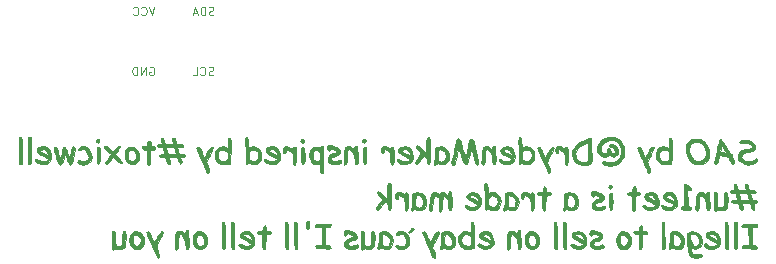
<source format=gbr>
G04 #@! TF.FileFunction,Legend,Bot*
%FSLAX46Y46*%
G04 Gerber Fmt 4.6, Leading zero omitted, Abs format (unit mm)*
G04 Created by KiCad (PCBNEW 4.0.7) date 07/12/18 12:36:04*
%MOMM*%
%LPD*%
G01*
G04 APERTURE LIST*
%ADD10C,0.100000*%
%ADD11C,0.010000*%
G04 APERTURE END LIST*
D10*
D11*
G36*
X131705674Y-101344788D02*
X131755423Y-101390403D01*
X131769132Y-101427364D01*
X131760277Y-101488956D01*
X131724473Y-101586299D01*
X131657335Y-101730510D01*
X131554479Y-101932706D01*
X131501893Y-102033186D01*
X131386336Y-102251056D01*
X131304668Y-102411341D01*
X131255027Y-102533202D01*
X131235548Y-102635803D01*
X131244369Y-102738306D01*
X131279627Y-102859873D01*
X131339458Y-103019666D01*
X131392523Y-103158074D01*
X131442640Y-103307645D01*
X131472618Y-103431882D01*
X131476358Y-103505155D01*
X131475633Y-103507324D01*
X131421004Y-103555291D01*
X131333551Y-103570276D01*
X131254439Y-103550384D01*
X131227293Y-103518750D01*
X131147009Y-103296368D01*
X131058682Y-103070857D01*
X130954466Y-102823522D01*
X130826517Y-102535665D01*
X130690000Y-102238167D01*
X130585057Y-102006049D01*
X130494970Y-101795813D01*
X130425209Y-101621146D01*
X130381247Y-101495732D01*
X130368461Y-101433834D01*
X130417251Y-101357922D01*
X130477592Y-101335398D01*
X130522431Y-101337454D01*
X130565147Y-101365462D01*
X130614147Y-101431461D01*
X130677837Y-101547489D01*
X130764623Y-101725584D01*
X130795092Y-101790095D01*
X130881219Y-101969712D01*
X130955174Y-102117512D01*
X131009348Y-102218739D01*
X131036136Y-102258634D01*
X131036667Y-102258756D01*
X131063746Y-102223698D01*
X131119114Y-102129357D01*
X131193349Y-101992256D01*
X131240169Y-101901943D01*
X131371642Y-101655049D01*
X131478266Y-101481509D01*
X131565703Y-101375701D01*
X131639618Y-101332001D01*
X131705674Y-101344788D01*
X131705674Y-101344788D01*
G37*
X131705674Y-101344788D02*
X131755423Y-101390403D01*
X131769132Y-101427364D01*
X131760277Y-101488956D01*
X131724473Y-101586299D01*
X131657335Y-101730510D01*
X131554479Y-101932706D01*
X131501893Y-102033186D01*
X131386336Y-102251056D01*
X131304668Y-102411341D01*
X131255027Y-102533202D01*
X131235548Y-102635803D01*
X131244369Y-102738306D01*
X131279627Y-102859873D01*
X131339458Y-103019666D01*
X131392523Y-103158074D01*
X131442640Y-103307645D01*
X131472618Y-103431882D01*
X131476358Y-103505155D01*
X131475633Y-103507324D01*
X131421004Y-103555291D01*
X131333551Y-103570276D01*
X131254439Y-103550384D01*
X131227293Y-103518750D01*
X131147009Y-103296368D01*
X131058682Y-103070857D01*
X130954466Y-102823522D01*
X130826517Y-102535665D01*
X130690000Y-102238167D01*
X130585057Y-102006049D01*
X130494970Y-101795813D01*
X130425209Y-101621146D01*
X130381247Y-101495732D01*
X130368461Y-101433834D01*
X130417251Y-101357922D01*
X130477592Y-101335398D01*
X130522431Y-101337454D01*
X130565147Y-101365462D01*
X130614147Y-101431461D01*
X130677837Y-101547489D01*
X130764623Y-101725584D01*
X130795092Y-101790095D01*
X130881219Y-101969712D01*
X130955174Y-102117512D01*
X131009348Y-102218739D01*
X131036136Y-102258634D01*
X131036667Y-102258756D01*
X131063746Y-102223698D01*
X131119114Y-102129357D01*
X131193349Y-101992256D01*
X131240169Y-101901943D01*
X131371642Y-101655049D01*
X131478266Y-101481509D01*
X131565703Y-101375701D01*
X131639618Y-101332001D01*
X131705674Y-101344788D01*
G36*
X155084052Y-101355010D02*
X155119352Y-101402084D01*
X155127428Y-101449313D01*
X155109258Y-101527648D01*
X155060561Y-101647796D01*
X154977054Y-101820460D01*
X154867455Y-102031765D01*
X154763923Y-102231625D01*
X154676410Y-102407887D01*
X154611984Y-102545740D01*
X154577709Y-102630374D01*
X154574000Y-102646819D01*
X154589832Y-102712724D01*
X154631624Y-102831836D01*
X154690820Y-102980050D01*
X154699855Y-103001388D01*
X154762373Y-103165832D01*
X154807791Y-103319253D01*
X154826764Y-103429811D01*
X154826855Y-103434084D01*
X154818433Y-103529495D01*
X154777860Y-103566659D01*
X154720838Y-103571667D01*
X154624397Y-103543829D01*
X154588083Y-103497584D01*
X154486672Y-103227208D01*
X154344363Y-102884565D01*
X154161797Y-102471164D01*
X154036364Y-102196638D01*
X153935159Y-101971287D01*
X153849058Y-101767741D01*
X153783681Y-101600273D01*
X153744650Y-101483153D01*
X153736254Y-101434638D01*
X153784865Y-101357899D01*
X153841536Y-101335929D01*
X153889509Y-101339399D01*
X153937020Y-101370753D01*
X153990316Y-101439949D01*
X154055648Y-101556941D01*
X154139264Y-101731684D01*
X154247415Y-101974134D01*
X154259497Y-102001748D01*
X154396685Y-102315662D01*
X154574590Y-101959414D01*
X154716998Y-101689016D01*
X154836299Y-101496292D01*
X154935342Y-101378327D01*
X155016976Y-101332204D01*
X155084052Y-101355010D01*
X155084052Y-101355010D01*
G37*
X155084052Y-101355010D02*
X155119352Y-101402084D01*
X155127428Y-101449313D01*
X155109258Y-101527648D01*
X155060561Y-101647796D01*
X154977054Y-101820460D01*
X154867455Y-102031765D01*
X154763923Y-102231625D01*
X154676410Y-102407887D01*
X154611984Y-102545740D01*
X154577709Y-102630374D01*
X154574000Y-102646819D01*
X154589832Y-102712724D01*
X154631624Y-102831836D01*
X154690820Y-102980050D01*
X154699855Y-103001388D01*
X154762373Y-103165832D01*
X154807791Y-103319253D01*
X154826764Y-103429811D01*
X154826855Y-103434084D01*
X154818433Y-103529495D01*
X154777860Y-103566659D01*
X154720838Y-103571667D01*
X154624397Y-103543829D01*
X154588083Y-103497584D01*
X154486672Y-103227208D01*
X154344363Y-102884565D01*
X154161797Y-102471164D01*
X154036364Y-102196638D01*
X153935159Y-101971287D01*
X153849058Y-101767741D01*
X153783681Y-101600273D01*
X153744650Y-101483153D01*
X153736254Y-101434638D01*
X153784865Y-101357899D01*
X153841536Y-101335929D01*
X153889509Y-101339399D01*
X153937020Y-101370753D01*
X153990316Y-101439949D01*
X154055648Y-101556941D01*
X154139264Y-101731684D01*
X154247415Y-101974134D01*
X154259497Y-102001748D01*
X154396685Y-102315662D01*
X154574590Y-101959414D01*
X154716998Y-101689016D01*
X154836299Y-101496292D01*
X154935342Y-101378327D01*
X155016976Y-101332204D01*
X155084052Y-101355010D01*
G36*
X176736583Y-101365492D02*
X176814049Y-101379065D01*
X177030744Y-101464276D01*
X177207783Y-101612896D01*
X177335926Y-101809317D01*
X177405932Y-102037931D01*
X177408562Y-102283134D01*
X177394431Y-102359310D01*
X177313876Y-102551120D01*
X177184072Y-102692978D01*
X177021716Y-102779219D01*
X176843505Y-102804178D01*
X176666136Y-102762188D01*
X176515889Y-102657404D01*
X176409402Y-102550917D01*
X176439831Y-102775542D01*
X176485231Y-103008088D01*
X176555710Y-103167047D01*
X176663513Y-103262520D01*
X176820885Y-103304610D01*
X177040073Y-103303418D01*
X177076086Y-103300400D01*
X177237425Y-103288393D01*
X177334050Y-103290349D01*
X177385142Y-103308838D01*
X177409357Y-103345040D01*
X177409557Y-103438084D01*
X177329471Y-103505728D01*
X177169685Y-103547648D01*
X177021114Y-103561053D01*
X176819863Y-103560351D01*
X176664622Y-103532656D01*
X176558391Y-103491672D01*
X176434509Y-103417284D01*
X176343806Y-103317489D01*
X176279267Y-103177322D01*
X176233876Y-102981817D01*
X176202160Y-102731808D01*
X176178367Y-102500598D01*
X176151183Y-102250775D01*
X176125586Y-102027797D01*
X176119723Y-101979157D01*
X176098845Y-101758824D01*
X176099432Y-101707612D01*
X176385745Y-101707612D01*
X176386203Y-101846598D01*
X176394605Y-101935611D01*
X176441672Y-102165854D01*
X176523251Y-102352231D01*
X176630148Y-102487499D01*
X176753172Y-102564418D01*
X176883129Y-102575743D01*
X177010827Y-102514235D01*
X177063584Y-102462632D01*
X177118089Y-102345514D01*
X177136351Y-102182356D01*
X177118124Y-102003751D01*
X177068458Y-101851116D01*
X176951911Y-101698129D01*
X176783687Y-101606149D01*
X176621186Y-101582648D01*
X176492941Y-101591677D01*
X176417892Y-101627985D01*
X176385745Y-101707612D01*
X176099432Y-101707612D01*
X176100538Y-101611248D01*
X176126038Y-101527254D01*
X176176578Y-101497664D01*
X176184513Y-101497334D01*
X176255721Y-101467712D01*
X176287178Y-101438438D01*
X176385285Y-101379637D01*
X176541815Y-101354564D01*
X176736583Y-101365492D01*
X176736583Y-101365492D01*
G37*
X176736583Y-101365492D02*
X176814049Y-101379065D01*
X177030744Y-101464276D01*
X177207783Y-101612896D01*
X177335926Y-101809317D01*
X177405932Y-102037931D01*
X177408562Y-102283134D01*
X177394431Y-102359310D01*
X177313876Y-102551120D01*
X177184072Y-102692978D01*
X177021716Y-102779219D01*
X176843505Y-102804178D01*
X176666136Y-102762188D01*
X176515889Y-102657404D01*
X176409402Y-102550917D01*
X176439831Y-102775542D01*
X176485231Y-103008088D01*
X176555710Y-103167047D01*
X176663513Y-103262520D01*
X176820885Y-103304610D01*
X177040073Y-103303418D01*
X177076086Y-103300400D01*
X177237425Y-103288393D01*
X177334050Y-103290349D01*
X177385142Y-103308838D01*
X177409357Y-103345040D01*
X177409557Y-103438084D01*
X177329471Y-103505728D01*
X177169685Y-103547648D01*
X177021114Y-103561053D01*
X176819863Y-103560351D01*
X176664622Y-103532656D01*
X176558391Y-103491672D01*
X176434509Y-103417284D01*
X176343806Y-103317489D01*
X176279267Y-103177322D01*
X176233876Y-102981817D01*
X176202160Y-102731808D01*
X176178367Y-102500598D01*
X176151183Y-102250775D01*
X176125586Y-102027797D01*
X176119723Y-101979157D01*
X176098845Y-101758824D01*
X176099432Y-101707612D01*
X176385745Y-101707612D01*
X176386203Y-101846598D01*
X176394605Y-101935611D01*
X176441672Y-102165854D01*
X176523251Y-102352231D01*
X176630148Y-102487499D01*
X176753172Y-102564418D01*
X176883129Y-102575743D01*
X177010827Y-102514235D01*
X177063584Y-102462632D01*
X177118089Y-102345514D01*
X177136351Y-102182356D01*
X177118124Y-102003751D01*
X177068458Y-101851116D01*
X176951911Y-101698129D01*
X176783687Y-101606149D01*
X176621186Y-101582648D01*
X176492941Y-101591677D01*
X176417892Y-101627985D01*
X176385745Y-101707612D01*
X176099432Y-101707612D01*
X176100538Y-101611248D01*
X176126038Y-101527254D01*
X176176578Y-101497664D01*
X176184513Y-101497334D01*
X176255721Y-101467712D01*
X176287178Y-101438438D01*
X176385285Y-101379637D01*
X176541815Y-101354564D01*
X176736583Y-101365492D01*
G36*
X127601825Y-101300847D02*
X127645864Y-101353594D01*
X127676379Y-101454720D01*
X127696151Y-101615036D01*
X127707961Y-101845352D01*
X127710705Y-101943565D01*
X127717684Y-102181804D01*
X127729917Y-102348282D01*
X127754348Y-102455889D01*
X127797920Y-102517516D01*
X127867577Y-102546052D01*
X127970263Y-102554386D01*
X128040094Y-102555019D01*
X128175410Y-102546384D01*
X128252161Y-102513847D01*
X128283781Y-102473279D01*
X128301346Y-102400883D01*
X128317320Y-102263033D01*
X128330030Y-102078940D01*
X128337801Y-101867816D01*
X128338187Y-101848862D01*
X128348500Y-101306834D01*
X128452439Y-101306834D01*
X128523631Y-101320949D01*
X128566274Y-101378250D01*
X128593724Y-101476167D01*
X128610223Y-101612620D01*
X128614863Y-101798527D01*
X128609113Y-102010423D01*
X128594441Y-102224843D01*
X128572314Y-102418322D01*
X128544201Y-102567396D01*
X128521319Y-102633592D01*
X128413117Y-102756642D01*
X128252717Y-102831619D01*
X128060994Y-102853224D01*
X127858817Y-102816159D01*
X127835434Y-102807741D01*
X127744193Y-102784692D01*
X127693891Y-102811085D01*
X127682407Y-102828907D01*
X127618263Y-102880119D01*
X127531508Y-102893245D01*
X127466061Y-102862299D01*
X127463655Y-102858723D01*
X127454665Y-102803351D01*
X127447427Y-102680532D01*
X127442000Y-102507423D01*
X127438444Y-102301177D01*
X127436818Y-102078948D01*
X127437180Y-101857891D01*
X127439591Y-101655161D01*
X127444109Y-101487912D01*
X127450794Y-101373299D01*
X127458374Y-101329822D01*
X127521171Y-101288237D01*
X127541482Y-101285667D01*
X127601825Y-101300847D01*
X127601825Y-101300847D01*
G37*
X127601825Y-101300847D02*
X127645864Y-101353594D01*
X127676379Y-101454720D01*
X127696151Y-101615036D01*
X127707961Y-101845352D01*
X127710705Y-101943565D01*
X127717684Y-102181804D01*
X127729917Y-102348282D01*
X127754348Y-102455889D01*
X127797920Y-102517516D01*
X127867577Y-102546052D01*
X127970263Y-102554386D01*
X128040094Y-102555019D01*
X128175410Y-102546384D01*
X128252161Y-102513847D01*
X128283781Y-102473279D01*
X128301346Y-102400883D01*
X128317320Y-102263033D01*
X128330030Y-102078940D01*
X128337801Y-101867816D01*
X128338187Y-101848862D01*
X128348500Y-101306834D01*
X128452439Y-101306834D01*
X128523631Y-101320949D01*
X128566274Y-101378250D01*
X128593724Y-101476167D01*
X128610223Y-101612620D01*
X128614863Y-101798527D01*
X128609113Y-102010423D01*
X128594441Y-102224843D01*
X128572314Y-102418322D01*
X128544201Y-102567396D01*
X128521319Y-102633592D01*
X128413117Y-102756642D01*
X128252717Y-102831619D01*
X128060994Y-102853224D01*
X127858817Y-102816159D01*
X127835434Y-102807741D01*
X127744193Y-102784692D01*
X127693891Y-102811085D01*
X127682407Y-102828907D01*
X127618263Y-102880119D01*
X127531508Y-102893245D01*
X127466061Y-102862299D01*
X127463655Y-102858723D01*
X127454665Y-102803351D01*
X127447427Y-102680532D01*
X127442000Y-102507423D01*
X127438444Y-102301177D01*
X127436818Y-102078948D01*
X127437180Y-101857891D01*
X127439591Y-101655161D01*
X127444109Y-101487912D01*
X127450794Y-101373299D01*
X127458374Y-101329822D01*
X127521171Y-101288237D01*
X127541482Y-101285667D01*
X127601825Y-101300847D01*
G36*
X133869139Y-101265452D02*
X133884271Y-101319636D01*
X133900487Y-101443648D01*
X133916414Y-101622684D01*
X133930685Y-101841942D01*
X133939609Y-102027082D01*
X133949806Y-102292357D01*
X133954765Y-102485846D01*
X133953780Y-102620308D01*
X133946146Y-102708504D01*
X133931156Y-102763192D01*
X133908105Y-102797131D01*
X133896423Y-102807794D01*
X133814137Y-102845166D01*
X133753035Y-102823780D01*
X133714336Y-102779124D01*
X133691198Y-102693499D01*
X133679954Y-102549180D01*
X133677794Y-102460159D01*
X133653479Y-102215027D01*
X133592979Y-101993225D01*
X133503792Y-101807772D01*
X133393419Y-101671690D01*
X133269358Y-101597997D01*
X133176981Y-101590701D01*
X133146994Y-101599985D01*
X133123091Y-101624850D01*
X133103915Y-101675183D01*
X133088107Y-101760870D01*
X133074309Y-101891797D01*
X133061162Y-102077853D01*
X133047307Y-102328922D01*
X133031719Y-102647893D01*
X133002924Y-102755073D01*
X132941322Y-102847576D01*
X132869286Y-102893449D01*
X132859160Y-102894334D01*
X132805791Y-102865648D01*
X132777603Y-102837183D01*
X132759677Y-102769902D01*
X132752273Y-102637396D01*
X132754080Y-102458276D01*
X132763786Y-102251153D01*
X132780080Y-102034638D01*
X132801650Y-101827342D01*
X132827184Y-101647874D01*
X132855372Y-101514847D01*
X132874499Y-101462093D01*
X132978745Y-101335270D01*
X133115274Y-101281676D01*
X133273083Y-101301774D01*
X133441167Y-101396030D01*
X133489021Y-101436178D01*
X133655619Y-101586690D01*
X133669060Y-101451031D01*
X133701431Y-101340835D01*
X133761645Y-101266137D01*
X133830631Y-101244627D01*
X133869139Y-101265452D01*
X133869139Y-101265452D01*
G37*
X133869139Y-101265452D02*
X133884271Y-101319636D01*
X133900487Y-101443648D01*
X133916414Y-101622684D01*
X133930685Y-101841942D01*
X133939609Y-102027082D01*
X133949806Y-102292357D01*
X133954765Y-102485846D01*
X133953780Y-102620308D01*
X133946146Y-102708504D01*
X133931156Y-102763192D01*
X133908105Y-102797131D01*
X133896423Y-102807794D01*
X133814137Y-102845166D01*
X133753035Y-102823780D01*
X133714336Y-102779124D01*
X133691198Y-102693499D01*
X133679954Y-102549180D01*
X133677794Y-102460159D01*
X133653479Y-102215027D01*
X133592979Y-101993225D01*
X133503792Y-101807772D01*
X133393419Y-101671690D01*
X133269358Y-101597997D01*
X133176981Y-101590701D01*
X133146994Y-101599985D01*
X133123091Y-101624850D01*
X133103915Y-101675183D01*
X133088107Y-101760870D01*
X133074309Y-101891797D01*
X133061162Y-102077853D01*
X133047307Y-102328922D01*
X133031719Y-102647893D01*
X133002924Y-102755073D01*
X132941322Y-102847576D01*
X132869286Y-102893449D01*
X132859160Y-102894334D01*
X132805791Y-102865648D01*
X132777603Y-102837183D01*
X132759677Y-102769902D01*
X132752273Y-102637396D01*
X132754080Y-102458276D01*
X132763786Y-102251153D01*
X132780080Y-102034638D01*
X132801650Y-101827342D01*
X132827184Y-101647874D01*
X132855372Y-101514847D01*
X132874499Y-101462093D01*
X132978745Y-101335270D01*
X133115274Y-101281676D01*
X133273083Y-101301774D01*
X133441167Y-101396030D01*
X133489021Y-101436178D01*
X133655619Y-101586690D01*
X133669060Y-101451031D01*
X133701431Y-101340835D01*
X133761645Y-101266137D01*
X133830631Y-101244627D01*
X133869139Y-101265452D01*
G36*
X149593196Y-101322492D02*
X149644609Y-101410901D01*
X149677913Y-101562225D01*
X149693952Y-101756860D01*
X149693570Y-101975202D01*
X149677612Y-102197650D01*
X149646922Y-102404598D01*
X149602344Y-102576443D01*
X149544723Y-102693583D01*
X149533570Y-102706775D01*
X149387629Y-102803743D01*
X149197150Y-102844146D01*
X148984272Y-102823599D01*
X148966541Y-102819085D01*
X148844058Y-102794843D01*
X148767617Y-102806715D01*
X148728667Y-102833875D01*
X148637332Y-102888355D01*
X148565315Y-102880914D01*
X148548851Y-102862584D01*
X148541868Y-102811788D01*
X148534218Y-102690717D01*
X148526545Y-102513754D01*
X148519489Y-102295278D01*
X148514603Y-102094726D01*
X148509759Y-101825320D01*
X148508790Y-101628321D01*
X148512556Y-101491523D01*
X148521920Y-101402720D01*
X148537742Y-101349705D01*
X148560885Y-101320272D01*
X148569702Y-101314014D01*
X148652717Y-101294398D01*
X148707285Y-101325055D01*
X148735475Y-101362742D01*
X148754772Y-101430019D01*
X148766680Y-101540711D01*
X148772699Y-101708643D01*
X148774334Y-101942080D01*
X148774749Y-102180785D01*
X148781189Y-102347696D01*
X148801443Y-102455667D01*
X148843300Y-102517553D01*
X148914549Y-102546208D01*
X149022979Y-102554487D01*
X149145798Y-102555089D01*
X149264592Y-102548241D01*
X149329226Y-102516456D01*
X149369665Y-102444366D01*
X149371658Y-102439250D01*
X149389637Y-102346202D01*
X149401015Y-102189402D01*
X149404728Y-101989587D01*
X149402360Y-101840672D01*
X149397699Y-101627370D01*
X149399706Y-101483210D01*
X149410027Y-101392818D01*
X149430305Y-101340816D01*
X149458702Y-101313960D01*
X149542828Y-101294247D01*
X149593196Y-101322492D01*
X149593196Y-101322492D01*
G37*
X149593196Y-101322492D02*
X149644609Y-101410901D01*
X149677913Y-101562225D01*
X149693952Y-101756860D01*
X149693570Y-101975202D01*
X149677612Y-102197650D01*
X149646922Y-102404598D01*
X149602344Y-102576443D01*
X149544723Y-102693583D01*
X149533570Y-102706775D01*
X149387629Y-102803743D01*
X149197150Y-102844146D01*
X148984272Y-102823599D01*
X148966541Y-102819085D01*
X148844058Y-102794843D01*
X148767617Y-102806715D01*
X148728667Y-102833875D01*
X148637332Y-102888355D01*
X148565315Y-102880914D01*
X148548851Y-102862584D01*
X148541868Y-102811788D01*
X148534218Y-102690717D01*
X148526545Y-102513754D01*
X148519489Y-102295278D01*
X148514603Y-102094726D01*
X148509759Y-101825320D01*
X148508790Y-101628321D01*
X148512556Y-101491523D01*
X148521920Y-101402720D01*
X148537742Y-101349705D01*
X148560885Y-101320272D01*
X148569702Y-101314014D01*
X148652717Y-101294398D01*
X148707285Y-101325055D01*
X148735475Y-101362742D01*
X148754772Y-101430019D01*
X148766680Y-101540711D01*
X148772699Y-101708643D01*
X148774334Y-101942080D01*
X148774749Y-102180785D01*
X148781189Y-102347696D01*
X148801443Y-102455667D01*
X148843300Y-102517553D01*
X148914549Y-102546208D01*
X149022979Y-102554487D01*
X149145798Y-102555089D01*
X149264592Y-102548241D01*
X149329226Y-102516456D01*
X149369665Y-102444366D01*
X149371658Y-102439250D01*
X149389637Y-102346202D01*
X149401015Y-102189402D01*
X149404728Y-101989587D01*
X149402360Y-101840672D01*
X149397699Y-101627370D01*
X149399706Y-101483210D01*
X149410027Y-101392818D01*
X149430305Y-101340816D01*
X149458702Y-101313960D01*
X149542828Y-101294247D01*
X149593196Y-101322492D01*
G36*
X161978472Y-101265452D02*
X161993605Y-101319636D01*
X162009820Y-101443648D01*
X162025748Y-101622684D01*
X162040018Y-101841942D01*
X162048942Y-102027082D01*
X162059139Y-102292357D01*
X162064098Y-102485846D01*
X162063113Y-102620308D01*
X162055479Y-102708504D01*
X162040490Y-102763192D01*
X162017439Y-102797131D01*
X162005757Y-102807794D01*
X161922756Y-102845080D01*
X161863311Y-102824360D01*
X161824598Y-102778447D01*
X161801618Y-102689371D01*
X161790750Y-102539698D01*
X161789095Y-102466981D01*
X161767924Y-102199322D01*
X161707330Y-101983711D01*
X161598302Y-101793180D01*
X161538580Y-101717319D01*
X161437739Y-101620726D01*
X161343958Y-101588898D01*
X161309915Y-101590319D01*
X161272858Y-101596842D01*
X161243823Y-101613400D01*
X161221219Y-101649952D01*
X161203456Y-101716457D01*
X161188943Y-101822875D01*
X161176091Y-101979164D01*
X161163309Y-102195284D01*
X161149007Y-102481194D01*
X161141053Y-102647893D01*
X161112258Y-102755073D01*
X161050655Y-102847576D01*
X160978620Y-102893449D01*
X160968493Y-102894334D01*
X160915124Y-102865648D01*
X160886936Y-102837183D01*
X160869010Y-102769902D01*
X160861607Y-102637396D01*
X160863414Y-102458276D01*
X160873119Y-102251153D01*
X160889413Y-102034638D01*
X160910983Y-101827342D01*
X160936518Y-101647874D01*
X160964706Y-101514847D01*
X160983832Y-101462093D01*
X161088079Y-101335270D01*
X161224608Y-101281676D01*
X161382416Y-101301774D01*
X161550500Y-101396030D01*
X161598354Y-101436178D01*
X161764953Y-101586690D01*
X161778393Y-101451031D01*
X161810764Y-101340835D01*
X161870979Y-101266137D01*
X161939964Y-101244627D01*
X161978472Y-101265452D01*
X161978472Y-101265452D01*
G37*
X161978472Y-101265452D02*
X161993605Y-101319636D01*
X162009820Y-101443648D01*
X162025748Y-101622684D01*
X162040018Y-101841942D01*
X162048942Y-102027082D01*
X162059139Y-102292357D01*
X162064098Y-102485846D01*
X162063113Y-102620308D01*
X162055479Y-102708504D01*
X162040490Y-102763192D01*
X162017439Y-102797131D01*
X162005757Y-102807794D01*
X161922756Y-102845080D01*
X161863311Y-102824360D01*
X161824598Y-102778447D01*
X161801618Y-102689371D01*
X161790750Y-102539698D01*
X161789095Y-102466981D01*
X161767924Y-102199322D01*
X161707330Y-101983711D01*
X161598302Y-101793180D01*
X161538580Y-101717319D01*
X161437739Y-101620726D01*
X161343958Y-101588898D01*
X161309915Y-101590319D01*
X161272858Y-101596842D01*
X161243823Y-101613400D01*
X161221219Y-101649952D01*
X161203456Y-101716457D01*
X161188943Y-101822875D01*
X161176091Y-101979164D01*
X161163309Y-102195284D01*
X161149007Y-102481194D01*
X161141053Y-102647893D01*
X161112258Y-102755073D01*
X161050655Y-102847576D01*
X160978620Y-102893449D01*
X160968493Y-102894334D01*
X160915124Y-102865648D01*
X160886936Y-102837183D01*
X160869010Y-102769902D01*
X160861607Y-102637396D01*
X160863414Y-102458276D01*
X160873119Y-102251153D01*
X160889413Y-102034638D01*
X160910983Y-101827342D01*
X160936518Y-101647874D01*
X160964706Y-101514847D01*
X160983832Y-101462093D01*
X161088079Y-101335270D01*
X161224608Y-101281676D01*
X161382416Y-101301774D01*
X161550500Y-101396030D01*
X161598354Y-101436178D01*
X161764953Y-101586690D01*
X161778393Y-101451031D01*
X161810764Y-101340835D01*
X161870979Y-101266137D01*
X161939964Y-101244627D01*
X161978472Y-101265452D01*
G36*
X129516872Y-101337971D02*
X129750686Y-101397380D01*
X129934306Y-101522659D01*
X130063571Y-101708618D01*
X130134320Y-101950068D01*
X130146970Y-102123852D01*
X130129379Y-102356089D01*
X130068494Y-102534832D01*
X129954240Y-102684465D01*
X129891939Y-102741124D01*
X129737587Y-102822584D01*
X129548512Y-102853510D01*
X129361664Y-102828439D01*
X129343334Y-102822210D01*
X129209538Y-102734202D01*
X129088229Y-102584180D01*
X128991826Y-102394796D01*
X128932749Y-102188703D01*
X128920236Y-102050567D01*
X128926813Y-102008084D01*
X129193133Y-102008084D01*
X129197125Y-102202480D01*
X129253062Y-102365681D01*
X129348549Y-102487574D01*
X129471190Y-102558041D01*
X129608588Y-102566969D01*
X129748347Y-102504241D01*
X129774851Y-102482770D01*
X129860656Y-102358194D01*
X129891229Y-102200813D01*
X129873285Y-102030776D01*
X129813541Y-101868230D01*
X129718711Y-101733321D01*
X129595511Y-101646198D01*
X129488713Y-101624334D01*
X129357891Y-101653968D01*
X129266394Y-101747405D01*
X129208986Y-101911442D01*
X129193133Y-102008084D01*
X128926813Y-102008084D01*
X128957183Y-101811945D01*
X129057731Y-101589590D01*
X129158249Y-101462285D01*
X129252596Y-101375963D01*
X129332611Y-101336820D01*
X129436854Y-101331489D01*
X129516872Y-101337971D01*
X129516872Y-101337971D01*
G37*
X129516872Y-101337971D02*
X129750686Y-101397380D01*
X129934306Y-101522659D01*
X130063571Y-101708618D01*
X130134320Y-101950068D01*
X130146970Y-102123852D01*
X130129379Y-102356089D01*
X130068494Y-102534832D01*
X129954240Y-102684465D01*
X129891939Y-102741124D01*
X129737587Y-102822584D01*
X129548512Y-102853510D01*
X129361664Y-102828439D01*
X129343334Y-102822210D01*
X129209538Y-102734202D01*
X129088229Y-102584180D01*
X128991826Y-102394796D01*
X128932749Y-102188703D01*
X128920236Y-102050567D01*
X128926813Y-102008084D01*
X129193133Y-102008084D01*
X129197125Y-102202480D01*
X129253062Y-102365681D01*
X129348549Y-102487574D01*
X129471190Y-102558041D01*
X129608588Y-102566969D01*
X129748347Y-102504241D01*
X129774851Y-102482770D01*
X129860656Y-102358194D01*
X129891229Y-102200813D01*
X129873285Y-102030776D01*
X129813541Y-101868230D01*
X129718711Y-101733321D01*
X129595511Y-101646198D01*
X129488713Y-101624334D01*
X129357891Y-101653968D01*
X129266394Y-101747405D01*
X129208986Y-101911442D01*
X129193133Y-102008084D01*
X128926813Y-102008084D01*
X128957183Y-101811945D01*
X129057731Y-101589590D01*
X129158249Y-101462285D01*
X129252596Y-101375963D01*
X129332611Y-101336820D01*
X129436854Y-101331489D01*
X129516872Y-101337971D01*
G36*
X135112586Y-101397740D02*
X135140184Y-101411230D01*
X135296632Y-101535201D01*
X135416629Y-101716477D01*
X135494062Y-101933316D01*
X135522816Y-102163978D01*
X135496780Y-102386723D01*
X135449851Y-102512490D01*
X135325096Y-102682029D01*
X135160048Y-102795863D01*
X134973481Y-102849083D01*
X134784170Y-102836780D01*
X134610887Y-102754045D01*
X134589891Y-102737335D01*
X134429952Y-102548980D01*
X134330703Y-102310345D01*
X134298193Y-102047667D01*
X134302269Y-102011587D01*
X134559299Y-102011587D01*
X134567518Y-102212478D01*
X134625675Y-102379461D01*
X134722184Y-102502527D01*
X134845458Y-102571669D01*
X134983913Y-102576879D01*
X135125961Y-102508150D01*
X135130251Y-102504766D01*
X135205579Y-102396896D01*
X135243951Y-102239757D01*
X135239813Y-102062708D01*
X135226255Y-101997506D01*
X135146066Y-101799230D01*
X135031717Y-101673896D01*
X134886494Y-101624918D01*
X134867015Y-101624334D01*
X134724832Y-101657297D01*
X134626707Y-101758325D01*
X134570093Y-101930623D01*
X134559299Y-102011587D01*
X134302269Y-102011587D01*
X134327559Y-101787731D01*
X134410262Y-101580285D01*
X134538209Y-101431446D01*
X134703307Y-101347330D01*
X134897464Y-101334056D01*
X135112586Y-101397740D01*
X135112586Y-101397740D01*
G37*
X135112586Y-101397740D02*
X135140184Y-101411230D01*
X135296632Y-101535201D01*
X135416629Y-101716477D01*
X135494062Y-101933316D01*
X135522816Y-102163978D01*
X135496780Y-102386723D01*
X135449851Y-102512490D01*
X135325096Y-102682029D01*
X135160048Y-102795863D01*
X134973481Y-102849083D01*
X134784170Y-102836780D01*
X134610887Y-102754045D01*
X134589891Y-102737335D01*
X134429952Y-102548980D01*
X134330703Y-102310345D01*
X134298193Y-102047667D01*
X134302269Y-102011587D01*
X134559299Y-102011587D01*
X134567518Y-102212478D01*
X134625675Y-102379461D01*
X134722184Y-102502527D01*
X134845458Y-102571669D01*
X134983913Y-102576879D01*
X135125961Y-102508150D01*
X135130251Y-102504766D01*
X135205579Y-102396896D01*
X135243951Y-102239757D01*
X135239813Y-102062708D01*
X135226255Y-101997506D01*
X135146066Y-101799230D01*
X135031717Y-101673896D01*
X134886494Y-101624918D01*
X134867015Y-101624334D01*
X134724832Y-101657297D01*
X134626707Y-101758325D01*
X134570093Y-101930623D01*
X134559299Y-102011587D01*
X134302269Y-102011587D01*
X134327559Y-101787731D01*
X134410262Y-101580285D01*
X134538209Y-101431446D01*
X134703307Y-101347330D01*
X134897464Y-101334056D01*
X135112586Y-101397740D01*
G36*
X136931870Y-100557455D02*
X136951179Y-100613804D01*
X136969393Y-100740746D01*
X136986089Y-100924211D01*
X137000845Y-101150128D01*
X137013239Y-101404425D01*
X137022849Y-101673032D01*
X137029252Y-101941878D01*
X137032026Y-102196893D01*
X137030748Y-102424004D01*
X137024996Y-102609143D01*
X137014348Y-102738237D01*
X136999075Y-102796442D01*
X136915614Y-102848547D01*
X136834343Y-102822468D01*
X136800696Y-102777917D01*
X136789422Y-102716404D01*
X136778161Y-102582677D01*
X136767512Y-102389186D01*
X136758078Y-102148379D01*
X136750457Y-101872708D01*
X136746289Y-101650267D01*
X136741838Y-101321887D01*
X136739880Y-101068084D01*
X136740916Y-100878793D01*
X136745449Y-100743948D01*
X136753981Y-100653483D01*
X136767012Y-100597331D01*
X136785045Y-100565428D01*
X136801035Y-100552055D01*
X136884962Y-100531627D01*
X136931870Y-100557455D01*
X136931870Y-100557455D01*
G37*
X136931870Y-100557455D02*
X136951179Y-100613804D01*
X136969393Y-100740746D01*
X136986089Y-100924211D01*
X137000845Y-101150128D01*
X137013239Y-101404425D01*
X137022849Y-101673032D01*
X137029252Y-101941878D01*
X137032026Y-102196893D01*
X137030748Y-102424004D01*
X137024996Y-102609143D01*
X137014348Y-102738237D01*
X136999075Y-102796442D01*
X136915614Y-102848547D01*
X136834343Y-102822468D01*
X136800696Y-102777917D01*
X136789422Y-102716404D01*
X136778161Y-102582677D01*
X136767512Y-102389186D01*
X136758078Y-102148379D01*
X136750457Y-101872708D01*
X136746289Y-101650267D01*
X136741838Y-101321887D01*
X136739880Y-101068084D01*
X136740916Y-100878793D01*
X136745449Y-100743948D01*
X136753981Y-100653483D01*
X136767012Y-100597331D01*
X136785045Y-100565428D01*
X136801035Y-100552055D01*
X136884962Y-100531627D01*
X136931870Y-100557455D01*
G36*
X137696704Y-100550670D02*
X137731695Y-100580373D01*
X137754216Y-100652236D01*
X137772844Y-100784549D01*
X137779097Y-100840037D01*
X137788797Y-100976693D01*
X137796119Y-101178722D01*
X137800704Y-101426854D01*
X137802196Y-101701819D01*
X137800263Y-101982486D01*
X137795584Y-102274269D01*
X137789863Y-102492042D01*
X137782123Y-102646460D01*
X137771387Y-102748177D01*
X137756680Y-102807852D01*
X137737025Y-102836138D01*
X137721440Y-102842682D01*
X137639999Y-102824316D01*
X137602282Y-102793258D01*
X137584645Y-102743823D01*
X137570459Y-102638415D01*
X137559415Y-102471010D01*
X137551201Y-102235585D01*
X137545507Y-101926116D01*
X137542675Y-101637859D01*
X137534834Y-100544834D01*
X137640667Y-100544834D01*
X137696704Y-100550670D01*
X137696704Y-100550670D01*
G37*
X137696704Y-100550670D02*
X137731695Y-100580373D01*
X137754216Y-100652236D01*
X137772844Y-100784549D01*
X137779097Y-100840037D01*
X137788797Y-100976693D01*
X137796119Y-101178722D01*
X137800704Y-101426854D01*
X137802196Y-101701819D01*
X137800263Y-101982486D01*
X137795584Y-102274269D01*
X137789863Y-102492042D01*
X137782123Y-102646460D01*
X137771387Y-102748177D01*
X137756680Y-102807852D01*
X137737025Y-102836138D01*
X137721440Y-102842682D01*
X137639999Y-102824316D01*
X137602282Y-102793258D01*
X137584645Y-102743823D01*
X137570459Y-102638415D01*
X137559415Y-102471010D01*
X137551201Y-102235585D01*
X137545507Y-101926116D01*
X137542675Y-101637859D01*
X137534834Y-100544834D01*
X137640667Y-100544834D01*
X137696704Y-100550670D01*
G36*
X139020216Y-101347696D02*
X139114223Y-101388931D01*
X139162378Y-101419685D01*
X139338861Y-101587384D01*
X139453523Y-101810255D01*
X139496770Y-101991591D01*
X139508359Y-102262727D01*
X139452478Y-102485060D01*
X139330287Y-102656484D01*
X139142948Y-102774892D01*
X139046936Y-102807804D01*
X138861173Y-102843911D01*
X138687254Y-102836917D01*
X138494481Y-102789120D01*
X138300891Y-102705865D01*
X138184658Y-102602196D01*
X138148667Y-102489133D01*
X138174000Y-102397797D01*
X138240879Y-102375013D01*
X138335625Y-102425158D01*
X138339167Y-102428191D01*
X138528813Y-102541016D01*
X138746724Y-102588297D01*
X138965603Y-102566130D01*
X139059745Y-102531230D01*
X139166585Y-102472412D01*
X139214034Y-102418892D01*
X139197678Y-102362796D01*
X139113108Y-102296249D01*
X138955910Y-102211375D01*
X138852597Y-102161451D01*
X138594402Y-102028405D01*
X138414705Y-101908451D01*
X138309483Y-101795753D01*
X138274710Y-101684479D01*
X138281540Y-101659512D01*
X138541432Y-101659512D01*
X138557500Y-101706755D01*
X138632634Y-101768650D01*
X138774103Y-101851872D01*
X138903250Y-101919631D01*
X139080804Y-102009183D01*
X139195164Y-102061574D01*
X139257991Y-102079204D01*
X139280948Y-102064470D01*
X139275697Y-102019771D01*
X139268526Y-101994750D01*
X139214347Y-101864587D01*
X139138288Y-101737146D01*
X139059188Y-101640900D01*
X139012181Y-101607367D01*
X138906679Y-101587043D01*
X138770756Y-101584243D01*
X138644783Y-101597769D01*
X138577160Y-101620249D01*
X138541432Y-101659512D01*
X138281540Y-101659512D01*
X138306360Y-101568793D01*
X138375797Y-101470314D01*
X138445119Y-101403631D01*
X138527134Y-101365089D01*
X138649996Y-101344573D01*
X138746213Y-101337244D01*
X138908542Y-101332645D01*
X139020216Y-101347696D01*
X139020216Y-101347696D01*
G37*
X139020216Y-101347696D02*
X139114223Y-101388931D01*
X139162378Y-101419685D01*
X139338861Y-101587384D01*
X139453523Y-101810255D01*
X139496770Y-101991591D01*
X139508359Y-102262727D01*
X139452478Y-102485060D01*
X139330287Y-102656484D01*
X139142948Y-102774892D01*
X139046936Y-102807804D01*
X138861173Y-102843911D01*
X138687254Y-102836917D01*
X138494481Y-102789120D01*
X138300891Y-102705865D01*
X138184658Y-102602196D01*
X138148667Y-102489133D01*
X138174000Y-102397797D01*
X138240879Y-102375013D01*
X138335625Y-102425158D01*
X138339167Y-102428191D01*
X138528813Y-102541016D01*
X138746724Y-102588297D01*
X138965603Y-102566130D01*
X139059745Y-102531230D01*
X139166585Y-102472412D01*
X139214034Y-102418892D01*
X139197678Y-102362796D01*
X139113108Y-102296249D01*
X138955910Y-102211375D01*
X138852597Y-102161451D01*
X138594402Y-102028405D01*
X138414705Y-101908451D01*
X138309483Y-101795753D01*
X138274710Y-101684479D01*
X138281540Y-101659512D01*
X138541432Y-101659512D01*
X138557500Y-101706755D01*
X138632634Y-101768650D01*
X138774103Y-101851872D01*
X138903250Y-101919631D01*
X139080804Y-102009183D01*
X139195164Y-102061574D01*
X139257991Y-102079204D01*
X139280948Y-102064470D01*
X139275697Y-102019771D01*
X139268526Y-101994750D01*
X139214347Y-101864587D01*
X139138288Y-101737146D01*
X139059188Y-101640900D01*
X139012181Y-101607367D01*
X138906679Y-101587043D01*
X138770756Y-101584243D01*
X138644783Y-101597769D01*
X138577160Y-101620249D01*
X138541432Y-101659512D01*
X138281540Y-101659512D01*
X138306360Y-101568793D01*
X138375797Y-101470314D01*
X138445119Y-101403631D01*
X138527134Y-101365089D01*
X138649996Y-101344573D01*
X138746213Y-101337244D01*
X138908542Y-101332645D01*
X139020216Y-101347696D01*
G36*
X140410218Y-100834049D02*
X140451643Y-100875371D01*
X140472394Y-100969780D01*
X140477000Y-101096695D01*
X140477000Y-101333714D01*
X140651364Y-101320274D01*
X140796022Y-101331460D01*
X140880891Y-101386681D01*
X140897155Y-101478743D01*
X140887233Y-101512746D01*
X140838513Y-101560288D01*
X140729907Y-101580452D01*
X140668829Y-101582000D01*
X140477000Y-101582000D01*
X140471813Y-101761917D01*
X140467017Y-101882036D01*
X140458349Y-102058437D01*
X140447242Y-102262902D01*
X140440063Y-102386334D01*
X140426792Y-102585590D01*
X140413023Y-102715545D01*
X140394971Y-102791502D01*
X140368853Y-102828762D01*
X140330885Y-102842627D01*
X140327091Y-102843203D01*
X140242973Y-102840371D01*
X140210675Y-102825564D01*
X140199953Y-102774577D01*
X140190924Y-102654901D01*
X140184341Y-102482506D01*
X140180958Y-102273365D01*
X140180667Y-102188778D01*
X140180667Y-101582000D01*
X139995350Y-101582000D01*
X139840883Y-101562331D01*
X139750801Y-101506994D01*
X139732678Y-101421494D01*
X139740106Y-101396500D01*
X139810834Y-101325827D01*
X139947353Y-101293869D01*
X140071149Y-101295899D01*
X140148025Y-101296713D01*
X140185702Y-101266523D01*
X140200921Y-101183524D01*
X140204992Y-101121586D01*
X140233359Y-100966181D01*
X140292106Y-100863508D01*
X140371950Y-100826573D01*
X140410218Y-100834049D01*
X140410218Y-100834049D01*
G37*
X140410218Y-100834049D02*
X140451643Y-100875371D01*
X140472394Y-100969780D01*
X140477000Y-101096695D01*
X140477000Y-101333714D01*
X140651364Y-101320274D01*
X140796022Y-101331460D01*
X140880891Y-101386681D01*
X140897155Y-101478743D01*
X140887233Y-101512746D01*
X140838513Y-101560288D01*
X140729907Y-101580452D01*
X140668829Y-101582000D01*
X140477000Y-101582000D01*
X140471813Y-101761917D01*
X140467017Y-101882036D01*
X140458349Y-102058437D01*
X140447242Y-102262902D01*
X140440063Y-102386334D01*
X140426792Y-102585590D01*
X140413023Y-102715545D01*
X140394971Y-102791502D01*
X140368853Y-102828762D01*
X140330885Y-102842627D01*
X140327091Y-102843203D01*
X140242973Y-102840371D01*
X140210675Y-102825564D01*
X140199953Y-102774577D01*
X140190924Y-102654901D01*
X140184341Y-102482506D01*
X140180958Y-102273365D01*
X140180667Y-102188778D01*
X140180667Y-101582000D01*
X139995350Y-101582000D01*
X139840883Y-101562331D01*
X139750801Y-101506994D01*
X139732678Y-101421494D01*
X139740106Y-101396500D01*
X139810834Y-101325827D01*
X139947353Y-101293869D01*
X140071149Y-101295899D01*
X140148025Y-101296713D01*
X140185702Y-101266523D01*
X140200921Y-101183524D01*
X140204992Y-101121586D01*
X140233359Y-100966181D01*
X140292106Y-100863508D01*
X140371950Y-100826573D01*
X140410218Y-100834049D01*
G36*
X142259009Y-100547673D02*
X142290355Y-100565995D01*
X142310880Y-100614503D01*
X142324758Y-100707900D01*
X142336163Y-100860891D01*
X142344864Y-101010500D01*
X142354986Y-101229609D01*
X142364150Y-101501893D01*
X142371469Y-101795860D01*
X142376057Y-102080020D01*
X142376614Y-102138388D01*
X142377628Y-102393273D01*
X142375133Y-102575822D01*
X142368030Y-102698330D01*
X142355218Y-102773093D01*
X142335596Y-102812408D01*
X142315038Y-102826304D01*
X142246393Y-102848426D01*
X142205743Y-102829560D01*
X142168817Y-102786673D01*
X142150924Y-102742422D01*
X142136841Y-102652608D01*
X142126182Y-102509616D01*
X142118565Y-102305832D01*
X142113607Y-102033642D01*
X142110922Y-101685430D01*
X142110717Y-101633089D01*
X142106834Y-100544834D01*
X142212667Y-100544834D01*
X142259009Y-100547673D01*
X142259009Y-100547673D01*
G37*
X142259009Y-100547673D02*
X142290355Y-100565995D01*
X142310880Y-100614503D01*
X142324758Y-100707900D01*
X142336163Y-100860891D01*
X142344864Y-101010500D01*
X142354986Y-101229609D01*
X142364150Y-101501893D01*
X142371469Y-101795860D01*
X142376057Y-102080020D01*
X142376614Y-102138388D01*
X142377628Y-102393273D01*
X142375133Y-102575822D01*
X142368030Y-102698330D01*
X142355218Y-102773093D01*
X142335596Y-102812408D01*
X142315038Y-102826304D01*
X142246393Y-102848426D01*
X142205743Y-102829560D01*
X142168817Y-102786673D01*
X142150924Y-102742422D01*
X142136841Y-102652608D01*
X142126182Y-102509616D01*
X142118565Y-102305832D01*
X142113607Y-102033642D01*
X142110922Y-101685430D01*
X142110717Y-101633089D01*
X142106834Y-100544834D01*
X142212667Y-100544834D01*
X142259009Y-100547673D01*
G36*
X143052299Y-100551803D02*
X143074429Y-100574456D01*
X143092210Y-100617994D01*
X143106505Y-100692218D01*
X143118176Y-100806929D01*
X143128088Y-100971928D01*
X143137104Y-101197018D01*
X143146086Y-101492000D01*
X143150898Y-101671181D01*
X143159331Y-102064129D01*
X143161906Y-102373042D01*
X143158617Y-102598350D01*
X143149458Y-102740482D01*
X143135132Y-102799084D01*
X143052581Y-102849008D01*
X142971617Y-102821132D01*
X142939612Y-102777917D01*
X142927991Y-102716309D01*
X142915557Y-102582575D01*
X142903041Y-102389240D01*
X142891176Y-102148829D01*
X142880692Y-101873870D01*
X142874408Y-101661445D01*
X142866392Y-101333730D01*
X142861795Y-101080455D01*
X142860987Y-100891448D01*
X142864340Y-100756535D01*
X142872225Y-100665546D01*
X142885013Y-100608308D01*
X142903076Y-100574648D01*
X142914500Y-100563234D01*
X142996068Y-100530292D01*
X143052299Y-100551803D01*
X143052299Y-100551803D01*
G37*
X143052299Y-100551803D02*
X143074429Y-100574456D01*
X143092210Y-100617994D01*
X143106505Y-100692218D01*
X143118176Y-100806929D01*
X143128088Y-100971928D01*
X143137104Y-101197018D01*
X143146086Y-101492000D01*
X143150898Y-101671181D01*
X143159331Y-102064129D01*
X143161906Y-102373042D01*
X143158617Y-102598350D01*
X143149458Y-102740482D01*
X143135132Y-102799084D01*
X143052581Y-102849008D01*
X142971617Y-102821132D01*
X142939612Y-102777917D01*
X142927991Y-102716309D01*
X142915557Y-102582575D01*
X142903041Y-102389240D01*
X142891176Y-102148829D01*
X142880692Y-101873870D01*
X142874408Y-101661445D01*
X142866392Y-101333730D01*
X142861795Y-101080455D01*
X142860987Y-100891448D01*
X142864340Y-100756535D01*
X142872225Y-100665546D01*
X142885013Y-100608308D01*
X142903076Y-100574648D01*
X142914500Y-100563234D01*
X142996068Y-100530292D01*
X143052299Y-100551803D01*
G36*
X147404137Y-101226855D02*
X147593618Y-101280678D01*
X147674356Y-101307063D01*
X147906654Y-101399127D01*
X148062886Y-101498469D01*
X148151654Y-101612766D01*
X148181556Y-101749691D01*
X148181667Y-101759826D01*
X148163568Y-101901958D01*
X148099561Y-102001414D01*
X147975081Y-102073896D01*
X147852569Y-102114628D01*
X147643833Y-102183093D01*
X147509091Y-102251835D01*
X147437940Y-102327869D01*
X147419667Y-102406486D01*
X147437560Y-102482229D01*
X147505918Y-102529888D01*
X147572778Y-102551630D01*
X147781931Y-102573670D01*
X147984599Y-102532575D01*
X148078638Y-102485597D01*
X148178264Y-102457490D01*
X148259831Y-102491362D01*
X148298209Y-102570269D01*
X148291132Y-102628891D01*
X148220834Y-102721632D01*
X148089486Y-102792160D01*
X147918542Y-102837277D01*
X147729456Y-102853784D01*
X147543681Y-102838484D01*
X147382672Y-102788177D01*
X147348285Y-102769441D01*
X147198615Y-102638197D01*
X147127960Y-102478723D01*
X147138080Y-102297429D01*
X147185679Y-102176900D01*
X147276413Y-102072961D01*
X147427067Y-101974077D01*
X147613349Y-101894052D01*
X147747750Y-101857498D01*
X147856067Y-101816453D01*
X147887284Y-101758825D01*
X147845613Y-101691621D01*
X147735270Y-101621850D01*
X147568169Y-101558816D01*
X147450588Y-101525979D01*
X147388074Y-101523360D01*
X147354853Y-101556017D01*
X147334417Y-101604701D01*
X147272573Y-101691810D01*
X147192214Y-101699358D01*
X147122671Y-101644702D01*
X147091134Y-101565384D01*
X147099786Y-101438039D01*
X147106952Y-101401285D01*
X147139117Y-101294739D01*
X147190376Y-101231646D01*
X147274220Y-101209765D01*
X147404137Y-101226855D01*
X147404137Y-101226855D01*
G37*
X147404137Y-101226855D02*
X147593618Y-101280678D01*
X147674356Y-101307063D01*
X147906654Y-101399127D01*
X148062886Y-101498469D01*
X148151654Y-101612766D01*
X148181556Y-101749691D01*
X148181667Y-101759826D01*
X148163568Y-101901958D01*
X148099561Y-102001414D01*
X147975081Y-102073896D01*
X147852569Y-102114628D01*
X147643833Y-102183093D01*
X147509091Y-102251835D01*
X147437940Y-102327869D01*
X147419667Y-102406486D01*
X147437560Y-102482229D01*
X147505918Y-102529888D01*
X147572778Y-102551630D01*
X147781931Y-102573670D01*
X147984599Y-102532575D01*
X148078638Y-102485597D01*
X148178264Y-102457490D01*
X148259831Y-102491362D01*
X148298209Y-102570269D01*
X148291132Y-102628891D01*
X148220834Y-102721632D01*
X148089486Y-102792160D01*
X147918542Y-102837277D01*
X147729456Y-102853784D01*
X147543681Y-102838484D01*
X147382672Y-102788177D01*
X147348285Y-102769441D01*
X147198615Y-102638197D01*
X147127960Y-102478723D01*
X147138080Y-102297429D01*
X147185679Y-102176900D01*
X147276413Y-102072961D01*
X147427067Y-101974077D01*
X147613349Y-101894052D01*
X147747750Y-101857498D01*
X147856067Y-101816453D01*
X147887284Y-101758825D01*
X147845613Y-101691621D01*
X147735270Y-101621850D01*
X147568169Y-101558816D01*
X147450588Y-101525979D01*
X147388074Y-101523360D01*
X147354853Y-101556017D01*
X147334417Y-101604701D01*
X147272573Y-101691810D01*
X147192214Y-101699358D01*
X147122671Y-101644702D01*
X147091134Y-101565384D01*
X147099786Y-101438039D01*
X147106952Y-101401285D01*
X147139117Y-101294739D01*
X147190376Y-101231646D01*
X147274220Y-101209765D01*
X147404137Y-101226855D01*
G36*
X150593511Y-101343415D02*
X150804411Y-101407536D01*
X150909504Y-101471266D01*
X151082307Y-101647685D01*
X151187401Y-101865548D01*
X151228704Y-102133623D01*
X151229667Y-102187887D01*
X151198612Y-102443509D01*
X151110038Y-102641169D01*
X150970826Y-102776029D01*
X150787860Y-102843252D01*
X150568023Y-102838003D01*
X150382352Y-102783301D01*
X150271225Y-102743093D01*
X150205203Y-102737965D01*
X150152329Y-102767919D01*
X150134745Y-102783301D01*
X150039492Y-102841674D01*
X149960131Y-102844238D01*
X149919025Y-102792102D01*
X149917334Y-102772503D01*
X149933241Y-102683407D01*
X149972702Y-102561836D01*
X149985116Y-102530780D01*
X150018514Y-102423467D01*
X150036834Y-102286891D01*
X150038358Y-102230031D01*
X150303678Y-102230031D01*
X150306149Y-102359416D01*
X150318196Y-102439882D01*
X150342813Y-102489267D01*
X150382993Y-102525407D01*
X150391291Y-102531309D01*
X150524276Y-102586319D01*
X150675495Y-102594949D01*
X150809978Y-102558390D01*
X150868279Y-102515051D01*
X150920188Y-102421182D01*
X150957980Y-102288320D01*
X150964337Y-102245878D01*
X150955043Y-102043223D01*
X150888622Y-101860329D01*
X150777340Y-101713069D01*
X150633465Y-101617314D01*
X150469263Y-101588937D01*
X150457338Y-101589882D01*
X150319500Y-101603167D01*
X150307788Y-102033892D01*
X150303678Y-102230031D01*
X150038358Y-102230031D01*
X150041819Y-102100998D01*
X150038033Y-101922361D01*
X150023167Y-101476167D01*
X150171334Y-101399739D01*
X150372005Y-101339800D01*
X150593511Y-101343415D01*
X150593511Y-101343415D01*
G37*
X150593511Y-101343415D02*
X150804411Y-101407536D01*
X150909504Y-101471266D01*
X151082307Y-101647685D01*
X151187401Y-101865548D01*
X151228704Y-102133623D01*
X151229667Y-102187887D01*
X151198612Y-102443509D01*
X151110038Y-102641169D01*
X150970826Y-102776029D01*
X150787860Y-102843252D01*
X150568023Y-102838003D01*
X150382352Y-102783301D01*
X150271225Y-102743093D01*
X150205203Y-102737965D01*
X150152329Y-102767919D01*
X150134745Y-102783301D01*
X150039492Y-102841674D01*
X149960131Y-102844238D01*
X149919025Y-102792102D01*
X149917334Y-102772503D01*
X149933241Y-102683407D01*
X149972702Y-102561836D01*
X149985116Y-102530780D01*
X150018514Y-102423467D01*
X150036834Y-102286891D01*
X150038358Y-102230031D01*
X150303678Y-102230031D01*
X150306149Y-102359416D01*
X150318196Y-102439882D01*
X150342813Y-102489267D01*
X150382993Y-102525407D01*
X150391291Y-102531309D01*
X150524276Y-102586319D01*
X150675495Y-102594949D01*
X150809978Y-102558390D01*
X150868279Y-102515051D01*
X150920188Y-102421182D01*
X150957980Y-102288320D01*
X150964337Y-102245878D01*
X150955043Y-102043223D01*
X150888622Y-101860329D01*
X150777340Y-101713069D01*
X150633465Y-101617314D01*
X150469263Y-101588937D01*
X150457338Y-101589882D01*
X150319500Y-101603167D01*
X150307788Y-102033892D01*
X150303678Y-102230031D01*
X150038358Y-102230031D01*
X150041819Y-102100998D01*
X150038033Y-101922361D01*
X150023167Y-101476167D01*
X150171334Y-101399739D01*
X150372005Y-101339800D01*
X150593511Y-101343415D01*
G36*
X152025326Y-101300660D02*
X152199788Y-101368711D01*
X152353538Y-101501603D01*
X152479753Y-101681314D01*
X152571610Y-101889819D01*
X152622287Y-102109095D01*
X152624961Y-102321121D01*
X152572808Y-102507872D01*
X152515791Y-102596273D01*
X152411029Y-102700114D01*
X152299403Y-102782122D01*
X152285060Y-102790021D01*
X152111040Y-102841385D01*
X151906833Y-102845177D01*
X151711766Y-102802156D01*
X151656170Y-102777851D01*
X151519288Y-102688726D01*
X151452466Y-102600519D01*
X151461236Y-102521530D01*
X151474626Y-102505441D01*
X151529437Y-102476014D01*
X151611315Y-102491281D01*
X151664175Y-102512648D01*
X151792997Y-102549968D01*
X151951848Y-102571936D01*
X152006330Y-102574203D01*
X152146150Y-102566251D01*
X152234863Y-102531983D01*
X152292080Y-102476474D01*
X152352797Y-102344976D01*
X152364801Y-102179737D01*
X152335317Y-102000537D01*
X152271572Y-101827153D01*
X152180788Y-101679364D01*
X152070193Y-101576950D01*
X151949870Y-101539667D01*
X151871651Y-101558629D01*
X151761387Y-101605480D01*
X151737040Y-101617957D01*
X151602502Y-101672701D01*
X151520308Y-101663836D01*
X151485567Y-101590146D01*
X151483667Y-101554925D01*
X151522105Y-101467298D01*
X151621926Y-101387819D01*
X151759894Y-101327398D01*
X151912770Y-101296942D01*
X152025326Y-101300660D01*
X152025326Y-101300660D01*
G37*
X152025326Y-101300660D02*
X152199788Y-101368711D01*
X152353538Y-101501603D01*
X152479753Y-101681314D01*
X152571610Y-101889819D01*
X152622287Y-102109095D01*
X152624961Y-102321121D01*
X152572808Y-102507872D01*
X152515791Y-102596273D01*
X152411029Y-102700114D01*
X152299403Y-102782122D01*
X152285060Y-102790021D01*
X152111040Y-102841385D01*
X151906833Y-102845177D01*
X151711766Y-102802156D01*
X151656170Y-102777851D01*
X151519288Y-102688726D01*
X151452466Y-102600519D01*
X151461236Y-102521530D01*
X151474626Y-102505441D01*
X151529437Y-102476014D01*
X151611315Y-102491281D01*
X151664175Y-102512648D01*
X151792997Y-102549968D01*
X151951848Y-102571936D01*
X152006330Y-102574203D01*
X152146150Y-102566251D01*
X152234863Y-102531983D01*
X152292080Y-102476474D01*
X152352797Y-102344976D01*
X152364801Y-102179737D01*
X152335317Y-102000537D01*
X152271572Y-101827153D01*
X152180788Y-101679364D01*
X152070193Y-101576950D01*
X151949870Y-101539667D01*
X151871651Y-101558629D01*
X151761387Y-101605480D01*
X151737040Y-101617957D01*
X151602502Y-101672701D01*
X151520308Y-101663836D01*
X151485567Y-101590146D01*
X151483667Y-101554925D01*
X151522105Y-101467298D01*
X151621926Y-101387819D01*
X151759894Y-101327398D01*
X151912770Y-101296942D01*
X152025326Y-101300660D01*
G36*
X155890265Y-101343227D02*
X156101483Y-101411022D01*
X156210377Y-101480745D01*
X156364443Y-101627974D01*
X156460016Y-101783363D01*
X156506537Y-101970201D01*
X156513445Y-102211775D01*
X156512866Y-102227059D01*
X156503195Y-102397635D01*
X156485658Y-102509337D01*
X156452095Y-102587954D01*
X156394347Y-102659279D01*
X156367443Y-102686762D01*
X156196052Y-102801404D01*
X155991525Y-102846567D01*
X155773295Y-102819141D01*
X155701062Y-102793413D01*
X155590817Y-102753384D01*
X155519902Y-102751447D01*
X155452356Y-102786967D01*
X155449502Y-102788956D01*
X155332779Y-102846098D01*
X155252432Y-102830698D01*
X155224276Y-102788414D01*
X155224320Y-102712624D01*
X155253105Y-102596488D01*
X155271669Y-102545399D01*
X155306906Y-102432428D01*
X155326609Y-102297228D01*
X155328903Y-102230732D01*
X155597226Y-102230732D01*
X155599491Y-102360259D01*
X155611367Y-102440803D01*
X155635791Y-102490163D01*
X155675701Y-102526139D01*
X155683711Y-102531837D01*
X155815109Y-102586070D01*
X155965341Y-102595077D01*
X156099213Y-102559988D01*
X156158527Y-102516619D01*
X156212646Y-102421225D01*
X156250878Y-102291367D01*
X156254666Y-102267555D01*
X156251424Y-102058537D01*
X156191461Y-101870957D01*
X156085797Y-101720068D01*
X155945453Y-101621125D01*
X155781448Y-101589381D01*
X155765474Y-101590378D01*
X155614019Y-101603167D01*
X155601634Y-102034420D01*
X155597226Y-102230732D01*
X155328903Y-102230732D01*
X155332796Y-102117904D01*
X155329148Y-101921068D01*
X155314834Y-101476167D01*
X155463000Y-101399739D01*
X155667432Y-101338381D01*
X155890265Y-101343227D01*
X155890265Y-101343227D01*
G37*
X155890265Y-101343227D02*
X156101483Y-101411022D01*
X156210377Y-101480745D01*
X156364443Y-101627974D01*
X156460016Y-101783363D01*
X156506537Y-101970201D01*
X156513445Y-102211775D01*
X156512866Y-102227059D01*
X156503195Y-102397635D01*
X156485658Y-102509337D01*
X156452095Y-102587954D01*
X156394347Y-102659279D01*
X156367443Y-102686762D01*
X156196052Y-102801404D01*
X155991525Y-102846567D01*
X155773295Y-102819141D01*
X155701062Y-102793413D01*
X155590817Y-102753384D01*
X155519902Y-102751447D01*
X155452356Y-102786967D01*
X155449502Y-102788956D01*
X155332779Y-102846098D01*
X155252432Y-102830698D01*
X155224276Y-102788414D01*
X155224320Y-102712624D01*
X155253105Y-102596488D01*
X155271669Y-102545399D01*
X155306906Y-102432428D01*
X155326609Y-102297228D01*
X155328903Y-102230732D01*
X155597226Y-102230732D01*
X155599491Y-102360259D01*
X155611367Y-102440803D01*
X155635791Y-102490163D01*
X155675701Y-102526139D01*
X155683711Y-102531837D01*
X155815109Y-102586070D01*
X155965341Y-102595077D01*
X156099213Y-102559988D01*
X156158527Y-102516619D01*
X156212646Y-102421225D01*
X156250878Y-102291367D01*
X156254666Y-102267555D01*
X156251424Y-102058537D01*
X156191461Y-101870957D01*
X156085797Y-101720068D01*
X155945453Y-101621125D01*
X155781448Y-101589381D01*
X155765474Y-101590378D01*
X155614019Y-101603167D01*
X155601634Y-102034420D01*
X155597226Y-102230732D01*
X155328903Y-102230732D01*
X155332796Y-102117904D01*
X155329148Y-101921068D01*
X155314834Y-101476167D01*
X155463000Y-101399739D01*
X155667432Y-101338381D01*
X155890265Y-101343227D01*
G36*
X157981016Y-100584821D02*
X158025421Y-100609374D01*
X158045311Y-100636649D01*
X158060341Y-100687687D01*
X158070972Y-100772262D01*
X158077660Y-100900145D01*
X158080865Y-101081109D01*
X158081046Y-101324926D01*
X158078661Y-101641368D01*
X158077798Y-101725360D01*
X158066500Y-102788500D01*
X157918334Y-102792464D01*
X157778443Y-102801015D01*
X157616905Y-102817265D01*
X157579667Y-102821996D01*
X157427159Y-102828783D01*
X157283241Y-102814057D01*
X157251854Y-102806309D01*
X157059261Y-102707582D01*
X156910377Y-102550555D01*
X156809920Y-102352082D01*
X156762606Y-102129015D01*
X156769438Y-101979503D01*
X157019377Y-101979503D01*
X157020643Y-102166099D01*
X157077687Y-102339343D01*
X157184667Y-102469075D01*
X157314641Y-102529532D01*
X157483545Y-102555943D01*
X157651542Y-102545302D01*
X157751783Y-102511844D01*
X157792559Y-102479371D01*
X157817215Y-102423113D01*
X157829595Y-102324348D01*
X157833546Y-102164353D01*
X157833667Y-102113130D01*
X157833667Y-101758239D01*
X157691087Y-101670120D01*
X157505293Y-101594340D01*
X157328303Y-101597376D01*
X157184230Y-101668937D01*
X157073901Y-101805225D01*
X157019377Y-101979503D01*
X156769438Y-101979503D01*
X156773153Y-101898208D01*
X156846278Y-101676514D01*
X156907257Y-101575086D01*
X157057273Y-101432655D01*
X157250058Y-101348066D01*
X157461915Y-101326715D01*
X157669145Y-101373998D01*
X157708769Y-101392587D01*
X157833667Y-101457174D01*
X157833667Y-101031425D01*
X157836154Y-100829061D01*
X157844986Y-100696806D01*
X157862216Y-100620212D01*
X157889900Y-100584832D01*
X157897706Y-100581102D01*
X157981016Y-100584821D01*
X157981016Y-100584821D01*
G37*
X157981016Y-100584821D02*
X158025421Y-100609374D01*
X158045311Y-100636649D01*
X158060341Y-100687687D01*
X158070972Y-100772262D01*
X158077660Y-100900145D01*
X158080865Y-101081109D01*
X158081046Y-101324926D01*
X158078661Y-101641368D01*
X158077798Y-101725360D01*
X158066500Y-102788500D01*
X157918334Y-102792464D01*
X157778443Y-102801015D01*
X157616905Y-102817265D01*
X157579667Y-102821996D01*
X157427159Y-102828783D01*
X157283241Y-102814057D01*
X157251854Y-102806309D01*
X157059261Y-102707582D01*
X156910377Y-102550555D01*
X156809920Y-102352082D01*
X156762606Y-102129015D01*
X156769438Y-101979503D01*
X157019377Y-101979503D01*
X157020643Y-102166099D01*
X157077687Y-102339343D01*
X157184667Y-102469075D01*
X157314641Y-102529532D01*
X157483545Y-102555943D01*
X157651542Y-102545302D01*
X157751783Y-102511844D01*
X157792559Y-102479371D01*
X157817215Y-102423113D01*
X157829595Y-102324348D01*
X157833546Y-102164353D01*
X157833667Y-102113130D01*
X157833667Y-101758239D01*
X157691087Y-101670120D01*
X157505293Y-101594340D01*
X157328303Y-101597376D01*
X157184230Y-101668937D01*
X157073901Y-101805225D01*
X157019377Y-101979503D01*
X156769438Y-101979503D01*
X156773153Y-101898208D01*
X156846278Y-101676514D01*
X156907257Y-101575086D01*
X157057273Y-101432655D01*
X157250058Y-101348066D01*
X157461915Y-101326715D01*
X157669145Y-101373998D01*
X157708769Y-101392587D01*
X157833667Y-101457174D01*
X157833667Y-101031425D01*
X157836154Y-100829061D01*
X157844986Y-100696806D01*
X157862216Y-100620212D01*
X157889900Y-100584832D01*
X157897706Y-100581102D01*
X157981016Y-100584821D01*
G36*
X159251971Y-101350867D02*
X159351187Y-101375591D01*
X159429743Y-101427404D01*
X159519628Y-101520802D01*
X159531574Y-101534229D01*
X159667973Y-101743362D01*
X159749782Y-101987821D01*
X159768063Y-102236500D01*
X159757485Y-102320461D01*
X159680428Y-102520261D01*
X159541086Y-102678041D01*
X159354233Y-102786857D01*
X159134645Y-102839764D01*
X158897095Y-102829817D01*
X158754801Y-102791763D01*
X158560064Y-102705150D01*
X158434416Y-102611627D01*
X158382188Y-102516715D01*
X158407706Y-102425935D01*
X158441136Y-102391615D01*
X158501177Y-102371397D01*
X158578477Y-102414237D01*
X158595968Y-102428928D01*
X158745418Y-102516992D01*
X158934013Y-102573147D01*
X159118747Y-102585967D01*
X159164783Y-102580074D01*
X159290945Y-102541037D01*
X159398875Y-102481949D01*
X159465411Y-102418053D01*
X159474297Y-102376391D01*
X159432201Y-102340443D01*
X159330129Y-102278273D01*
X159184787Y-102199549D01*
X159060438Y-102136924D01*
X158819559Y-102009040D01*
X158653823Y-101895308D01*
X158556353Y-101788867D01*
X158520274Y-101682859D01*
X158520745Y-101678004D01*
X158788007Y-101678004D01*
X158797062Y-101713623D01*
X158867525Y-101765232D01*
X158901481Y-101786445D01*
X159012404Y-101849148D01*
X159148694Y-101918157D01*
X159288954Y-101983741D01*
X159411790Y-102036173D01*
X159495804Y-102065721D01*
X159519954Y-102067682D01*
X159512596Y-102025172D01*
X159478171Y-101931122D01*
X159449853Y-101864306D01*
X159382738Y-101741884D01*
X159309600Y-101650716D01*
X159279765Y-101627954D01*
X159148479Y-101589470D01*
X158995473Y-101587080D01*
X158863270Y-101619783D01*
X158830886Y-101638521D01*
X158788007Y-101678004D01*
X158520745Y-101678004D01*
X158527789Y-101605539D01*
X158602529Y-101471848D01*
X158744393Y-101382129D01*
X158946229Y-101339717D01*
X159100100Y-101338738D01*
X159251971Y-101350867D01*
X159251971Y-101350867D01*
G37*
X159251971Y-101350867D02*
X159351187Y-101375591D01*
X159429743Y-101427404D01*
X159519628Y-101520802D01*
X159531574Y-101534229D01*
X159667973Y-101743362D01*
X159749782Y-101987821D01*
X159768063Y-102236500D01*
X159757485Y-102320461D01*
X159680428Y-102520261D01*
X159541086Y-102678041D01*
X159354233Y-102786857D01*
X159134645Y-102839764D01*
X158897095Y-102829817D01*
X158754801Y-102791763D01*
X158560064Y-102705150D01*
X158434416Y-102611627D01*
X158382188Y-102516715D01*
X158407706Y-102425935D01*
X158441136Y-102391615D01*
X158501177Y-102371397D01*
X158578477Y-102414237D01*
X158595968Y-102428928D01*
X158745418Y-102516992D01*
X158934013Y-102573147D01*
X159118747Y-102585967D01*
X159164783Y-102580074D01*
X159290945Y-102541037D01*
X159398875Y-102481949D01*
X159465411Y-102418053D01*
X159474297Y-102376391D01*
X159432201Y-102340443D01*
X159330129Y-102278273D01*
X159184787Y-102199549D01*
X159060438Y-102136924D01*
X158819559Y-102009040D01*
X158653823Y-101895308D01*
X158556353Y-101788867D01*
X158520274Y-101682859D01*
X158520745Y-101678004D01*
X158788007Y-101678004D01*
X158797062Y-101713623D01*
X158867525Y-101765232D01*
X158901481Y-101786445D01*
X159012404Y-101849148D01*
X159148694Y-101918157D01*
X159288954Y-101983741D01*
X159411790Y-102036173D01*
X159495804Y-102065721D01*
X159519954Y-102067682D01*
X159512596Y-102025172D01*
X159478171Y-101931122D01*
X159449853Y-101864306D01*
X159382738Y-101741884D01*
X159309600Y-101650716D01*
X159279765Y-101627954D01*
X159148479Y-101589470D01*
X158995473Y-101587080D01*
X158863270Y-101619783D01*
X158830886Y-101638521D01*
X158788007Y-101678004D01*
X158520745Y-101678004D01*
X158527789Y-101605539D01*
X158602529Y-101471848D01*
X158744393Y-101382129D01*
X158946229Y-101339717D01*
X159100100Y-101338738D01*
X159251971Y-101350867D01*
G36*
X163221920Y-101397740D02*
X163249517Y-101411230D01*
X163405966Y-101535201D01*
X163525962Y-101716477D01*
X163603395Y-101933316D01*
X163632150Y-102163978D01*
X163606113Y-102386723D01*
X163559184Y-102512490D01*
X163434429Y-102682029D01*
X163269381Y-102795863D01*
X163082814Y-102849083D01*
X162893503Y-102836780D01*
X162720220Y-102754045D01*
X162699224Y-102737335D01*
X162539285Y-102548980D01*
X162440036Y-102310345D01*
X162407526Y-102047667D01*
X162411602Y-102011587D01*
X162668632Y-102011587D01*
X162675937Y-102223657D01*
X162736742Y-102397351D01*
X162844192Y-102517292D01*
X162908893Y-102550733D01*
X162991862Y-102581324D01*
X163027328Y-102594658D01*
X163067660Y-102583906D01*
X163145792Y-102555936D01*
X163263627Y-102471444D01*
X163333207Y-102339580D01*
X163357950Y-102179543D01*
X163341272Y-102010534D01*
X163286593Y-101851752D01*
X163197329Y-101722394D01*
X163076897Y-101641662D01*
X162979965Y-101624334D01*
X162836569Y-101656261D01*
X162737863Y-101754726D01*
X162680609Y-101923753D01*
X162668632Y-102011587D01*
X162411602Y-102011587D01*
X162436892Y-101787731D01*
X162519595Y-101580285D01*
X162647542Y-101431446D01*
X162812640Y-101347330D01*
X163006797Y-101334056D01*
X163221920Y-101397740D01*
X163221920Y-101397740D01*
G37*
X163221920Y-101397740D02*
X163249517Y-101411230D01*
X163405966Y-101535201D01*
X163525962Y-101716477D01*
X163603395Y-101933316D01*
X163632150Y-102163978D01*
X163606113Y-102386723D01*
X163559184Y-102512490D01*
X163434429Y-102682029D01*
X163269381Y-102795863D01*
X163082814Y-102849083D01*
X162893503Y-102836780D01*
X162720220Y-102754045D01*
X162699224Y-102737335D01*
X162539285Y-102548980D01*
X162440036Y-102310345D01*
X162407526Y-102047667D01*
X162411602Y-102011587D01*
X162668632Y-102011587D01*
X162675937Y-102223657D01*
X162736742Y-102397351D01*
X162844192Y-102517292D01*
X162908893Y-102550733D01*
X162991862Y-102581324D01*
X163027328Y-102594658D01*
X163067660Y-102583906D01*
X163145792Y-102555936D01*
X163263627Y-102471444D01*
X163333207Y-102339580D01*
X163357950Y-102179543D01*
X163341272Y-102010534D01*
X163286593Y-101851752D01*
X163197329Y-101722394D01*
X163076897Y-101641662D01*
X162979965Y-101624334D01*
X162836569Y-101656261D01*
X162737863Y-101754726D01*
X162680609Y-101923753D01*
X162668632Y-102011587D01*
X162411602Y-102011587D01*
X162436892Y-101787731D01*
X162519595Y-101580285D01*
X162647542Y-101431446D01*
X162812640Y-101347330D01*
X163006797Y-101334056D01*
X163221920Y-101397740D01*
G36*
X165020544Y-100550067D02*
X165043485Y-100572228D01*
X165061884Y-100613200D01*
X165076668Y-100682907D01*
X165088760Y-100791271D01*
X165099085Y-100948215D01*
X165108566Y-101163662D01*
X165118128Y-101447533D01*
X165124666Y-101667951D01*
X165133852Y-102018320D01*
X165138420Y-102293032D01*
X165137641Y-102501007D01*
X165130790Y-102651163D01*
X165117140Y-102752421D01*
X165095963Y-102813700D01*
X165066532Y-102843920D01*
X165028174Y-102852000D01*
X164973216Y-102825294D01*
X164933464Y-102791416D01*
X164911502Y-102728493D01*
X164891930Y-102595407D01*
X164875043Y-102406515D01*
X164861137Y-102176169D01*
X164850509Y-101918725D01*
X164843454Y-101648537D01*
X164840269Y-101379960D01*
X164841249Y-101127349D01*
X164846690Y-100905057D01*
X164856889Y-100727439D01*
X164872141Y-100608850D01*
X164887587Y-100566718D01*
X164957187Y-100526906D01*
X165020544Y-100550067D01*
X165020544Y-100550067D01*
G37*
X165020544Y-100550067D02*
X165043485Y-100572228D01*
X165061884Y-100613200D01*
X165076668Y-100682907D01*
X165088760Y-100791271D01*
X165099085Y-100948215D01*
X165108566Y-101163662D01*
X165118128Y-101447533D01*
X165124666Y-101667951D01*
X165133852Y-102018320D01*
X165138420Y-102293032D01*
X165137641Y-102501007D01*
X165130790Y-102651163D01*
X165117140Y-102752421D01*
X165095963Y-102813700D01*
X165066532Y-102843920D01*
X165028174Y-102852000D01*
X164973216Y-102825294D01*
X164933464Y-102791416D01*
X164911502Y-102728493D01*
X164891930Y-102595407D01*
X164875043Y-102406515D01*
X164861137Y-102176169D01*
X164850509Y-101918725D01*
X164843454Y-101648537D01*
X164840269Y-101379960D01*
X164841249Y-101127349D01*
X164846690Y-100905057D01*
X164856889Y-100727439D01*
X164872141Y-100608850D01*
X164887587Y-100566718D01*
X164957187Y-100526906D01*
X165020544Y-100550067D01*
G36*
X165806038Y-100550670D02*
X165841028Y-100580373D01*
X165863549Y-100652236D01*
X165882177Y-100784549D01*
X165888430Y-100840037D01*
X165898131Y-100976693D01*
X165905452Y-101178722D01*
X165910037Y-101426854D01*
X165911529Y-101701819D01*
X165909597Y-101982486D01*
X165904917Y-102274269D01*
X165899196Y-102492042D01*
X165891456Y-102646460D01*
X165880721Y-102748177D01*
X165866014Y-102807852D01*
X165846359Y-102836138D01*
X165830774Y-102842682D01*
X165749332Y-102824316D01*
X165711616Y-102793258D01*
X165693978Y-102743823D01*
X165679792Y-102638415D01*
X165668748Y-102471010D01*
X165660535Y-102235585D01*
X165654841Y-101926116D01*
X165652009Y-101637859D01*
X165644167Y-100544834D01*
X165750000Y-100544834D01*
X165806038Y-100550670D01*
X165806038Y-100550670D01*
G37*
X165806038Y-100550670D02*
X165841028Y-100580373D01*
X165863549Y-100652236D01*
X165882177Y-100784549D01*
X165888430Y-100840037D01*
X165898131Y-100976693D01*
X165905452Y-101178722D01*
X165910037Y-101426854D01*
X165911529Y-101701819D01*
X165909597Y-101982486D01*
X165904917Y-102274269D01*
X165899196Y-102492042D01*
X165891456Y-102646460D01*
X165880721Y-102748177D01*
X165866014Y-102807852D01*
X165846359Y-102836138D01*
X165830774Y-102842682D01*
X165749332Y-102824316D01*
X165711616Y-102793258D01*
X165693978Y-102743823D01*
X165679792Y-102638415D01*
X165668748Y-102471010D01*
X165660535Y-102235585D01*
X165654841Y-101926116D01*
X165652009Y-101637859D01*
X165644167Y-100544834D01*
X165750000Y-100544834D01*
X165806038Y-100550670D01*
G36*
X167153107Y-101365183D02*
X167345557Y-101473577D01*
X167491096Y-101648765D01*
X167584981Y-101886170D01*
X167606103Y-101991591D01*
X167617692Y-102262727D01*
X167561811Y-102485060D01*
X167439620Y-102656484D01*
X167252281Y-102774892D01*
X167156269Y-102807804D01*
X166970507Y-102843911D01*
X166796588Y-102836917D01*
X166603814Y-102789120D01*
X166410224Y-102705865D01*
X166293992Y-102602196D01*
X166258000Y-102489133D01*
X166283333Y-102397797D01*
X166350212Y-102375013D01*
X166444959Y-102425158D01*
X166448500Y-102428191D01*
X166638146Y-102541016D01*
X166856058Y-102588297D01*
X167074937Y-102566130D01*
X167169078Y-102531230D01*
X167271569Y-102475364D01*
X167319334Y-102424268D01*
X167307448Y-102370173D01*
X167230986Y-102305311D01*
X167085023Y-102221915D01*
X166920673Y-102139450D01*
X166679102Y-102013040D01*
X166516362Y-101908428D01*
X166433678Y-101826408D01*
X166431066Y-101821808D01*
X166392654Y-101677205D01*
X166397533Y-101659512D01*
X166650765Y-101659512D01*
X166666834Y-101706755D01*
X166741968Y-101768650D01*
X166883436Y-101851872D01*
X167012583Y-101919631D01*
X167190138Y-102009183D01*
X167304497Y-102061574D01*
X167367325Y-102079204D01*
X167390281Y-102064470D01*
X167385030Y-102019771D01*
X167377859Y-101994750D01*
X167323681Y-101864587D01*
X167247621Y-101737146D01*
X167168521Y-101640900D01*
X167121515Y-101607367D01*
X167016013Y-101587043D01*
X166880090Y-101584243D01*
X166754116Y-101597769D01*
X166686493Y-101620249D01*
X166650765Y-101659512D01*
X166397533Y-101659512D01*
X166428958Y-101545570D01*
X166530081Y-101436926D01*
X166686124Y-101361300D01*
X166887190Y-101328715D01*
X166918490Y-101328158D01*
X167153107Y-101365183D01*
X167153107Y-101365183D01*
G37*
X167153107Y-101365183D02*
X167345557Y-101473577D01*
X167491096Y-101648765D01*
X167584981Y-101886170D01*
X167606103Y-101991591D01*
X167617692Y-102262727D01*
X167561811Y-102485060D01*
X167439620Y-102656484D01*
X167252281Y-102774892D01*
X167156269Y-102807804D01*
X166970507Y-102843911D01*
X166796588Y-102836917D01*
X166603814Y-102789120D01*
X166410224Y-102705865D01*
X166293992Y-102602196D01*
X166258000Y-102489133D01*
X166283333Y-102397797D01*
X166350212Y-102375013D01*
X166444959Y-102425158D01*
X166448500Y-102428191D01*
X166638146Y-102541016D01*
X166856058Y-102588297D01*
X167074937Y-102566130D01*
X167169078Y-102531230D01*
X167271569Y-102475364D01*
X167319334Y-102424268D01*
X167307448Y-102370173D01*
X167230986Y-102305311D01*
X167085023Y-102221915D01*
X166920673Y-102139450D01*
X166679102Y-102013040D01*
X166516362Y-101908428D01*
X166433678Y-101826408D01*
X166431066Y-101821808D01*
X166392654Y-101677205D01*
X166397533Y-101659512D01*
X166650765Y-101659512D01*
X166666834Y-101706755D01*
X166741968Y-101768650D01*
X166883436Y-101851872D01*
X167012583Y-101919631D01*
X167190138Y-102009183D01*
X167304497Y-102061574D01*
X167367325Y-102079204D01*
X167390281Y-102064470D01*
X167385030Y-102019771D01*
X167377859Y-101994750D01*
X167323681Y-101864587D01*
X167247621Y-101737146D01*
X167168521Y-101640900D01*
X167121515Y-101607367D01*
X167016013Y-101587043D01*
X166880090Y-101584243D01*
X166754116Y-101597769D01*
X166686493Y-101620249D01*
X166650765Y-101659512D01*
X166397533Y-101659512D01*
X166428958Y-101545570D01*
X166530081Y-101436926D01*
X166686124Y-101361300D01*
X166887190Y-101328715D01*
X166918490Y-101328158D01*
X167153107Y-101365183D01*
G36*
X168183636Y-101225246D02*
X168372655Y-101275283D01*
X168423614Y-101290577D01*
X168666516Y-101381096D01*
X168832786Y-101485018D01*
X168930229Y-101609504D01*
X168966648Y-101761715D01*
X168967334Y-101789435D01*
X168951827Y-101912999D01*
X168895799Y-102001959D01*
X168784984Y-102069153D01*
X168605117Y-102127419D01*
X168586334Y-102132334D01*
X168383690Y-102200178D01*
X168259423Y-102280547D01*
X168207648Y-102377678D01*
X168205334Y-102406844D01*
X168222046Y-102481131D01*
X168286935Y-102527713D01*
X168364084Y-102552386D01*
X168524442Y-102571025D01*
X168696870Y-102554874D01*
X168844021Y-102509281D01*
X168897924Y-102475905D01*
X168967927Y-102454514D01*
X169028327Y-102485099D01*
X169089728Y-102564110D01*
X169078534Y-102647209D01*
X169005882Y-102725961D01*
X168882912Y-102791932D01*
X168720763Y-102836684D01*
X168544000Y-102851869D01*
X168356808Y-102835225D01*
X168193587Y-102791472D01*
X168163049Y-102777851D01*
X168011867Y-102666605D01*
X167931724Y-102529171D01*
X167918296Y-102377945D01*
X167967260Y-102225325D01*
X168074291Y-102083710D01*
X168235067Y-101965496D01*
X168445263Y-101883081D01*
X168477836Y-101875229D01*
X168605169Y-101842092D01*
X168690682Y-101810949D01*
X168713334Y-101793491D01*
X168676313Y-101729989D01*
X168579911Y-101657642D01*
X168446115Y-101590997D01*
X168362668Y-101561474D01*
X168246537Y-101529461D01*
X168184035Y-101528346D01*
X168148124Y-101563318D01*
X168126739Y-101606746D01*
X168058329Y-101692627D01*
X167975811Y-101699007D01*
X167911174Y-101648120D01*
X167881599Y-101562030D01*
X167894205Y-101417115D01*
X167896586Y-101404703D01*
X167926712Y-101296679D01*
X167975024Y-101232835D01*
X168055879Y-101210060D01*
X168183636Y-101225246D01*
X168183636Y-101225246D01*
G37*
X168183636Y-101225246D02*
X168372655Y-101275283D01*
X168423614Y-101290577D01*
X168666516Y-101381096D01*
X168832786Y-101485018D01*
X168930229Y-101609504D01*
X168966648Y-101761715D01*
X168967334Y-101789435D01*
X168951827Y-101912999D01*
X168895799Y-102001959D01*
X168784984Y-102069153D01*
X168605117Y-102127419D01*
X168586334Y-102132334D01*
X168383690Y-102200178D01*
X168259423Y-102280547D01*
X168207648Y-102377678D01*
X168205334Y-102406844D01*
X168222046Y-102481131D01*
X168286935Y-102527713D01*
X168364084Y-102552386D01*
X168524442Y-102571025D01*
X168696870Y-102554874D01*
X168844021Y-102509281D01*
X168897924Y-102475905D01*
X168967927Y-102454514D01*
X169028327Y-102485099D01*
X169089728Y-102564110D01*
X169078534Y-102647209D01*
X169005882Y-102725961D01*
X168882912Y-102791932D01*
X168720763Y-102836684D01*
X168544000Y-102851869D01*
X168356808Y-102835225D01*
X168193587Y-102791472D01*
X168163049Y-102777851D01*
X168011867Y-102666605D01*
X167931724Y-102529171D01*
X167918296Y-102377945D01*
X167967260Y-102225325D01*
X168074291Y-102083710D01*
X168235067Y-101965496D01*
X168445263Y-101883081D01*
X168477836Y-101875229D01*
X168605169Y-101842092D01*
X168690682Y-101810949D01*
X168713334Y-101793491D01*
X168676313Y-101729989D01*
X168579911Y-101657642D01*
X168446115Y-101590997D01*
X168362668Y-101561474D01*
X168246537Y-101529461D01*
X168184035Y-101528346D01*
X168148124Y-101563318D01*
X168126739Y-101606746D01*
X168058329Y-101692627D01*
X167975811Y-101699007D01*
X167911174Y-101648120D01*
X167881599Y-101562030D01*
X167894205Y-101417115D01*
X167896586Y-101404703D01*
X167926712Y-101296679D01*
X167975024Y-101232835D01*
X168055879Y-101210060D01*
X168183636Y-101225246D01*
G36*
X170749539Y-101337971D02*
X170983353Y-101397380D01*
X171166973Y-101522659D01*
X171296237Y-101708618D01*
X171366987Y-101950068D01*
X171379637Y-102123852D01*
X171362046Y-102356089D01*
X171301160Y-102534832D01*
X171186907Y-102684465D01*
X171124606Y-102741124D01*
X170966340Y-102824507D01*
X170774437Y-102852968D01*
X170583075Y-102822278D01*
X170554834Y-102811613D01*
X170414700Y-102713534D01*
X170292007Y-102551810D01*
X170217598Y-102390389D01*
X170159682Y-102118410D01*
X170167050Y-102008084D01*
X170425800Y-102008084D01*
X170429791Y-102202480D01*
X170485729Y-102365681D01*
X170581216Y-102487574D01*
X170703856Y-102558041D01*
X170841254Y-102566969D01*
X170981014Y-102504241D01*
X171007517Y-102482770D01*
X171093322Y-102358194D01*
X171123895Y-102200813D01*
X171105952Y-102030776D01*
X171046207Y-101868230D01*
X170951377Y-101733321D01*
X170828177Y-101646198D01*
X170721380Y-101624334D01*
X170590557Y-101653968D01*
X170499060Y-101747405D01*
X170441653Y-101911442D01*
X170425800Y-102008084D01*
X170167050Y-102008084D01*
X170177062Y-101858193D01*
X170267172Y-101623479D01*
X170390915Y-101462285D01*
X170485263Y-101375963D01*
X170565278Y-101336820D01*
X170669521Y-101331489D01*
X170749539Y-101337971D01*
X170749539Y-101337971D01*
G37*
X170749539Y-101337971D02*
X170983353Y-101397380D01*
X171166973Y-101522659D01*
X171296237Y-101708618D01*
X171366987Y-101950068D01*
X171379637Y-102123852D01*
X171362046Y-102356089D01*
X171301160Y-102534832D01*
X171186907Y-102684465D01*
X171124606Y-102741124D01*
X170966340Y-102824507D01*
X170774437Y-102852968D01*
X170583075Y-102822278D01*
X170554834Y-102811613D01*
X170414700Y-102713534D01*
X170292007Y-102551810D01*
X170217598Y-102390389D01*
X170159682Y-102118410D01*
X170167050Y-102008084D01*
X170425800Y-102008084D01*
X170429791Y-102202480D01*
X170485729Y-102365681D01*
X170581216Y-102487574D01*
X170703856Y-102558041D01*
X170841254Y-102566969D01*
X170981014Y-102504241D01*
X171007517Y-102482770D01*
X171093322Y-102358194D01*
X171123895Y-102200813D01*
X171105952Y-102030776D01*
X171046207Y-101868230D01*
X170951377Y-101733321D01*
X170828177Y-101646198D01*
X170721380Y-101624334D01*
X170590557Y-101653968D01*
X170499060Y-101747405D01*
X170441653Y-101911442D01*
X170425800Y-102008084D01*
X170167050Y-102008084D01*
X170177062Y-101858193D01*
X170267172Y-101623479D01*
X170390915Y-101462285D01*
X170485263Y-101375963D01*
X170565278Y-101336820D01*
X170669521Y-101331489D01*
X170749539Y-101337971D01*
G36*
X172265072Y-100839814D02*
X172317193Y-100868475D01*
X172344047Y-100926926D01*
X172353410Y-101038000D01*
X172354000Y-101100876D01*
X172354000Y-101333714D01*
X172528364Y-101320274D01*
X172661140Y-101323106D01*
X172735849Y-101361299D01*
X172748159Y-101377368D01*
X172767748Y-101464803D01*
X172714985Y-101534393D01*
X172601884Y-101575451D01*
X172518150Y-101582000D01*
X172402359Y-101594742D01*
X172350181Y-101629335D01*
X172348999Y-101634917D01*
X172345257Y-101694968D01*
X172338524Y-101822236D01*
X172329683Y-101999363D01*
X172319615Y-102208987D01*
X172317249Y-102259334D01*
X172305775Y-102489133D01*
X172294787Y-102647885D01*
X172281549Y-102749149D01*
X172263322Y-102806482D01*
X172237370Y-102833443D01*
X172200956Y-102843590D01*
X172199245Y-102843838D01*
X172113457Y-102834227D01*
X172077543Y-102807578D01*
X172066914Y-102749105D01*
X172058913Y-102622973D01*
X172054173Y-102446167D01*
X172053327Y-102235671D01*
X172053879Y-102172538D01*
X172060663Y-101586762D01*
X171862418Y-101573798D01*
X171706610Y-101547378D01*
X171622195Y-101491346D01*
X171617503Y-101484271D01*
X171603453Y-101401892D01*
X171657390Y-101337440D01*
X171762941Y-101301636D01*
X171893565Y-101303519D01*
X172046963Y-101327289D01*
X172067507Y-101113486D01*
X172094324Y-100947415D01*
X172139631Y-100855796D01*
X172210213Y-100829228D01*
X172265072Y-100839814D01*
X172265072Y-100839814D01*
G37*
X172265072Y-100839814D02*
X172317193Y-100868475D01*
X172344047Y-100926926D01*
X172353410Y-101038000D01*
X172354000Y-101100876D01*
X172354000Y-101333714D01*
X172528364Y-101320274D01*
X172661140Y-101323106D01*
X172735849Y-101361299D01*
X172748159Y-101377368D01*
X172767748Y-101464803D01*
X172714985Y-101534393D01*
X172601884Y-101575451D01*
X172518150Y-101582000D01*
X172402359Y-101594742D01*
X172350181Y-101629335D01*
X172348999Y-101634917D01*
X172345257Y-101694968D01*
X172338524Y-101822236D01*
X172329683Y-101999363D01*
X172319615Y-102208987D01*
X172317249Y-102259334D01*
X172305775Y-102489133D01*
X172294787Y-102647885D01*
X172281549Y-102749149D01*
X172263322Y-102806482D01*
X172237370Y-102833443D01*
X172200956Y-102843590D01*
X172199245Y-102843838D01*
X172113457Y-102834227D01*
X172077543Y-102807578D01*
X172066914Y-102749105D01*
X172058913Y-102622973D01*
X172054173Y-102446167D01*
X172053327Y-102235671D01*
X172053879Y-102172538D01*
X172060663Y-101586762D01*
X171862418Y-101573798D01*
X171706610Y-101547378D01*
X171622195Y-101491346D01*
X171617503Y-101484271D01*
X171603453Y-101401892D01*
X171657390Y-101337440D01*
X171762941Y-101301636D01*
X171893565Y-101303519D01*
X172046963Y-101327289D01*
X172067507Y-101113486D01*
X172094324Y-100947415D01*
X172139631Y-100855796D01*
X172210213Y-100829228D01*
X172265072Y-100839814D01*
G36*
X174231504Y-101661540D02*
X174241985Y-102007642D01*
X174248371Y-102278176D01*
X174250496Y-102482145D01*
X174248195Y-102628556D01*
X174241302Y-102726414D01*
X174229653Y-102784726D01*
X174213082Y-102812497D01*
X174210337Y-102814475D01*
X174141984Y-102847366D01*
X174081231Y-102831005D01*
X174047334Y-102810589D01*
X174027789Y-102787375D01*
X174012598Y-102739156D01*
X174001246Y-102656572D01*
X173993216Y-102530265D01*
X173987995Y-102350876D01*
X173985065Y-102109048D01*
X173983913Y-101795422D01*
X173983834Y-101657654D01*
X173983834Y-100544834D01*
X174195500Y-100544834D01*
X174231504Y-101661540D01*
X174231504Y-101661540D01*
G37*
X174231504Y-101661540D02*
X174241985Y-102007642D01*
X174248371Y-102278176D01*
X174250496Y-102482145D01*
X174248195Y-102628556D01*
X174241302Y-102726414D01*
X174229653Y-102784726D01*
X174213082Y-102812497D01*
X174210337Y-102814475D01*
X174141984Y-102847366D01*
X174081231Y-102831005D01*
X174047334Y-102810589D01*
X174027789Y-102787375D01*
X174012598Y-102739156D01*
X174001246Y-102656572D01*
X173993216Y-102530265D01*
X173987995Y-102350876D01*
X173985065Y-102109048D01*
X173983913Y-101795422D01*
X173983834Y-101657654D01*
X173983834Y-100544834D01*
X174195500Y-100544834D01*
X174231504Y-101661540D01*
G36*
X175273094Y-101345255D02*
X175414605Y-101385194D01*
X175569918Y-101484588D01*
X175717652Y-101637490D01*
X175832149Y-101814698D01*
X175868392Y-101901697D01*
X175899750Y-102094870D01*
X175887475Y-102316918D01*
X175835397Y-102526603D01*
X175803619Y-102599059D01*
X175688435Y-102735585D01*
X175522083Y-102819346D01*
X175322977Y-102845817D01*
X175109528Y-102810472D01*
X175042806Y-102786039D01*
X174936576Y-102746843D01*
X174872784Y-102745089D01*
X174817931Y-102780778D01*
X174812053Y-102786039D01*
X174715014Y-102841829D01*
X174623546Y-102845423D01*
X174577826Y-102811812D01*
X174577518Y-102753470D01*
X174601404Y-102641369D01*
X174638828Y-102516814D01*
X174703998Y-102266685D01*
X174705967Y-102235630D01*
X174955925Y-102235630D01*
X174957129Y-102366230D01*
X174968107Y-102447386D01*
X174991445Y-102496648D01*
X175029729Y-102531564D01*
X175035209Y-102535454D01*
X175153836Y-102583025D01*
X175298577Y-102595445D01*
X175432194Y-102573024D01*
X175504746Y-102531540D01*
X175583404Y-102400433D01*
X175610740Y-102211960D01*
X175601893Y-102057185D01*
X175548516Y-101874827D01*
X175443268Y-101724886D01*
X175303208Y-101624047D01*
X175145398Y-101588998D01*
X175124418Y-101590149D01*
X174977904Y-101603167D01*
X174961908Y-102038038D01*
X174955925Y-102235630D01*
X174705967Y-102235630D01*
X174719059Y-102029235D01*
X174686475Y-101763072D01*
X174684347Y-101751926D01*
X174669016Y-101613630D01*
X174678267Y-101509828D01*
X174685297Y-101491796D01*
X174772183Y-101410203D01*
X174915578Y-101356175D01*
X175090781Y-101333323D01*
X175273094Y-101345255D01*
X175273094Y-101345255D01*
G37*
X175273094Y-101345255D02*
X175414605Y-101385194D01*
X175569918Y-101484588D01*
X175717652Y-101637490D01*
X175832149Y-101814698D01*
X175868392Y-101901697D01*
X175899750Y-102094870D01*
X175887475Y-102316918D01*
X175835397Y-102526603D01*
X175803619Y-102599059D01*
X175688435Y-102735585D01*
X175522083Y-102819346D01*
X175322977Y-102845817D01*
X175109528Y-102810472D01*
X175042806Y-102786039D01*
X174936576Y-102746843D01*
X174872784Y-102745089D01*
X174817931Y-102780778D01*
X174812053Y-102786039D01*
X174715014Y-102841829D01*
X174623546Y-102845423D01*
X174577826Y-102811812D01*
X174577518Y-102753470D01*
X174601404Y-102641369D01*
X174638828Y-102516814D01*
X174703998Y-102266685D01*
X174705967Y-102235630D01*
X174955925Y-102235630D01*
X174957129Y-102366230D01*
X174968107Y-102447386D01*
X174991445Y-102496648D01*
X175029729Y-102531564D01*
X175035209Y-102535454D01*
X175153836Y-102583025D01*
X175298577Y-102595445D01*
X175432194Y-102573024D01*
X175504746Y-102531540D01*
X175583404Y-102400433D01*
X175610740Y-102211960D01*
X175601893Y-102057185D01*
X175548516Y-101874827D01*
X175443268Y-101724886D01*
X175303208Y-101624047D01*
X175145398Y-101588998D01*
X175124418Y-101590149D01*
X174977904Y-101603167D01*
X174961908Y-102038038D01*
X174955925Y-102235630D01*
X174705967Y-102235630D01*
X174719059Y-102029235D01*
X174686475Y-101763072D01*
X174684347Y-101751926D01*
X174669016Y-101613630D01*
X174678267Y-101509828D01*
X174685297Y-101491796D01*
X174772183Y-101410203D01*
X174915578Y-101356175D01*
X175090781Y-101333323D01*
X175273094Y-101345255D01*
G36*
X178293414Y-101337119D02*
X178443541Y-101353312D01*
X178544533Y-101385750D01*
X178631924Y-101450701D01*
X178705483Y-101525777D01*
X178839620Y-101723057D01*
X178925044Y-101960088D01*
X178952001Y-102203942D01*
X178940380Y-102318816D01*
X178863662Y-102514382D01*
X178723673Y-102672235D01*
X178536546Y-102784046D01*
X178318414Y-102841490D01*
X178085409Y-102836237D01*
X177984059Y-102812446D01*
X177789210Y-102735148D01*
X177652374Y-102643371D01*
X177580657Y-102545169D01*
X177581163Y-102448599D01*
X177617267Y-102396591D01*
X177666345Y-102360726D01*
X177718696Y-102370534D01*
X177801829Y-102432291D01*
X177812319Y-102441081D01*
X177997455Y-102546622D01*
X178207425Y-102585636D01*
X178414650Y-102554500D01*
X178477341Y-102528408D01*
X178580613Y-102467056D01*
X178645055Y-102409729D01*
X178652631Y-102395942D01*
X178624114Y-102351417D01*
X178525502Y-102284950D01*
X178366494Y-102202898D01*
X178337436Y-102189365D01*
X178075815Y-102060612D01*
X177889147Y-101946934D01*
X177770646Y-101841336D01*
X177713525Y-101736825D01*
X177712075Y-101673430D01*
X177971088Y-101673430D01*
X177977556Y-101706931D01*
X178037808Y-101752672D01*
X178158078Y-101821345D01*
X178347240Y-101921784D01*
X178508717Y-102000713D01*
X178628409Y-102051722D01*
X178692215Y-102068402D01*
X178697636Y-102066595D01*
X178695355Y-102022094D01*
X178671022Y-101928688D01*
X178662821Y-101902999D01*
X178598643Y-101775855D01*
X178510469Y-101671997D01*
X178504727Y-101667329D01*
X178371017Y-101603540D01*
X178211197Y-101583396D01*
X178063499Y-101609086D01*
X178007419Y-101638862D01*
X177971088Y-101673430D01*
X177712075Y-101673430D01*
X177710998Y-101626406D01*
X177729563Y-101562861D01*
X177819691Y-101440447D01*
X177975127Y-101363022D01*
X178187444Y-101333959D01*
X178293414Y-101337119D01*
X178293414Y-101337119D01*
G37*
X178293414Y-101337119D02*
X178443541Y-101353312D01*
X178544533Y-101385750D01*
X178631924Y-101450701D01*
X178705483Y-101525777D01*
X178839620Y-101723057D01*
X178925044Y-101960088D01*
X178952001Y-102203942D01*
X178940380Y-102318816D01*
X178863662Y-102514382D01*
X178723673Y-102672235D01*
X178536546Y-102784046D01*
X178318414Y-102841490D01*
X178085409Y-102836237D01*
X177984059Y-102812446D01*
X177789210Y-102735148D01*
X177652374Y-102643371D01*
X177580657Y-102545169D01*
X177581163Y-102448599D01*
X177617267Y-102396591D01*
X177666345Y-102360726D01*
X177718696Y-102370534D01*
X177801829Y-102432291D01*
X177812319Y-102441081D01*
X177997455Y-102546622D01*
X178207425Y-102585636D01*
X178414650Y-102554500D01*
X178477341Y-102528408D01*
X178580613Y-102467056D01*
X178645055Y-102409729D01*
X178652631Y-102395942D01*
X178624114Y-102351417D01*
X178525502Y-102284950D01*
X178366494Y-102202898D01*
X178337436Y-102189365D01*
X178075815Y-102060612D01*
X177889147Y-101946934D01*
X177770646Y-101841336D01*
X177713525Y-101736825D01*
X177712075Y-101673430D01*
X177971088Y-101673430D01*
X177977556Y-101706931D01*
X178037808Y-101752672D01*
X178158078Y-101821345D01*
X178347240Y-101921784D01*
X178508717Y-102000713D01*
X178628409Y-102051722D01*
X178692215Y-102068402D01*
X178697636Y-102066595D01*
X178695355Y-102022094D01*
X178671022Y-101928688D01*
X178662821Y-101902999D01*
X178598643Y-101775855D01*
X178510469Y-101671997D01*
X178504727Y-101667329D01*
X178371017Y-101603540D01*
X178211197Y-101583396D01*
X178063499Y-101609086D01*
X178007419Y-101638862D01*
X177971088Y-101673430D01*
X177712075Y-101673430D01*
X177710998Y-101626406D01*
X177729563Y-101562861D01*
X177819691Y-101440447D01*
X177975127Y-101363022D01*
X178187444Y-101333959D01*
X178293414Y-101337119D01*
G36*
X179504531Y-100568258D02*
X179551902Y-100652350D01*
X179556355Y-100668023D01*
X179566328Y-100745418D01*
X179575051Y-100889039D01*
X179582407Y-101084504D01*
X179588280Y-101317435D01*
X179592556Y-101573449D01*
X179595118Y-101838167D01*
X179595852Y-102097209D01*
X179594642Y-102336194D01*
X179591372Y-102540742D01*
X179585928Y-102696473D01*
X179578192Y-102789006D01*
X179573526Y-102806928D01*
X179506655Y-102849432D01*
X179422511Y-102827230D01*
X179386318Y-102794506D01*
X179368758Y-102731210D01*
X179354227Y-102586751D01*
X179342683Y-102360275D01*
X179334082Y-102050926D01*
X179328381Y-101657847D01*
X179328218Y-101640923D01*
X179317834Y-100544834D01*
X179420621Y-100544834D01*
X179504531Y-100568258D01*
X179504531Y-100568258D01*
G37*
X179504531Y-100568258D02*
X179551902Y-100652350D01*
X179556355Y-100668023D01*
X179566328Y-100745418D01*
X179575051Y-100889039D01*
X179582407Y-101084504D01*
X179588280Y-101317435D01*
X179592556Y-101573449D01*
X179595118Y-101838167D01*
X179595852Y-102097209D01*
X179594642Y-102336194D01*
X179591372Y-102540742D01*
X179585928Y-102696473D01*
X179578192Y-102789006D01*
X179573526Y-102806928D01*
X179506655Y-102849432D01*
X179422511Y-102827230D01*
X179386318Y-102794506D01*
X179368758Y-102731210D01*
X179354227Y-102586751D01*
X179342683Y-102360275D01*
X179334082Y-102050926D01*
X179328381Y-101657847D01*
X179328218Y-101640923D01*
X179317834Y-100544834D01*
X179420621Y-100544834D01*
X179504531Y-100568258D01*
G36*
X180367524Y-101638825D02*
X180377528Y-101999833D01*
X180382711Y-102283552D01*
X180382973Y-102497228D01*
X180378216Y-102648106D01*
X180368340Y-102743432D01*
X180353246Y-102790452D01*
X180351757Y-102792408D01*
X180291778Y-102844942D01*
X180226945Y-102834537D01*
X180185667Y-102810605D01*
X180166122Y-102787397D01*
X180150932Y-102739183D01*
X180139579Y-102656605D01*
X180131550Y-102530305D01*
X180126328Y-102350924D01*
X180123399Y-102109105D01*
X180122246Y-101795488D01*
X180122167Y-101657670D01*
X180122167Y-100544834D01*
X180333834Y-100544834D01*
X180367524Y-101638825D01*
X180367524Y-101638825D01*
G37*
X180367524Y-101638825D02*
X180377528Y-101999833D01*
X180382711Y-102283552D01*
X180382973Y-102497228D01*
X180378216Y-102648106D01*
X180368340Y-102743432D01*
X180353246Y-102790452D01*
X180351757Y-102792408D01*
X180291778Y-102844942D01*
X180226945Y-102834537D01*
X180185667Y-102810605D01*
X180166122Y-102787397D01*
X180150932Y-102739183D01*
X180139579Y-102656605D01*
X180131550Y-102530305D01*
X180126328Y-102350924D01*
X180123399Y-102109105D01*
X180122246Y-101795488D01*
X180122167Y-101657670D01*
X180122167Y-100544834D01*
X180333834Y-100544834D01*
X180367524Y-101638825D01*
G36*
X145959167Y-100841167D02*
X145954298Y-100915433D01*
X145925472Y-100954761D01*
X145851365Y-100972623D01*
X145737917Y-100980928D01*
X145516667Y-100993689D01*
X145516838Y-101752208D01*
X145517008Y-102510728D01*
X145724937Y-102538311D01*
X145878943Y-102574351D01*
X145955841Y-102634197D01*
X145961061Y-102722793D01*
X145953309Y-102746167D01*
X145913773Y-102784304D01*
X145822279Y-102801013D01*
X145690054Y-102800962D01*
X145530097Y-102795051D01*
X145325529Y-102787380D01*
X145116341Y-102779451D01*
X145083091Y-102778181D01*
X144903114Y-102769175D01*
X144790290Y-102756007D01*
X144727103Y-102734280D01*
X144696040Y-102699599D01*
X144688010Y-102679021D01*
X144683366Y-102577224D01*
X144748300Y-102510601D01*
X144886652Y-102476685D01*
X145011850Y-102471000D01*
X145260667Y-102471000D01*
X145260667Y-101990377D01*
X145258185Y-101764970D01*
X145251491Y-101540923D01*
X145241716Y-101349359D01*
X145233930Y-101253951D01*
X145207194Y-100998148D01*
X144927014Y-101004324D01*
X144776053Y-101005132D01*
X144690018Y-100995514D01*
X144649310Y-100969967D01*
X144634332Y-100922992D01*
X144634207Y-100922129D01*
X144634533Y-100850850D01*
X144665795Y-100798485D01*
X144738394Y-100762115D01*
X144862731Y-100738815D01*
X145049208Y-100725664D01*
X145308226Y-100719741D01*
X145356268Y-100719275D01*
X145959167Y-100714167D01*
X145959167Y-100841167D01*
X145959167Y-100841167D01*
G37*
X145959167Y-100841167D02*
X145954298Y-100915433D01*
X145925472Y-100954761D01*
X145851365Y-100972623D01*
X145737917Y-100980928D01*
X145516667Y-100993689D01*
X145516838Y-101752208D01*
X145517008Y-102510728D01*
X145724937Y-102538311D01*
X145878943Y-102574351D01*
X145955841Y-102634197D01*
X145961061Y-102722793D01*
X145953309Y-102746167D01*
X145913773Y-102784304D01*
X145822279Y-102801013D01*
X145690054Y-102800962D01*
X145530097Y-102795051D01*
X145325529Y-102787380D01*
X145116341Y-102779451D01*
X145083091Y-102778181D01*
X144903114Y-102769175D01*
X144790290Y-102756007D01*
X144727103Y-102734280D01*
X144696040Y-102699599D01*
X144688010Y-102679021D01*
X144683366Y-102577224D01*
X144748300Y-102510601D01*
X144886652Y-102476685D01*
X145011850Y-102471000D01*
X145260667Y-102471000D01*
X145260667Y-101990377D01*
X145258185Y-101764970D01*
X145251491Y-101540923D01*
X145241716Y-101349359D01*
X145233930Y-101253951D01*
X145207194Y-100998148D01*
X144927014Y-101004324D01*
X144776053Y-101005132D01*
X144690018Y-100995514D01*
X144649310Y-100969967D01*
X144634332Y-100922992D01*
X144634207Y-100922129D01*
X144634533Y-100850850D01*
X144665795Y-100798485D01*
X144738394Y-100762115D01*
X144862731Y-100738815D01*
X145049208Y-100725664D01*
X145308226Y-100719741D01*
X145356268Y-100719275D01*
X145959167Y-100714167D01*
X145959167Y-100841167D01*
G36*
X182069500Y-100841167D02*
X182064667Y-100915307D01*
X182035983Y-100954638D01*
X181962167Y-100972544D01*
X181847250Y-100980962D01*
X181625000Y-100993758D01*
X181625000Y-102508146D01*
X181814136Y-102536508D01*
X181979423Y-102579296D01*
X182063680Y-102646037D01*
X182067140Y-102736921D01*
X182065701Y-102740801D01*
X182047799Y-102768441D01*
X182011273Y-102787589D01*
X181945049Y-102798611D01*
X181838054Y-102801870D01*
X181679214Y-102797730D01*
X181457453Y-102786558D01*
X181180927Y-102769917D01*
X180996021Y-102755980D01*
X180879763Y-102739502D01*
X180816148Y-102716436D01*
X180789171Y-102682737D01*
X180785848Y-102670050D01*
X180795581Y-102568215D01*
X180873846Y-102503632D01*
X181024881Y-102473711D01*
X181111600Y-102470856D01*
X181349834Y-102470712D01*
X181348831Y-101994606D01*
X181347507Y-101769125D01*
X181344745Y-101544081D01*
X181341000Y-101351234D01*
X181338248Y-101257966D01*
X181328667Y-100997432D01*
X181042917Y-101003966D01*
X180890192Y-101005047D01*
X180802590Y-100995971D01*
X180760703Y-100971415D01*
X180745124Y-100926057D01*
X180744541Y-100922129D01*
X180744867Y-100850850D01*
X180776128Y-100798485D01*
X180848727Y-100762115D01*
X180973064Y-100738815D01*
X181159541Y-100725664D01*
X181418559Y-100719741D01*
X181466601Y-100719275D01*
X182069500Y-100714167D01*
X182069500Y-100841167D01*
X182069500Y-100841167D01*
G37*
X182069500Y-100841167D02*
X182064667Y-100915307D01*
X182035983Y-100954638D01*
X181962167Y-100972544D01*
X181847250Y-100980962D01*
X181625000Y-100993758D01*
X181625000Y-102508146D01*
X181814136Y-102536508D01*
X181979423Y-102579296D01*
X182063680Y-102646037D01*
X182067140Y-102736921D01*
X182065701Y-102740801D01*
X182047799Y-102768441D01*
X182011273Y-102787589D01*
X181945049Y-102798611D01*
X181838054Y-102801870D01*
X181679214Y-102797730D01*
X181457453Y-102786558D01*
X181180927Y-102769917D01*
X180996021Y-102755980D01*
X180879763Y-102739502D01*
X180816148Y-102716436D01*
X180789171Y-102682737D01*
X180785848Y-102670050D01*
X180795581Y-102568215D01*
X180873846Y-102503632D01*
X181024881Y-102473711D01*
X181111600Y-102470856D01*
X181349834Y-102470712D01*
X181348831Y-101994606D01*
X181347507Y-101769125D01*
X181344745Y-101544081D01*
X181341000Y-101351234D01*
X181338248Y-101257966D01*
X181328667Y-100997432D01*
X181042917Y-101003966D01*
X180890192Y-101005047D01*
X180802590Y-100995971D01*
X180760703Y-100971415D01*
X180745124Y-100926057D01*
X180744541Y-100922129D01*
X180744867Y-100850850D01*
X180776128Y-100798485D01*
X180848727Y-100762115D01*
X180973064Y-100738815D01*
X181159541Y-100725664D01*
X181418559Y-100719741D01*
X181466601Y-100719275D01*
X182069500Y-100714167D01*
X182069500Y-100841167D01*
G36*
X152979610Y-101069154D02*
X152991530Y-101128843D01*
X152953616Y-101217167D01*
X152865645Y-101320694D01*
X152811725Y-101367050D01*
X152708842Y-101428376D01*
X152614564Y-101453778D01*
X152553089Y-101439299D01*
X152542000Y-101411177D01*
X152574225Y-101318744D01*
X152655008Y-101211338D01*
X152760511Y-101117888D01*
X152807151Y-101089401D01*
X152918077Y-101051530D01*
X152979610Y-101069154D01*
X152979610Y-101069154D01*
G37*
X152979610Y-101069154D02*
X152991530Y-101128843D01*
X152953616Y-101217167D01*
X152865645Y-101320694D01*
X152811725Y-101367050D01*
X152708842Y-101428376D01*
X152614564Y-101453778D01*
X152553089Y-101439299D01*
X152542000Y-101411177D01*
X152574225Y-101318744D01*
X152655008Y-101211338D01*
X152760511Y-101117888D01*
X152807151Y-101089401D01*
X152918077Y-101051530D01*
X152979610Y-101069154D01*
G36*
X144099525Y-100510987D02*
X144130530Y-100642725D01*
X144131907Y-100849706D01*
X144127079Y-100918746D01*
X144099506Y-101084780D01*
X144051468Y-101170462D01*
X143983757Y-101174923D01*
X143930400Y-101134686D01*
X143898490Y-101059696D01*
X143882389Y-100933572D01*
X143881213Y-100784247D01*
X143894075Y-100639656D01*
X143920091Y-100527734D01*
X143951171Y-100479580D01*
X144039527Y-100456076D01*
X144099525Y-100510987D01*
X144099525Y-100510987D01*
G37*
X144099525Y-100510987D02*
X144130530Y-100642725D01*
X144131907Y-100849706D01*
X144127079Y-100918746D01*
X144099506Y-101084780D01*
X144051468Y-101170462D01*
X143983757Y-101174923D01*
X143930400Y-101134686D01*
X143898490Y-101059696D01*
X143882389Y-100933572D01*
X143881213Y-100784247D01*
X143894075Y-100639656D01*
X143920091Y-100527734D01*
X143951171Y-100479580D01*
X144039527Y-100456076D01*
X144099525Y-100510987D01*
G36*
X156148288Y-97974688D02*
X156167500Y-98034671D01*
X156183674Y-98161630D01*
X156196457Y-98337918D01*
X156205496Y-98545886D01*
X156210436Y-98767887D01*
X156210923Y-98986273D01*
X156206605Y-99183396D01*
X156197126Y-99341608D01*
X156182134Y-99443261D01*
X156177994Y-99456459D01*
X156121122Y-99533044D01*
X156045015Y-99542352D01*
X156000934Y-99531010D01*
X155972348Y-99501283D01*
X155955136Y-99436951D01*
X155945174Y-99321791D01*
X155938341Y-99139583D01*
X155937769Y-99120370D01*
X155925704Y-98711907D01*
X155744310Y-98517120D01*
X155642606Y-98415282D01*
X155559072Y-98344785D01*
X155516679Y-98322334D01*
X155488007Y-98342177D01*
X155463827Y-98407566D01*
X155442787Y-98527287D01*
X155423532Y-98710128D01*
X155404707Y-98964876D01*
X155396005Y-99105500D01*
X155381091Y-99299368D01*
X155362060Y-99464061D01*
X155341587Y-99579828D01*
X155325851Y-99624084D01*
X155245782Y-99674018D01*
X155164645Y-99645407D01*
X155124471Y-99592591D01*
X155102860Y-99505207D01*
X155103283Y-99357558D01*
X155122982Y-99159784D01*
X155152075Y-98912328D01*
X155166133Y-98733846D01*
X155163219Y-98609665D01*
X155141395Y-98525112D01*
X155098727Y-98465515D01*
X155033277Y-98416199D01*
X155024087Y-98410453D01*
X154908041Y-98346593D01*
X154820254Y-98323513D01*
X154754958Y-98349039D01*
X154706385Y-98431000D01*
X154668768Y-98577223D01*
X154636339Y-98795536D01*
X154617151Y-98962742D01*
X154587097Y-99212675D01*
X154557194Y-99389014D01*
X154523500Y-99502731D01*
X154482071Y-99564799D01*
X154428965Y-99586191D01*
X154393674Y-99584641D01*
X154342855Y-99571033D01*
X154315850Y-99535248D01*
X154306970Y-99457303D01*
X154310523Y-99317216D01*
X154311481Y-99296000D01*
X154324113Y-99123042D01*
X154346532Y-98906030D01*
X154374528Y-98684410D01*
X154383244Y-98623866D01*
X154428475Y-98377129D01*
X154483580Y-98204945D01*
X154556062Y-98097235D01*
X154653421Y-98043918D01*
X154783159Y-98034915D01*
X154819135Y-98038138D01*
X154953966Y-98068402D01*
X155064303Y-98118668D01*
X155084436Y-98134038D01*
X155147910Y-98182902D01*
X155195385Y-98174670D01*
X155253701Y-98117878D01*
X155378964Y-98034984D01*
X155521083Y-98033313D01*
X155675353Y-98112215D01*
X155762225Y-98188264D01*
X155924490Y-98350529D01*
X155937162Y-98181993D01*
X155966735Y-98048937D01*
X156023693Y-97965353D01*
X156095023Y-97944018D01*
X156148288Y-97974688D01*
X156148288Y-97974688D01*
G37*
X156148288Y-97974688D02*
X156167500Y-98034671D01*
X156183674Y-98161630D01*
X156196457Y-98337918D01*
X156205496Y-98545886D01*
X156210436Y-98767887D01*
X156210923Y-98986273D01*
X156206605Y-99183396D01*
X156197126Y-99341608D01*
X156182134Y-99443261D01*
X156177994Y-99456459D01*
X156121122Y-99533044D01*
X156045015Y-99542352D01*
X156000934Y-99531010D01*
X155972348Y-99501283D01*
X155955136Y-99436951D01*
X155945174Y-99321791D01*
X155938341Y-99139583D01*
X155937769Y-99120370D01*
X155925704Y-98711907D01*
X155744310Y-98517120D01*
X155642606Y-98415282D01*
X155559072Y-98344785D01*
X155516679Y-98322334D01*
X155488007Y-98342177D01*
X155463827Y-98407566D01*
X155442787Y-98527287D01*
X155423532Y-98710128D01*
X155404707Y-98964876D01*
X155396005Y-99105500D01*
X155381091Y-99299368D01*
X155362060Y-99464061D01*
X155341587Y-99579828D01*
X155325851Y-99624084D01*
X155245782Y-99674018D01*
X155164645Y-99645407D01*
X155124471Y-99592591D01*
X155102860Y-99505207D01*
X155103283Y-99357558D01*
X155122982Y-99159784D01*
X155152075Y-98912328D01*
X155166133Y-98733846D01*
X155163219Y-98609665D01*
X155141395Y-98525112D01*
X155098727Y-98465515D01*
X155033277Y-98416199D01*
X155024087Y-98410453D01*
X154908041Y-98346593D01*
X154820254Y-98323513D01*
X154754958Y-98349039D01*
X154706385Y-98431000D01*
X154668768Y-98577223D01*
X154636339Y-98795536D01*
X154617151Y-98962742D01*
X154587097Y-99212675D01*
X154557194Y-99389014D01*
X154523500Y-99502731D01*
X154482071Y-99564799D01*
X154428965Y-99586191D01*
X154393674Y-99584641D01*
X154342855Y-99571033D01*
X154315850Y-99535248D01*
X154306970Y-99457303D01*
X154310523Y-99317216D01*
X154311481Y-99296000D01*
X154324113Y-99123042D01*
X154346532Y-98906030D01*
X154374528Y-98684410D01*
X154383244Y-98623866D01*
X154428475Y-98377129D01*
X154483580Y-98204945D01*
X154556062Y-98097235D01*
X154653421Y-98043918D01*
X154783159Y-98034915D01*
X154819135Y-98038138D01*
X154953966Y-98068402D01*
X155064303Y-98118668D01*
X155084436Y-98134038D01*
X155147910Y-98182902D01*
X155195385Y-98174670D01*
X155253701Y-98117878D01*
X155378964Y-98034984D01*
X155521083Y-98033313D01*
X155675353Y-98112215D01*
X155762225Y-98188264D01*
X155924490Y-98350529D01*
X155937162Y-98181993D01*
X155966735Y-98048937D01*
X156023693Y-97965353D01*
X156095023Y-97944018D01*
X156148288Y-97974688D01*
G36*
X151820763Y-98044532D02*
X152019776Y-98127835D01*
X152027738Y-98132343D01*
X152148813Y-98200337D01*
X152213914Y-98229767D01*
X152240402Y-98224380D01*
X152245640Y-98187919D01*
X152245667Y-98179350D01*
X152275532Y-98105160D01*
X152309167Y-98068334D01*
X152376923Y-98036974D01*
X152436167Y-98068334D01*
X152460739Y-98103470D01*
X152478314Y-98169725D01*
X152489927Y-98279115D01*
X152496612Y-98443655D01*
X152499405Y-98675360D01*
X152499667Y-98805884D01*
X152497015Y-99102146D01*
X152488830Y-99318918D01*
X152474764Y-99461216D01*
X152454471Y-99534057D01*
X152448867Y-99541534D01*
X152360886Y-99589524D01*
X152280067Y-99569755D01*
X152273889Y-99564111D01*
X152261992Y-99512310D01*
X152252539Y-99395304D01*
X152246742Y-99232545D01*
X152245509Y-99109028D01*
X152237635Y-98854443D01*
X152209610Y-98667697D01*
X152154501Y-98532999D01*
X152065377Y-98434559D01*
X151935306Y-98356588D01*
X151910029Y-98344866D01*
X151777041Y-98299302D01*
X151697723Y-98314877D01*
X151660628Y-98398619D01*
X151653648Y-98502250D01*
X151638720Y-98588429D01*
X151580846Y-98617419D01*
X151551696Y-98618667D01*
X151464079Y-98595003D01*
X151415525Y-98515905D01*
X151399136Y-98369211D01*
X151399000Y-98349457D01*
X151429948Y-98183842D01*
X151516674Y-98075703D01*
X151650004Y-98028211D01*
X151820763Y-98044532D01*
X151820763Y-98044532D01*
G37*
X151820763Y-98044532D02*
X152019776Y-98127835D01*
X152027738Y-98132343D01*
X152148813Y-98200337D01*
X152213914Y-98229767D01*
X152240402Y-98224380D01*
X152245640Y-98187919D01*
X152245667Y-98179350D01*
X152275532Y-98105160D01*
X152309167Y-98068334D01*
X152376923Y-98036974D01*
X152436167Y-98068334D01*
X152460739Y-98103470D01*
X152478314Y-98169725D01*
X152489927Y-98279115D01*
X152496612Y-98443655D01*
X152499405Y-98675360D01*
X152499667Y-98805884D01*
X152497015Y-99102146D01*
X152488830Y-99318918D01*
X152474764Y-99461216D01*
X152454471Y-99534057D01*
X152448867Y-99541534D01*
X152360886Y-99589524D01*
X152280067Y-99569755D01*
X152273889Y-99564111D01*
X152261992Y-99512310D01*
X152252539Y-99395304D01*
X152246742Y-99232545D01*
X152245509Y-99109028D01*
X152237635Y-98854443D01*
X152209610Y-98667697D01*
X152154501Y-98532999D01*
X152065377Y-98434559D01*
X151935306Y-98356588D01*
X151910029Y-98344866D01*
X151777041Y-98299302D01*
X151697723Y-98314877D01*
X151660628Y-98398619D01*
X151653648Y-98502250D01*
X151638720Y-98588429D01*
X151580846Y-98617419D01*
X151551696Y-98618667D01*
X151464079Y-98595003D01*
X151415525Y-98515905D01*
X151399136Y-98369211D01*
X151399000Y-98349457D01*
X151429948Y-98183842D01*
X151516674Y-98075703D01*
X151650004Y-98028211D01*
X151820763Y-98044532D01*
G36*
X153489347Y-98056647D02*
X153690331Y-98139592D01*
X153860339Y-98281045D01*
X153987806Y-98472314D01*
X154061169Y-98704708D01*
X154074312Y-98877938D01*
X154045053Y-99142676D01*
X153964957Y-99340263D01*
X153832838Y-99472128D01*
X153647509Y-99539702D01*
X153516409Y-99550000D01*
X153362330Y-99534260D01*
X153214660Y-99495790D01*
X153200150Y-99490057D01*
X153100260Y-99454644D01*
X153039794Y-99460798D01*
X152983281Y-99511224D01*
X152913632Y-99577177D01*
X152857897Y-99583943D01*
X152798875Y-99552673D01*
X152768554Y-99520254D01*
X152763845Y-99463250D01*
X152785915Y-99360910D01*
X152815365Y-99259619D01*
X152830040Y-99200856D01*
X153134868Y-99200856D01*
X153272351Y-99268631D01*
X153397588Y-99322218D01*
X153490614Y-99332538D01*
X153590392Y-99302175D01*
X153614840Y-99291332D01*
X153728309Y-99197540D01*
X153793094Y-99055439D01*
X153810781Y-98884848D01*
X153782957Y-98705587D01*
X153711206Y-98537476D01*
X153597115Y-98400333D01*
X153540222Y-98358736D01*
X153415040Y-98306169D01*
X153290430Y-98289237D01*
X153285064Y-98289651D01*
X153160294Y-98301167D01*
X153147581Y-98751011D01*
X153134868Y-99200856D01*
X152830040Y-99200856D01*
X152855147Y-99100324D01*
X152874789Y-98936892D01*
X152876874Y-98738532D01*
X152871050Y-98595254D01*
X152849621Y-98185580D01*
X153040710Y-98101052D01*
X153268952Y-98040903D01*
X153489347Y-98056647D01*
X153489347Y-98056647D01*
G37*
X153489347Y-98056647D02*
X153690331Y-98139592D01*
X153860339Y-98281045D01*
X153987806Y-98472314D01*
X154061169Y-98704708D01*
X154074312Y-98877938D01*
X154045053Y-99142676D01*
X153964957Y-99340263D01*
X153832838Y-99472128D01*
X153647509Y-99539702D01*
X153516409Y-99550000D01*
X153362330Y-99534260D01*
X153214660Y-99495790D01*
X153200150Y-99490057D01*
X153100260Y-99454644D01*
X153039794Y-99460798D01*
X152983281Y-99511224D01*
X152913632Y-99577177D01*
X152857897Y-99583943D01*
X152798875Y-99552673D01*
X152768554Y-99520254D01*
X152763845Y-99463250D01*
X152785915Y-99360910D01*
X152815365Y-99259619D01*
X152830040Y-99200856D01*
X153134868Y-99200856D01*
X153272351Y-99268631D01*
X153397588Y-99322218D01*
X153490614Y-99332538D01*
X153590392Y-99302175D01*
X153614840Y-99291332D01*
X153728309Y-99197540D01*
X153793094Y-99055439D01*
X153810781Y-98884848D01*
X153782957Y-98705587D01*
X153711206Y-98537476D01*
X153597115Y-98400333D01*
X153540222Y-98358736D01*
X153415040Y-98306169D01*
X153290430Y-98289237D01*
X153285064Y-98289651D01*
X153160294Y-98301167D01*
X153147581Y-98751011D01*
X153134868Y-99200856D01*
X152830040Y-99200856D01*
X152855147Y-99100324D01*
X152874789Y-98936892D01*
X152876874Y-98738532D01*
X152871050Y-98595254D01*
X152849621Y-98185580D01*
X153040710Y-98101052D01*
X153268952Y-98040903D01*
X153489347Y-98056647D01*
G36*
X161430054Y-98105401D02*
X161611101Y-98230172D01*
X161774823Y-98412450D01*
X161866377Y-98609126D01*
X161897438Y-98846374D01*
X161897667Y-98872667D01*
X161868811Y-99131551D01*
X161784129Y-99331366D01*
X161646446Y-99468682D01*
X161458589Y-99540069D01*
X161339522Y-99550000D01*
X161186797Y-99536603D01*
X161047918Y-99502895D01*
X161007281Y-99485784D01*
X160916696Y-99446512D01*
X160857295Y-99455453D01*
X160797717Y-99506950D01*
X160708755Y-99578726D01*
X160642331Y-99581296D01*
X160591679Y-99536479D01*
X160572639Y-99476579D01*
X160590852Y-99374086D01*
X160633596Y-99250729D01*
X160654110Y-99190167D01*
X160947839Y-99190167D01*
X161094670Y-99265224D01*
X161265691Y-99315501D01*
X161424608Y-99293277D01*
X161505543Y-99245332D01*
X161550094Y-99178110D01*
X161594044Y-99066690D01*
X161602661Y-99037069D01*
X161621267Y-98817090D01*
X161563780Y-98608012D01*
X161439284Y-98435145D01*
X161337985Y-98363399D01*
X161215853Y-98310338D01*
X161099680Y-98283682D01*
X161016258Y-98291152D01*
X160996618Y-98307580D01*
X160985721Y-98363307D01*
X160974770Y-98483611D01*
X160965330Y-98648417D01*
X160960823Y-98767329D01*
X160947839Y-99190167D01*
X160654110Y-99190167D01*
X160676029Y-99125458D01*
X160699901Y-99005685D01*
X160708019Y-98864114D01*
X160703189Y-98673450D01*
X160699843Y-98606499D01*
X160690894Y-98415173D01*
X160690313Y-98290454D01*
X160700725Y-98214475D01*
X160724753Y-98169373D01*
X160765023Y-98137281D01*
X160769158Y-98134657D01*
X160984191Y-98045653D01*
X161209061Y-98036420D01*
X161430054Y-98105401D01*
X161430054Y-98105401D01*
G37*
X161430054Y-98105401D02*
X161611101Y-98230172D01*
X161774823Y-98412450D01*
X161866377Y-98609126D01*
X161897438Y-98846374D01*
X161897667Y-98872667D01*
X161868811Y-99131551D01*
X161784129Y-99331366D01*
X161646446Y-99468682D01*
X161458589Y-99540069D01*
X161339522Y-99550000D01*
X161186797Y-99536603D01*
X161047918Y-99502895D01*
X161007281Y-99485784D01*
X160916696Y-99446512D01*
X160857295Y-99455453D01*
X160797717Y-99506950D01*
X160708755Y-99578726D01*
X160642331Y-99581296D01*
X160591679Y-99536479D01*
X160572639Y-99476579D01*
X160590852Y-99374086D01*
X160633596Y-99250729D01*
X160654110Y-99190167D01*
X160947839Y-99190167D01*
X161094670Y-99265224D01*
X161265691Y-99315501D01*
X161424608Y-99293277D01*
X161505543Y-99245332D01*
X161550094Y-99178110D01*
X161594044Y-99066690D01*
X161602661Y-99037069D01*
X161621267Y-98817090D01*
X161563780Y-98608012D01*
X161439284Y-98435145D01*
X161337985Y-98363399D01*
X161215853Y-98310338D01*
X161099680Y-98283682D01*
X161016258Y-98291152D01*
X160996618Y-98307580D01*
X160985721Y-98363307D01*
X160974770Y-98483611D01*
X160965330Y-98648417D01*
X160960823Y-98767329D01*
X160947839Y-99190167D01*
X160654110Y-99190167D01*
X160676029Y-99125458D01*
X160699901Y-99005685D01*
X160708019Y-98864114D01*
X160703189Y-98673450D01*
X160699843Y-98606499D01*
X160690894Y-98415173D01*
X160690313Y-98290454D01*
X160700725Y-98214475D01*
X160724753Y-98169373D01*
X160765023Y-98137281D01*
X160769158Y-98134657D01*
X160984191Y-98045653D01*
X161209061Y-98036420D01*
X161430054Y-98105401D01*
G36*
X162482998Y-98042400D02*
X162683200Y-98125278D01*
X162695738Y-98132343D01*
X162816813Y-98200337D01*
X162881914Y-98229767D01*
X162908402Y-98224380D01*
X162913640Y-98187919D01*
X162913667Y-98179350D01*
X162943492Y-98103965D01*
X162972682Y-98072056D01*
X163035115Y-98047947D01*
X163099682Y-98091063D01*
X163126139Y-98130327D01*
X163144930Y-98195383D01*
X163157255Y-98299196D01*
X163164316Y-98454731D01*
X163167314Y-98674956D01*
X163167667Y-98824891D01*
X163164881Y-99117765D01*
X163156299Y-99330934D01*
X163141580Y-99469186D01*
X163120386Y-99537305D01*
X163116867Y-99541534D01*
X163028886Y-99589524D01*
X162948067Y-99569755D01*
X162941889Y-99564111D01*
X162929942Y-99512257D01*
X162920500Y-99395332D01*
X162914793Y-99232923D01*
X162913667Y-99114025D01*
X162904359Y-98852207D01*
X162872184Y-98659082D01*
X162810767Y-98520295D01*
X162713733Y-98421493D01*
X162574708Y-98348324D01*
X162573331Y-98347771D01*
X162439798Y-98298304D01*
X162364774Y-98289620D01*
X162329312Y-98328317D01*
X162314464Y-98420990D01*
X162312972Y-98438398D01*
X162289032Y-98555490D01*
X162236821Y-98607421D01*
X162220240Y-98611897D01*
X162132691Y-98595768D01*
X162082227Y-98505841D01*
X162067648Y-98363503D01*
X162097097Y-98191434D01*
X162181662Y-98078527D01*
X162313057Y-98027833D01*
X162482998Y-98042400D01*
X162482998Y-98042400D01*
G37*
X162482998Y-98042400D02*
X162683200Y-98125278D01*
X162695738Y-98132343D01*
X162816813Y-98200337D01*
X162881914Y-98229767D01*
X162908402Y-98224380D01*
X162913640Y-98187919D01*
X162913667Y-98179350D01*
X162943492Y-98103965D01*
X162972682Y-98072056D01*
X163035115Y-98047947D01*
X163099682Y-98091063D01*
X163126139Y-98130327D01*
X163144930Y-98195383D01*
X163157255Y-98299196D01*
X163164316Y-98454731D01*
X163167314Y-98674956D01*
X163167667Y-98824891D01*
X163164881Y-99117765D01*
X163156299Y-99330934D01*
X163141580Y-99469186D01*
X163120386Y-99537305D01*
X163116867Y-99541534D01*
X163028886Y-99589524D01*
X162948067Y-99569755D01*
X162941889Y-99564111D01*
X162929942Y-99512257D01*
X162920500Y-99395332D01*
X162914793Y-99232923D01*
X162913667Y-99114025D01*
X162904359Y-98852207D01*
X162872184Y-98659082D01*
X162810767Y-98520295D01*
X162713733Y-98421493D01*
X162574708Y-98348324D01*
X162573331Y-98347771D01*
X162439798Y-98298304D01*
X162364774Y-98289620D01*
X162329312Y-98328317D01*
X162314464Y-98420990D01*
X162312972Y-98438398D01*
X162289032Y-98555490D01*
X162236821Y-98607421D01*
X162220240Y-98611897D01*
X162132691Y-98595768D01*
X162082227Y-98505841D01*
X162067648Y-98363503D01*
X162097097Y-98191434D01*
X162181662Y-98078527D01*
X162313057Y-98027833D01*
X162482998Y-98042400D01*
G36*
X164124465Y-97564915D02*
X164169907Y-97673858D01*
X164183667Y-97817197D01*
X164183667Y-98021361D01*
X164384750Y-98034264D01*
X164506697Y-98046494D01*
X164566021Y-98071250D01*
X164584762Y-98121548D01*
X164585834Y-98153000D01*
X164574866Y-98220345D01*
X164527523Y-98260799D01*
X164422140Y-98290292D01*
X164390561Y-98296593D01*
X164195289Y-98334352D01*
X164168565Y-98677593D01*
X164155163Y-98884396D01*
X164145489Y-99099643D01*
X164141593Y-99277505D01*
X164141587Y-99280888D01*
X164135578Y-99436904D01*
X164115228Y-99526124D01*
X164076481Y-99565791D01*
X164074371Y-99566638D01*
X164009099Y-99588772D01*
X163971806Y-99574519D01*
X163938134Y-99541534D01*
X163914105Y-99476525D01*
X163897845Y-99335443D01*
X163889107Y-99115221D01*
X163887334Y-98911063D01*
X163886605Y-98668173D01*
X163880755Y-98497291D01*
X163864285Y-98385758D01*
X163831697Y-98320915D01*
X163777492Y-98290104D01*
X163696173Y-98280667D01*
X163613234Y-98280000D01*
X163492173Y-98254527D01*
X163437219Y-98183307D01*
X163448691Y-98089500D01*
X163497805Y-98047332D01*
X163611415Y-98028066D01*
X163690779Y-98025999D01*
X163908500Y-98025998D01*
X163916086Y-97829426D01*
X163942444Y-97659614D01*
X163995869Y-97558473D01*
X164061497Y-97526680D01*
X164124465Y-97564915D01*
X164124465Y-97564915D01*
G37*
X164124465Y-97564915D02*
X164169907Y-97673858D01*
X164183667Y-97817197D01*
X164183667Y-98021361D01*
X164384750Y-98034264D01*
X164506697Y-98046494D01*
X164566021Y-98071250D01*
X164584762Y-98121548D01*
X164585834Y-98153000D01*
X164574866Y-98220345D01*
X164527523Y-98260799D01*
X164422140Y-98290292D01*
X164390561Y-98296593D01*
X164195289Y-98334352D01*
X164168565Y-98677593D01*
X164155163Y-98884396D01*
X164145489Y-99099643D01*
X164141593Y-99277505D01*
X164141587Y-99280888D01*
X164135578Y-99436904D01*
X164115228Y-99526124D01*
X164076481Y-99565791D01*
X164074371Y-99566638D01*
X164009099Y-99588772D01*
X163971806Y-99574519D01*
X163938134Y-99541534D01*
X163914105Y-99476525D01*
X163897845Y-99335443D01*
X163889107Y-99115221D01*
X163887334Y-98911063D01*
X163886605Y-98668173D01*
X163880755Y-98497291D01*
X163864285Y-98385758D01*
X163831697Y-98320915D01*
X163777492Y-98290104D01*
X163696173Y-98280667D01*
X163613234Y-98280000D01*
X163492173Y-98254527D01*
X163437219Y-98183307D01*
X163448691Y-98089500D01*
X163497805Y-98047332D01*
X163611415Y-98028066D01*
X163690779Y-98025999D01*
X163908500Y-98025998D01*
X163916086Y-97829426D01*
X163942444Y-97659614D01*
X163995869Y-97558473D01*
X164061497Y-97526680D01*
X164124465Y-97564915D01*
G36*
X166358146Y-98057313D02*
X166559584Y-98140414D01*
X166730317Y-98281841D01*
X166858622Y-98472852D01*
X166932775Y-98704708D01*
X166946378Y-98873782D01*
X166917470Y-99139046D01*
X166835658Y-99338317D01*
X166700672Y-99471923D01*
X166512241Y-99540188D01*
X166385743Y-99550000D01*
X166231664Y-99534260D01*
X166083993Y-99495790D01*
X166069483Y-99490057D01*
X165969594Y-99454644D01*
X165909128Y-99460798D01*
X165852615Y-99511224D01*
X165782965Y-99577177D01*
X165727230Y-99583943D01*
X165668209Y-99552673D01*
X165637888Y-99520254D01*
X165633178Y-99463250D01*
X165655248Y-99360910D01*
X165684698Y-99259619D01*
X165724480Y-99100324D01*
X165742580Y-98949723D01*
X166014220Y-98949723D01*
X166015742Y-99081697D01*
X166026010Y-99162262D01*
X166047767Y-99208013D01*
X166083759Y-99235547D01*
X166100453Y-99244062D01*
X166239259Y-99306204D01*
X166335319Y-99329439D01*
X166419029Y-99317511D01*
X166484173Y-99291332D01*
X166597642Y-99197540D01*
X166662427Y-99055439D01*
X166680114Y-98884848D01*
X166652290Y-98705587D01*
X166580539Y-98537476D01*
X166466449Y-98400333D01*
X166409555Y-98358736D01*
X166284625Y-98306186D01*
X166160507Y-98289231D01*
X166155078Y-98289651D01*
X166030990Y-98301167D01*
X166018698Y-98749741D01*
X166014220Y-98949723D01*
X165742580Y-98949723D01*
X165744123Y-98936892D01*
X165746207Y-98738532D01*
X165740383Y-98595254D01*
X165718955Y-98185580D01*
X165910043Y-98101052D01*
X166137724Y-98041278D01*
X166358146Y-98057313D01*
X166358146Y-98057313D01*
G37*
X166358146Y-98057313D02*
X166559584Y-98140414D01*
X166730317Y-98281841D01*
X166858622Y-98472852D01*
X166932775Y-98704708D01*
X166946378Y-98873782D01*
X166917470Y-99139046D01*
X166835658Y-99338317D01*
X166700672Y-99471923D01*
X166512241Y-99540188D01*
X166385743Y-99550000D01*
X166231664Y-99534260D01*
X166083993Y-99495790D01*
X166069483Y-99490057D01*
X165969594Y-99454644D01*
X165909128Y-99460798D01*
X165852615Y-99511224D01*
X165782965Y-99577177D01*
X165727230Y-99583943D01*
X165668209Y-99552673D01*
X165637888Y-99520254D01*
X165633178Y-99463250D01*
X165655248Y-99360910D01*
X165684698Y-99259619D01*
X165724480Y-99100324D01*
X165742580Y-98949723D01*
X166014220Y-98949723D01*
X166015742Y-99081697D01*
X166026010Y-99162262D01*
X166047767Y-99208013D01*
X166083759Y-99235547D01*
X166100453Y-99244062D01*
X166239259Y-99306204D01*
X166335319Y-99329439D01*
X166419029Y-99317511D01*
X166484173Y-99291332D01*
X166597642Y-99197540D01*
X166662427Y-99055439D01*
X166680114Y-98884848D01*
X166652290Y-98705587D01*
X166580539Y-98537476D01*
X166466449Y-98400333D01*
X166409555Y-98358736D01*
X166284625Y-98306186D01*
X166160507Y-98289231D01*
X166155078Y-98289651D01*
X166030990Y-98301167D01*
X166018698Y-98749741D01*
X166014220Y-98949723D01*
X165742580Y-98949723D01*
X165744123Y-98936892D01*
X165746207Y-98738532D01*
X165740383Y-98595254D01*
X165718955Y-98185580D01*
X165910043Y-98101052D01*
X166137724Y-98041278D01*
X166358146Y-98057313D01*
G36*
X168234142Y-97908985D02*
X168380743Y-97948653D01*
X168490662Y-97982908D01*
X168732032Y-98065700D01*
X168901433Y-98144392D01*
X169010393Y-98228924D01*
X169070439Y-98329235D01*
X169093097Y-98455267D01*
X169094334Y-98503489D01*
X169063291Y-98648877D01*
X168965626Y-98754807D01*
X168794538Y-98828250D01*
X168771257Y-98834563D01*
X168575231Y-98891922D01*
X168448586Y-98947164D01*
X168376668Y-99008489D01*
X168347595Y-99071625D01*
X168342728Y-99170294D01*
X168395085Y-99234259D01*
X168515440Y-99272686D01*
X168597826Y-99284449D01*
X168819764Y-99274568D01*
X168939831Y-99232669D01*
X169081156Y-99185372D01*
X169175609Y-99195901D01*
X169215148Y-99262155D01*
X169213719Y-99304251D01*
X169160120Y-99400888D01*
X169042470Y-99481750D01*
X168880850Y-99540564D01*
X168695340Y-99571058D01*
X168506022Y-99566959D01*
X168422210Y-99551490D01*
X168246383Y-99471425D01*
X168124101Y-99342253D01*
X168062374Y-99182040D01*
X168068215Y-99008851D01*
X168147152Y-98842732D01*
X168260896Y-98741454D01*
X168435051Y-98648282D01*
X168645451Y-98575180D01*
X168726924Y-98555764D01*
X168813999Y-98520256D01*
X168818320Y-98467234D01*
X168739866Y-98396653D01*
X168628165Y-98332917D01*
X168464321Y-98260917D01*
X168354952Y-98243117D01*
X168289743Y-98279213D01*
X168268834Y-98322334D01*
X168214930Y-98391110D01*
X168165331Y-98407000D01*
X168064981Y-98372138D01*
X168013674Y-98279357D01*
X168016945Y-98167633D01*
X168050468Y-98026879D01*
X168086307Y-97941351D01*
X168141764Y-97904302D01*
X168234142Y-97908985D01*
X168234142Y-97908985D01*
G37*
X168234142Y-97908985D02*
X168380743Y-97948653D01*
X168490662Y-97982908D01*
X168732032Y-98065700D01*
X168901433Y-98144392D01*
X169010393Y-98228924D01*
X169070439Y-98329235D01*
X169093097Y-98455267D01*
X169094334Y-98503489D01*
X169063291Y-98648877D01*
X168965626Y-98754807D01*
X168794538Y-98828250D01*
X168771257Y-98834563D01*
X168575231Y-98891922D01*
X168448586Y-98947164D01*
X168376668Y-99008489D01*
X168347595Y-99071625D01*
X168342728Y-99170294D01*
X168395085Y-99234259D01*
X168515440Y-99272686D01*
X168597826Y-99284449D01*
X168819764Y-99274568D01*
X168939831Y-99232669D01*
X169081156Y-99185372D01*
X169175609Y-99195901D01*
X169215148Y-99262155D01*
X169213719Y-99304251D01*
X169160120Y-99400888D01*
X169042470Y-99481750D01*
X168880850Y-99540564D01*
X168695340Y-99571058D01*
X168506022Y-99566959D01*
X168422210Y-99551490D01*
X168246383Y-99471425D01*
X168124101Y-99342253D01*
X168062374Y-99182040D01*
X168068215Y-99008851D01*
X168147152Y-98842732D01*
X168260896Y-98741454D01*
X168435051Y-98648282D01*
X168645451Y-98575180D01*
X168726924Y-98555764D01*
X168813999Y-98520256D01*
X168818320Y-98467234D01*
X168739866Y-98396653D01*
X168628165Y-98332917D01*
X168464321Y-98260917D01*
X168354952Y-98243117D01*
X168289743Y-98279213D01*
X168268834Y-98322334D01*
X168214930Y-98391110D01*
X168165331Y-98407000D01*
X168064981Y-98372138D01*
X168013674Y-98279357D01*
X168016945Y-98167633D01*
X168050468Y-98026879D01*
X168086307Y-97941351D01*
X168141764Y-97904302D01*
X168234142Y-97908985D01*
G36*
X171697447Y-97544876D02*
X171767583Y-97614312D01*
X171796115Y-97742205D01*
X171785049Y-97879134D01*
X171758390Y-98021241D01*
X171960945Y-98034204D01*
X172083446Y-98046376D01*
X172143254Y-98070853D01*
X172162341Y-98120521D01*
X172163500Y-98153000D01*
X172152902Y-98219515D01*
X172106839Y-98259829D01*
X172003911Y-98289338D01*
X171962417Y-98297679D01*
X171761334Y-98336524D01*
X171761334Y-98913629D01*
X171758763Y-99171582D01*
X171749314Y-99356374D01*
X171730382Y-99479404D01*
X171699361Y-99552069D01*
X171653645Y-99585767D01*
X171606190Y-99592334D01*
X171547107Y-99558813D01*
X171503063Y-99499688D01*
X171480150Y-99411860D01*
X171469312Y-99253359D01*
X171470322Y-99018939D01*
X171475438Y-98865674D01*
X171497395Y-98324305D01*
X171343614Y-98299334D01*
X171223353Y-98280322D01*
X171133121Y-98266932D01*
X171126334Y-98266018D01*
X171076259Y-98221777D01*
X171062834Y-98152420D01*
X171070212Y-98090538D01*
X171106402Y-98057107D01*
X171192480Y-98040931D01*
X171285084Y-98034371D01*
X171507334Y-98021576D01*
X171507334Y-97836312D01*
X171526887Y-97685311D01*
X171579013Y-97580931D01*
X171653910Y-97538197D01*
X171697447Y-97544876D01*
X171697447Y-97544876D01*
G37*
X171697447Y-97544876D02*
X171767583Y-97614312D01*
X171796115Y-97742205D01*
X171785049Y-97879134D01*
X171758390Y-98021241D01*
X171960945Y-98034204D01*
X172083446Y-98046376D01*
X172143254Y-98070853D01*
X172162341Y-98120521D01*
X172163500Y-98153000D01*
X172152902Y-98219515D01*
X172106839Y-98259829D01*
X172003911Y-98289338D01*
X171962417Y-98297679D01*
X171761334Y-98336524D01*
X171761334Y-98913629D01*
X171758763Y-99171582D01*
X171749314Y-99356374D01*
X171730382Y-99479404D01*
X171699361Y-99552069D01*
X171653645Y-99585767D01*
X171606190Y-99592334D01*
X171547107Y-99558813D01*
X171503063Y-99499688D01*
X171480150Y-99411860D01*
X171469312Y-99253359D01*
X171470322Y-99018939D01*
X171475438Y-98865674D01*
X171497395Y-98324305D01*
X171343614Y-98299334D01*
X171223353Y-98280322D01*
X171133121Y-98266932D01*
X171126334Y-98266018D01*
X171076259Y-98221777D01*
X171062834Y-98152420D01*
X171070212Y-98090538D01*
X171106402Y-98057107D01*
X171192480Y-98040931D01*
X171285084Y-98034371D01*
X171507334Y-98021576D01*
X171507334Y-97836312D01*
X171526887Y-97685311D01*
X171579013Y-97580931D01*
X171653910Y-97538197D01*
X171697447Y-97544876D01*
G36*
X177356796Y-98005282D02*
X177450438Y-98049345D01*
X177568426Y-98125090D01*
X177611246Y-98157140D01*
X177767325Y-98279697D01*
X177780579Y-98142265D01*
X177801021Y-98045817D01*
X177850765Y-98008832D01*
X177899667Y-98004834D01*
X178005500Y-98004834D01*
X178041946Y-98676190D01*
X178055576Y-98977441D01*
X178058265Y-99203770D01*
X178048380Y-99364411D01*
X178024287Y-99468596D01*
X177984352Y-99525557D01*
X177926942Y-99544528D01*
X177888674Y-99542307D01*
X177843219Y-99529737D01*
X177813459Y-99496468D01*
X177794386Y-99425741D01*
X177780993Y-99300791D01*
X177770841Y-99147834D01*
X177746949Y-98899898D01*
X177704165Y-98712859D01*
X177634030Y-98563591D01*
X177528085Y-98428969D01*
X177495658Y-98395537D01*
X177384162Y-98311049D01*
X177282293Y-98280148D01*
X177210675Y-98308380D01*
X177204327Y-98317221D01*
X177193441Y-98372244D01*
X177181361Y-98493320D01*
X177169644Y-98661878D01*
X177160825Y-98835804D01*
X177146014Y-99109368D01*
X177126548Y-99309125D01*
X177099750Y-99445912D01*
X177062945Y-99530565D01*
X177013455Y-99573920D01*
X176975878Y-99584719D01*
X176894056Y-99573493D01*
X176861789Y-99542247D01*
X176853459Y-99468957D01*
X176853929Y-99330971D01*
X176861674Y-99147630D01*
X176875173Y-98938272D01*
X176892902Y-98722238D01*
X176913338Y-98518868D01*
X176934959Y-98347500D01*
X176956241Y-98227475D01*
X176968464Y-98187611D01*
X177061347Y-98075356D01*
X177196193Y-98007718D01*
X177338865Y-98000726D01*
X177356796Y-98005282D01*
X177356796Y-98005282D01*
G37*
X177356796Y-98005282D02*
X177450438Y-98049345D01*
X177568426Y-98125090D01*
X177611246Y-98157140D01*
X177767325Y-98279697D01*
X177780579Y-98142265D01*
X177801021Y-98045817D01*
X177850765Y-98008832D01*
X177899667Y-98004834D01*
X178005500Y-98004834D01*
X178041946Y-98676190D01*
X178055576Y-98977441D01*
X178058265Y-99203770D01*
X178048380Y-99364411D01*
X178024287Y-99468596D01*
X177984352Y-99525557D01*
X177926942Y-99544528D01*
X177888674Y-99542307D01*
X177843219Y-99529737D01*
X177813459Y-99496468D01*
X177794386Y-99425741D01*
X177780993Y-99300791D01*
X177770841Y-99147834D01*
X177746949Y-98899898D01*
X177704165Y-98712859D01*
X177634030Y-98563591D01*
X177528085Y-98428969D01*
X177495658Y-98395537D01*
X177384162Y-98311049D01*
X177282293Y-98280148D01*
X177210675Y-98308380D01*
X177204327Y-98317221D01*
X177193441Y-98372244D01*
X177181361Y-98493320D01*
X177169644Y-98661878D01*
X177160825Y-98835804D01*
X177146014Y-99109368D01*
X177126548Y-99309125D01*
X177099750Y-99445912D01*
X177062945Y-99530565D01*
X177013455Y-99573920D01*
X176975878Y-99584719D01*
X176894056Y-99573493D01*
X176861789Y-99542247D01*
X176853459Y-99468957D01*
X176853929Y-99330971D01*
X176861674Y-99147630D01*
X176875173Y-98938272D01*
X176892902Y-98722238D01*
X176913338Y-98518868D01*
X176934959Y-98347500D01*
X176956241Y-98227475D01*
X176968464Y-98187611D01*
X177061347Y-98075356D01*
X177196193Y-98007718D01*
X177338865Y-98000726D01*
X177356796Y-98005282D01*
G36*
X179498863Y-98081901D02*
X179546966Y-98231231D01*
X179567945Y-98373113D01*
X179575212Y-98542701D01*
X179569302Y-98749586D01*
X179552606Y-98965803D01*
X179527516Y-99163382D01*
X179496423Y-99314356D01*
X179484244Y-99351851D01*
X179407510Y-99443905D01*
X179272334Y-99510085D01*
X179102366Y-99545224D01*
X178921259Y-99544155D01*
X178768746Y-99508140D01*
X178682042Y-99487367D01*
X178639746Y-99517293D01*
X178634461Y-99529307D01*
X178577666Y-99580660D01*
X178493362Y-99589112D01*
X178429102Y-99550435D01*
X178420150Y-99496138D01*
X178411544Y-99371880D01*
X178403938Y-99192365D01*
X178397982Y-98972296D01*
X178394854Y-98777851D01*
X178386500Y-98047167D01*
X178487546Y-98032880D01*
X178579449Y-98042869D01*
X178624481Y-98075213D01*
X178638179Y-98137344D01*
X178649575Y-98265914D01*
X178657546Y-98442702D01*
X178660971Y-98649490D01*
X178661019Y-98669085D01*
X178664095Y-98873846D01*
X178672031Y-99046498D01*
X178683666Y-99170195D01*
X178697840Y-99228090D01*
X178699645Y-99229809D01*
X178781707Y-99252980D01*
X178908012Y-99262399D01*
X179045766Y-99258787D01*
X179162173Y-99242866D01*
X179221875Y-99218318D01*
X179247136Y-99158320D01*
X179264377Y-99032881D01*
X179274210Y-98835283D01*
X179277183Y-98612557D01*
X179279385Y-98380948D01*
X179285442Y-98220164D01*
X179297007Y-98116394D01*
X179315737Y-98055825D01*
X179343286Y-98024644D01*
X179347978Y-98021817D01*
X179432080Y-98011371D01*
X179498863Y-98081901D01*
X179498863Y-98081901D01*
G37*
X179498863Y-98081901D02*
X179546966Y-98231231D01*
X179567945Y-98373113D01*
X179575212Y-98542701D01*
X179569302Y-98749586D01*
X179552606Y-98965803D01*
X179527516Y-99163382D01*
X179496423Y-99314356D01*
X179484244Y-99351851D01*
X179407510Y-99443905D01*
X179272334Y-99510085D01*
X179102366Y-99545224D01*
X178921259Y-99544155D01*
X178768746Y-99508140D01*
X178682042Y-99487367D01*
X178639746Y-99517293D01*
X178634461Y-99529307D01*
X178577666Y-99580660D01*
X178493362Y-99589112D01*
X178429102Y-99550435D01*
X178420150Y-99496138D01*
X178411544Y-99371880D01*
X178403938Y-99192365D01*
X178397982Y-98972296D01*
X178394854Y-98777851D01*
X178386500Y-98047167D01*
X178487546Y-98032880D01*
X178579449Y-98042869D01*
X178624481Y-98075213D01*
X178638179Y-98137344D01*
X178649575Y-98265914D01*
X178657546Y-98442702D01*
X178660971Y-98649490D01*
X178661019Y-98669085D01*
X178664095Y-98873846D01*
X178672031Y-99046498D01*
X178683666Y-99170195D01*
X178697840Y-99228090D01*
X178699645Y-99229809D01*
X178781707Y-99252980D01*
X178908012Y-99262399D01*
X179045766Y-99258787D01*
X179162173Y-99242866D01*
X179221875Y-99218318D01*
X179247136Y-99158320D01*
X179264377Y-99032881D01*
X179274210Y-98835283D01*
X179277183Y-98612557D01*
X179279385Y-98380948D01*
X179285442Y-98220164D01*
X179297007Y-98116394D01*
X179315737Y-98055825D01*
X179343286Y-98024644D01*
X179347978Y-98021817D01*
X179432080Y-98011371D01*
X179498863Y-98081901D01*
G36*
X150997704Y-97276769D02*
X151034426Y-97298663D01*
X151040556Y-97348865D01*
X151046590Y-97471963D01*
X151052220Y-97656189D01*
X151057139Y-97889774D01*
X151061040Y-98160946D01*
X151063260Y-98402628D01*
X151064859Y-98756656D01*
X151063405Y-99034051D01*
X151057734Y-99242829D01*
X151046681Y-99391004D01*
X151029083Y-99486588D01*
X151003774Y-99537596D01*
X150969591Y-99552043D01*
X150925369Y-99537941D01*
X150900418Y-99523500D01*
X150851663Y-99461045D01*
X150823484Y-99339452D01*
X150814636Y-99233057D01*
X150798098Y-99074532D01*
X150763390Y-98973958D01*
X150708802Y-98910764D01*
X150624643Y-98853239D01*
X150567073Y-98831742D01*
X150528109Y-98854170D01*
X150459798Y-98926574D01*
X150357757Y-99054404D01*
X150217599Y-99243106D01*
X150065708Y-99454750D01*
X149978737Y-99535782D01*
X149896286Y-99536498D01*
X149834383Y-99468541D01*
X149825846Y-99419288D01*
X149846095Y-99345358D01*
X149900000Y-99238047D01*
X149992432Y-99088652D01*
X150128258Y-98888470D01*
X150275259Y-98680561D01*
X150278796Y-98629131D01*
X150230020Y-98545682D01*
X150122845Y-98420420D01*
X150095343Y-98391048D01*
X149952872Y-98221648D01*
X149884525Y-98093110D01*
X149890307Y-98005447D01*
X149941567Y-97967181D01*
X149996370Y-97957441D01*
X150058645Y-97975894D01*
X150140089Y-98030770D01*
X150252400Y-98130297D01*
X150407278Y-98282706D01*
X150446500Y-98322399D01*
X150742834Y-98623214D01*
X150753131Y-98038857D01*
X150758961Y-97764689D01*
X150766893Y-97563872D01*
X150779227Y-97425093D01*
X150798258Y-97337036D01*
X150826285Y-97288388D01*
X150865605Y-97267834D01*
X150910475Y-97264000D01*
X150997704Y-97276769D01*
X150997704Y-97276769D01*
G37*
X150997704Y-97276769D02*
X151034426Y-97298663D01*
X151040556Y-97348865D01*
X151046590Y-97471963D01*
X151052220Y-97656189D01*
X151057139Y-97889774D01*
X151061040Y-98160946D01*
X151063260Y-98402628D01*
X151064859Y-98756656D01*
X151063405Y-99034051D01*
X151057734Y-99242829D01*
X151046681Y-99391004D01*
X151029083Y-99486588D01*
X151003774Y-99537596D01*
X150969591Y-99552043D01*
X150925369Y-99537941D01*
X150900418Y-99523500D01*
X150851663Y-99461045D01*
X150823484Y-99339452D01*
X150814636Y-99233057D01*
X150798098Y-99074532D01*
X150763390Y-98973958D01*
X150708802Y-98910764D01*
X150624643Y-98853239D01*
X150567073Y-98831742D01*
X150528109Y-98854170D01*
X150459798Y-98926574D01*
X150357757Y-99054404D01*
X150217599Y-99243106D01*
X150065708Y-99454750D01*
X149978737Y-99535782D01*
X149896286Y-99536498D01*
X149834383Y-99468541D01*
X149825846Y-99419288D01*
X149846095Y-99345358D01*
X149900000Y-99238047D01*
X149992432Y-99088652D01*
X150128258Y-98888470D01*
X150275259Y-98680561D01*
X150278796Y-98629131D01*
X150230020Y-98545682D01*
X150122845Y-98420420D01*
X150095343Y-98391048D01*
X149952872Y-98221648D01*
X149884525Y-98093110D01*
X149890307Y-98005447D01*
X149941567Y-97967181D01*
X149996370Y-97957441D01*
X150058645Y-97975894D01*
X150140089Y-98030770D01*
X150252400Y-98130297D01*
X150407278Y-98282706D01*
X150446500Y-98322399D01*
X150742834Y-98623214D01*
X150753131Y-98038857D01*
X150758961Y-97764689D01*
X150766893Y-97563872D01*
X150779227Y-97425093D01*
X150798258Y-97337036D01*
X150826285Y-97288388D01*
X150865605Y-97267834D01*
X150910475Y-97264000D01*
X150997704Y-97276769D01*
G36*
X158028046Y-98037166D02*
X158263283Y-98090891D01*
X158448882Y-98211491D01*
X158582004Y-98395284D01*
X158659806Y-98638586D01*
X158680334Y-98882784D01*
X158675445Y-99045294D01*
X158655112Y-99154304D01*
X158610834Y-99240695D01*
X158565893Y-99298508D01*
X158455739Y-99402750D01*
X158332734Y-99483328D01*
X158313253Y-99492256D01*
X158125148Y-99537984D01*
X157905558Y-99543396D01*
X157697134Y-99509066D01*
X157623260Y-99482966D01*
X157446697Y-99385358D01*
X157347150Y-99280605D01*
X157325667Y-99203444D01*
X157353359Y-99122373D01*
X157428216Y-99103067D01*
X157537908Y-99147047D01*
X157575451Y-99172577D01*
X157744610Y-99254416D01*
X157944997Y-99288117D01*
X158143062Y-99271717D01*
X158288750Y-99214312D01*
X158377276Y-99150955D01*
X158424112Y-99102297D01*
X158426334Y-99095017D01*
X158390562Y-99064555D01*
X158293411Y-99006657D01*
X158150127Y-98929903D01*
X157992658Y-98850978D01*
X157758181Y-98729399D01*
X157596224Y-98625110D01*
X157498727Y-98529421D01*
X157457629Y-98433637D01*
X157459705Y-98403655D01*
X157706667Y-98403655D01*
X157741567Y-98434420D01*
X157832840Y-98490840D01*
X157960344Y-98562323D01*
X158103934Y-98638275D01*
X158243470Y-98708104D01*
X158358809Y-98761217D01*
X158429808Y-98787022D01*
X158437485Y-98787983D01*
X158443502Y-98753674D01*
X158419780Y-98667682D01*
X158405073Y-98629250D01*
X158302887Y-98453123D01*
X158169439Y-98332506D01*
X158020520Y-98280942D01*
X157997856Y-98280000D01*
X157873313Y-98295952D01*
X157768055Y-98335784D01*
X157710429Y-98387459D01*
X157706667Y-98403655D01*
X157459705Y-98403655D01*
X157464871Y-98329067D01*
X157475685Y-98293465D01*
X157562378Y-98165977D01*
X157711169Y-98077904D01*
X157905698Y-98036837D01*
X158028046Y-98037166D01*
X158028046Y-98037166D01*
G37*
X158028046Y-98037166D02*
X158263283Y-98090891D01*
X158448882Y-98211491D01*
X158582004Y-98395284D01*
X158659806Y-98638586D01*
X158680334Y-98882784D01*
X158675445Y-99045294D01*
X158655112Y-99154304D01*
X158610834Y-99240695D01*
X158565893Y-99298508D01*
X158455739Y-99402750D01*
X158332734Y-99483328D01*
X158313253Y-99492256D01*
X158125148Y-99537984D01*
X157905558Y-99543396D01*
X157697134Y-99509066D01*
X157623260Y-99482966D01*
X157446697Y-99385358D01*
X157347150Y-99280605D01*
X157325667Y-99203444D01*
X157353359Y-99122373D01*
X157428216Y-99103067D01*
X157537908Y-99147047D01*
X157575451Y-99172577D01*
X157744610Y-99254416D01*
X157944997Y-99288117D01*
X158143062Y-99271717D01*
X158288750Y-99214312D01*
X158377276Y-99150955D01*
X158424112Y-99102297D01*
X158426334Y-99095017D01*
X158390562Y-99064555D01*
X158293411Y-99006657D01*
X158150127Y-98929903D01*
X157992658Y-98850978D01*
X157758181Y-98729399D01*
X157596224Y-98625110D01*
X157498727Y-98529421D01*
X157457629Y-98433637D01*
X157459705Y-98403655D01*
X157706667Y-98403655D01*
X157741567Y-98434420D01*
X157832840Y-98490840D01*
X157960344Y-98562323D01*
X158103934Y-98638275D01*
X158243470Y-98708104D01*
X158358809Y-98761217D01*
X158429808Y-98787022D01*
X158437485Y-98787983D01*
X158443502Y-98753674D01*
X158419780Y-98667682D01*
X158405073Y-98629250D01*
X158302887Y-98453123D01*
X158169439Y-98332506D01*
X158020520Y-98280942D01*
X157997856Y-98280000D01*
X157873313Y-98295952D01*
X157768055Y-98335784D01*
X157710429Y-98387459D01*
X157706667Y-98403655D01*
X157459705Y-98403655D01*
X157464871Y-98329067D01*
X157475685Y-98293465D01*
X157562378Y-98165977D01*
X157711169Y-98077904D01*
X157905698Y-98036837D01*
X158028046Y-98037166D01*
G36*
X159194455Y-97316405D02*
X159203960Y-97338084D01*
X159216859Y-97412635D01*
X159232728Y-97547057D01*
X159248787Y-97716751D01*
X159254034Y-97781143D01*
X159282774Y-98150120D01*
X159411902Y-98083345D01*
X159576027Y-98038356D01*
X159767555Y-98043436D01*
X159948400Y-98094989D01*
X160029253Y-98141654D01*
X160198855Y-98317216D01*
X160312237Y-98540243D01*
X160362318Y-98789256D01*
X160342022Y-99042776D01*
X160335190Y-99070012D01*
X160248351Y-99250170D01*
X160100989Y-99410792D01*
X159963700Y-99502494D01*
X159819835Y-99541918D01*
X159641101Y-99545207D01*
X159468580Y-99513646D01*
X159396621Y-99484753D01*
X159305188Y-99444335D01*
X159249331Y-99448577D01*
X159205200Y-99484753D01*
X159143143Y-99539774D01*
X159100388Y-99536574D01*
X159053774Y-99494147D01*
X159026412Y-99439896D01*
X159013259Y-99337479D01*
X159013254Y-99173108D01*
X159019000Y-99041308D01*
X159024307Y-98846412D01*
X159024184Y-98795624D01*
X159305686Y-98795624D01*
X159306418Y-98956164D01*
X159316567Y-99056028D01*
X159344436Y-99119201D01*
X159398329Y-99169666D01*
X159447152Y-99204196D01*
X159619005Y-99276699D01*
X159793934Y-99268744D01*
X159954501Y-99181912D01*
X159982970Y-99155606D01*
X160074447Y-99008614D01*
X160109485Y-98822934D01*
X160084412Y-98626087D01*
X160062048Y-98562713D01*
X159965407Y-98422924D01*
X159826365Y-98332114D01*
X159667486Y-98295447D01*
X159511333Y-98318088D01*
X159380467Y-98405202D01*
X159379340Y-98406441D01*
X159337351Y-98481013D01*
X159314005Y-98601210D01*
X159305757Y-98785756D01*
X159305686Y-98795624D01*
X159024184Y-98795624D01*
X159023701Y-98597110D01*
X159017611Y-98323425D01*
X159006466Y-98055380D01*
X159004328Y-98016514D01*
X158993220Y-97790755D01*
X158986789Y-97592286D01*
X158985321Y-97437782D01*
X158989105Y-97343915D01*
X158992416Y-97326353D01*
X159048940Y-97273262D01*
X159130119Y-97270713D01*
X159194455Y-97316405D01*
X159194455Y-97316405D01*
G37*
X159194455Y-97316405D02*
X159203960Y-97338084D01*
X159216859Y-97412635D01*
X159232728Y-97547057D01*
X159248787Y-97716751D01*
X159254034Y-97781143D01*
X159282774Y-98150120D01*
X159411902Y-98083345D01*
X159576027Y-98038356D01*
X159767555Y-98043436D01*
X159948400Y-98094989D01*
X160029253Y-98141654D01*
X160198855Y-98317216D01*
X160312237Y-98540243D01*
X160362318Y-98789256D01*
X160342022Y-99042776D01*
X160335190Y-99070012D01*
X160248351Y-99250170D01*
X160100989Y-99410792D01*
X159963700Y-99502494D01*
X159819835Y-99541918D01*
X159641101Y-99545207D01*
X159468580Y-99513646D01*
X159396621Y-99484753D01*
X159305188Y-99444335D01*
X159249331Y-99448577D01*
X159205200Y-99484753D01*
X159143143Y-99539774D01*
X159100388Y-99536574D01*
X159053774Y-99494147D01*
X159026412Y-99439896D01*
X159013259Y-99337479D01*
X159013254Y-99173108D01*
X159019000Y-99041308D01*
X159024307Y-98846412D01*
X159024184Y-98795624D01*
X159305686Y-98795624D01*
X159306418Y-98956164D01*
X159316567Y-99056028D01*
X159344436Y-99119201D01*
X159398329Y-99169666D01*
X159447152Y-99204196D01*
X159619005Y-99276699D01*
X159793934Y-99268744D01*
X159954501Y-99181912D01*
X159982970Y-99155606D01*
X160074447Y-99008614D01*
X160109485Y-98822934D01*
X160084412Y-98626087D01*
X160062048Y-98562713D01*
X159965407Y-98422924D01*
X159826365Y-98332114D01*
X159667486Y-98295447D01*
X159511333Y-98318088D01*
X159380467Y-98405202D01*
X159379340Y-98406441D01*
X159337351Y-98481013D01*
X159314005Y-98601210D01*
X159305757Y-98785756D01*
X159305686Y-98795624D01*
X159024184Y-98795624D01*
X159023701Y-98597110D01*
X159017611Y-98323425D01*
X159006466Y-98055380D01*
X159004328Y-98016514D01*
X158993220Y-97790755D01*
X158986789Y-97592286D01*
X158985321Y-97437782D01*
X158989105Y-97343915D01*
X158992416Y-97326353D01*
X159048940Y-97273262D01*
X159130119Y-97270713D01*
X159194455Y-97316405D01*
G36*
X173159692Y-98048189D02*
X173339824Y-98110055D01*
X173476863Y-98201916D01*
X173605969Y-98363703D01*
X173694450Y-98572219D01*
X173738316Y-98802273D01*
X173733583Y-99028676D01*
X173676263Y-99226235D01*
X173647136Y-99277770D01*
X173517184Y-99404668D01*
X173331271Y-99492975D01*
X173111028Y-99537977D01*
X172878088Y-99534961D01*
X172679281Y-99488667D01*
X172504922Y-99405702D01*
X172395996Y-99308016D01*
X172361602Y-99204108D01*
X172362720Y-99192935D01*
X172404821Y-99113517D01*
X172485123Y-99096596D01*
X172581984Y-99144773D01*
X172603036Y-99164036D01*
X172736806Y-99246005D01*
X172913157Y-99286712D01*
X173102167Y-99285870D01*
X173273914Y-99243192D01*
X173386284Y-99171531D01*
X173441421Y-99105334D01*
X173452315Y-99069264D01*
X173408543Y-99044026D01*
X173306491Y-98990596D01*
X173163855Y-98918143D01*
X173073667Y-98873085D01*
X172849526Y-98756591D01*
X172693428Y-98660708D01*
X172594400Y-98575633D01*
X172541468Y-98491566D01*
X172523658Y-98398705D01*
X172523416Y-98385834D01*
X172761691Y-98385834D01*
X172794068Y-98419061D01*
X172882120Y-98479154D01*
X173005961Y-98554785D01*
X173145703Y-98634629D01*
X173281459Y-98707358D01*
X173393341Y-98761644D01*
X173461463Y-98786162D01*
X173465250Y-98786548D01*
X173494309Y-98754501D01*
X173496304Y-98735084D01*
X173462795Y-98615867D01*
X173380948Y-98483915D01*
X173274743Y-98370524D01*
X173168371Y-98307054D01*
X173048578Y-98291407D01*
X172921789Y-98301864D01*
X172817063Y-98332794D01*
X172763461Y-98378570D01*
X172761691Y-98385834D01*
X172523416Y-98385834D01*
X172523334Y-98381527D01*
X172559884Y-98239621D01*
X172658440Y-98132199D01*
X172802356Y-98062396D01*
X172974988Y-98033348D01*
X173159692Y-98048189D01*
X173159692Y-98048189D01*
G37*
X173159692Y-98048189D02*
X173339824Y-98110055D01*
X173476863Y-98201916D01*
X173605969Y-98363703D01*
X173694450Y-98572219D01*
X173738316Y-98802273D01*
X173733583Y-99028676D01*
X173676263Y-99226235D01*
X173647136Y-99277770D01*
X173517184Y-99404668D01*
X173331271Y-99492975D01*
X173111028Y-99537977D01*
X172878088Y-99534961D01*
X172679281Y-99488667D01*
X172504922Y-99405702D01*
X172395996Y-99308016D01*
X172361602Y-99204108D01*
X172362720Y-99192935D01*
X172404821Y-99113517D01*
X172485123Y-99096596D01*
X172581984Y-99144773D01*
X172603036Y-99164036D01*
X172736806Y-99246005D01*
X172913157Y-99286712D01*
X173102167Y-99285870D01*
X173273914Y-99243192D01*
X173386284Y-99171531D01*
X173441421Y-99105334D01*
X173452315Y-99069264D01*
X173408543Y-99044026D01*
X173306491Y-98990596D01*
X173163855Y-98918143D01*
X173073667Y-98873085D01*
X172849526Y-98756591D01*
X172693428Y-98660708D01*
X172594400Y-98575633D01*
X172541468Y-98491566D01*
X172523658Y-98398705D01*
X172523416Y-98385834D01*
X172761691Y-98385834D01*
X172794068Y-98419061D01*
X172882120Y-98479154D01*
X173005961Y-98554785D01*
X173145703Y-98634629D01*
X173281459Y-98707358D01*
X173393341Y-98761644D01*
X173461463Y-98786162D01*
X173465250Y-98786548D01*
X173494309Y-98754501D01*
X173496304Y-98735084D01*
X173462795Y-98615867D01*
X173380948Y-98483915D01*
X173274743Y-98370524D01*
X173168371Y-98307054D01*
X173048578Y-98291407D01*
X172921789Y-98301864D01*
X172817063Y-98332794D01*
X172763461Y-98378570D01*
X172761691Y-98385834D01*
X172523416Y-98385834D01*
X172523334Y-98381527D01*
X172559884Y-98239621D01*
X172658440Y-98132199D01*
X172802356Y-98062396D01*
X172974988Y-98033348D01*
X173159692Y-98048189D01*
G36*
X174761755Y-98048460D02*
X174963095Y-98133016D01*
X175125673Y-98282985D01*
X175242515Y-98490598D01*
X175306645Y-98748088D01*
X175316939Y-98915000D01*
X175279746Y-99139468D01*
X175170802Y-99321320D01*
X174994362Y-99453846D01*
X174967209Y-99466865D01*
X174803751Y-99517847D01*
X174614486Y-99543538D01*
X174437841Y-99540642D01*
X174343667Y-99520348D01*
X174123859Y-99423847D01*
X173988179Y-99323608D01*
X173936154Y-99219192D01*
X173946181Y-99150900D01*
X174003775Y-99091876D01*
X174094723Y-99101003D01*
X174199391Y-99172655D01*
X174317104Y-99240423D01*
X174500807Y-99279266D01*
X174542129Y-99283530D01*
X174688939Y-99292497D01*
X174785485Y-99280717D01*
X174865237Y-99239983D01*
X174931016Y-99188145D01*
X175071178Y-99070206D01*
X174654506Y-98872264D01*
X174425258Y-98758357D01*
X174265070Y-98664204D01*
X174163552Y-98580295D01*
X174110316Y-98497123D01*
X174094973Y-98405178D01*
X174095475Y-98395790D01*
X174288295Y-98395790D01*
X174474731Y-98502853D01*
X174654149Y-98603270D01*
X174816575Y-98689448D01*
X174944854Y-98752662D01*
X175021835Y-98784184D01*
X175031584Y-98786129D01*
X175062254Y-98755523D01*
X175063334Y-98744307D01*
X175037106Y-98634390D01*
X174972665Y-98503291D01*
X174891371Y-98389989D01*
X174846719Y-98349033D01*
X174697029Y-98290762D01*
X174523959Y-98292419D01*
X174390064Y-98339395D01*
X174288295Y-98395790D01*
X174095475Y-98395790D01*
X174097273Y-98362229D01*
X174151183Y-98217542D01*
X174276052Y-98110463D01*
X174464457Y-98046585D01*
X174528629Y-98037085D01*
X174761755Y-98048460D01*
X174761755Y-98048460D01*
G37*
X174761755Y-98048460D02*
X174963095Y-98133016D01*
X175125673Y-98282985D01*
X175242515Y-98490598D01*
X175306645Y-98748088D01*
X175316939Y-98915000D01*
X175279746Y-99139468D01*
X175170802Y-99321320D01*
X174994362Y-99453846D01*
X174967209Y-99466865D01*
X174803751Y-99517847D01*
X174614486Y-99543538D01*
X174437841Y-99540642D01*
X174343667Y-99520348D01*
X174123859Y-99423847D01*
X173988179Y-99323608D01*
X173936154Y-99219192D01*
X173946181Y-99150900D01*
X174003775Y-99091876D01*
X174094723Y-99101003D01*
X174199391Y-99172655D01*
X174317104Y-99240423D01*
X174500807Y-99279266D01*
X174542129Y-99283530D01*
X174688939Y-99292497D01*
X174785485Y-99280717D01*
X174865237Y-99239983D01*
X174931016Y-99188145D01*
X175071178Y-99070206D01*
X174654506Y-98872264D01*
X174425258Y-98758357D01*
X174265070Y-98664204D01*
X174163552Y-98580295D01*
X174110316Y-98497123D01*
X174094973Y-98405178D01*
X174095475Y-98395790D01*
X174288295Y-98395790D01*
X174474731Y-98502853D01*
X174654149Y-98603270D01*
X174816575Y-98689448D01*
X174944854Y-98752662D01*
X175021835Y-98784184D01*
X175031584Y-98786129D01*
X175062254Y-98755523D01*
X175063334Y-98744307D01*
X175037106Y-98634390D01*
X174972665Y-98503291D01*
X174891371Y-98389989D01*
X174846719Y-98349033D01*
X174697029Y-98290762D01*
X174523959Y-98292419D01*
X174390064Y-98339395D01*
X174288295Y-98395790D01*
X174095475Y-98395790D01*
X174097273Y-98362229D01*
X174151183Y-98217542D01*
X174276052Y-98110463D01*
X174464457Y-98046585D01*
X174528629Y-98037085D01*
X174761755Y-98048460D01*
G36*
X181142526Y-97313505D02*
X181212581Y-97329278D01*
X181259190Y-97370317D01*
X181296640Y-97456824D01*
X181332021Y-97581500D01*
X181398881Y-97835500D01*
X181670690Y-97856667D01*
X181817624Y-97870429D01*
X181899139Y-97888704D01*
X181934369Y-97920430D01*
X181942447Y-97974549D01*
X181942500Y-97983667D01*
X181935211Y-98045871D01*
X181899284Y-98079454D01*
X181813629Y-98095673D01*
X181720250Y-98102296D01*
X181596362Y-98113554D01*
X181526452Y-98140446D01*
X181504189Y-98199071D01*
X181523245Y-98305528D01*
X181575477Y-98470500D01*
X181620012Y-98593789D01*
X181664869Y-98658956D01*
X181736994Y-98688250D01*
X181857466Y-98703334D01*
X181992193Y-98724600D01*
X182061785Y-98759340D01*
X182083881Y-98804094D01*
X182066223Y-98893052D01*
X181975483Y-98944484D01*
X181863479Y-98956685D01*
X181779645Y-98965877D01*
X181760113Y-99005781D01*
X181770930Y-99052584D01*
X181795039Y-99155919D01*
X181818821Y-99293139D01*
X181823706Y-99327750D01*
X181834204Y-99440835D01*
X181820438Y-99493281D01*
X181774824Y-99507454D01*
X181762689Y-99507667D01*
X181683519Y-99490993D01*
X181622373Y-99430915D01*
X181568173Y-99312353D01*
X181529499Y-99190167D01*
X181468198Y-98978500D01*
X181117858Y-98966117D01*
X180946759Y-98960946D01*
X180844625Y-98963066D01*
X180795815Y-98976574D01*
X180784690Y-99005567D01*
X180794666Y-99050784D01*
X180840139Y-99251639D01*
X180852826Y-99404796D01*
X180832378Y-99498358D01*
X180808492Y-99519525D01*
X180723656Y-99516913D01*
X180679493Y-99494176D01*
X180633262Y-99427965D01*
X180580935Y-99308699D01*
X180545375Y-99200750D01*
X180475992Y-98957334D01*
X180254254Y-98957334D01*
X180076226Y-98941211D01*
X179953936Y-98896477D01*
X179897783Y-98828577D01*
X179902293Y-98772955D01*
X179941729Y-98730091D01*
X180030059Y-98708563D01*
X180163172Y-98703334D01*
X180291124Y-98699563D01*
X180376176Y-98689831D01*
X180397334Y-98680284D01*
X180387751Y-98630427D01*
X180362669Y-98522275D01*
X180328687Y-98383950D01*
X180262997Y-98122438D01*
X180524334Y-98122438D01*
X180534987Y-98167371D01*
X180561868Y-98266567D01*
X180597363Y-98393051D01*
X180633854Y-98519847D01*
X180663725Y-98619978D01*
X180673398Y-98650417D01*
X180718551Y-98673000D01*
X180821493Y-98690225D01*
X180958432Y-98701370D01*
X181105575Y-98705711D01*
X181239130Y-98702526D01*
X181335304Y-98691093D01*
X181370377Y-98671584D01*
X181358292Y-98617252D01*
X181327452Y-98507520D01*
X181290600Y-98385834D01*
X181211448Y-98131834D01*
X180867891Y-98119538D01*
X180709427Y-98115591D01*
X180589623Y-98115890D01*
X180528342Y-98120266D01*
X180524334Y-98122438D01*
X180262997Y-98122438D01*
X180260040Y-98110667D01*
X180058704Y-98110667D01*
X179897129Y-98091703D01*
X179797570Y-98038632D01*
X179768510Y-97957181D01*
X179777435Y-97920706D01*
X179834219Y-97874701D01*
X179962859Y-97857019D01*
X179991556Y-97856667D01*
X180181103Y-97856667D01*
X180116985Y-97640756D01*
X180077272Y-97467853D01*
X180082735Y-97361265D01*
X180134855Y-97314788D01*
X180194978Y-97313948D01*
X180253440Y-97338518D01*
X180301117Y-97404647D01*
X180349046Y-97530059D01*
X180368176Y-97592084D01*
X180447017Y-97856667D01*
X180786946Y-97856667D01*
X180954889Y-97855582D01*
X181054007Y-97849118D01*
X181100136Y-97832457D01*
X181109115Y-97800785D01*
X181100197Y-97761417D01*
X181077085Y-97658792D01*
X181052592Y-97521332D01*
X181046705Y-97482838D01*
X181032792Y-97369435D01*
X181043482Y-97318440D01*
X181090841Y-97308529D01*
X181142526Y-97313505D01*
X181142526Y-97313505D01*
G37*
X181142526Y-97313505D02*
X181212581Y-97329278D01*
X181259190Y-97370317D01*
X181296640Y-97456824D01*
X181332021Y-97581500D01*
X181398881Y-97835500D01*
X181670690Y-97856667D01*
X181817624Y-97870429D01*
X181899139Y-97888704D01*
X181934369Y-97920430D01*
X181942447Y-97974549D01*
X181942500Y-97983667D01*
X181935211Y-98045871D01*
X181899284Y-98079454D01*
X181813629Y-98095673D01*
X181720250Y-98102296D01*
X181596362Y-98113554D01*
X181526452Y-98140446D01*
X181504189Y-98199071D01*
X181523245Y-98305528D01*
X181575477Y-98470500D01*
X181620012Y-98593789D01*
X181664869Y-98658956D01*
X181736994Y-98688250D01*
X181857466Y-98703334D01*
X181992193Y-98724600D01*
X182061785Y-98759340D01*
X182083881Y-98804094D01*
X182066223Y-98893052D01*
X181975483Y-98944484D01*
X181863479Y-98956685D01*
X181779645Y-98965877D01*
X181760113Y-99005781D01*
X181770930Y-99052584D01*
X181795039Y-99155919D01*
X181818821Y-99293139D01*
X181823706Y-99327750D01*
X181834204Y-99440835D01*
X181820438Y-99493281D01*
X181774824Y-99507454D01*
X181762689Y-99507667D01*
X181683519Y-99490993D01*
X181622373Y-99430915D01*
X181568173Y-99312353D01*
X181529499Y-99190167D01*
X181468198Y-98978500D01*
X181117858Y-98966117D01*
X180946759Y-98960946D01*
X180844625Y-98963066D01*
X180795815Y-98976574D01*
X180784690Y-99005567D01*
X180794666Y-99050784D01*
X180840139Y-99251639D01*
X180852826Y-99404796D01*
X180832378Y-99498358D01*
X180808492Y-99519525D01*
X180723656Y-99516913D01*
X180679493Y-99494176D01*
X180633262Y-99427965D01*
X180580935Y-99308699D01*
X180545375Y-99200750D01*
X180475992Y-98957334D01*
X180254254Y-98957334D01*
X180076226Y-98941211D01*
X179953936Y-98896477D01*
X179897783Y-98828577D01*
X179902293Y-98772955D01*
X179941729Y-98730091D01*
X180030059Y-98708563D01*
X180163172Y-98703334D01*
X180291124Y-98699563D01*
X180376176Y-98689831D01*
X180397334Y-98680284D01*
X180387751Y-98630427D01*
X180362669Y-98522275D01*
X180328687Y-98383950D01*
X180262997Y-98122438D01*
X180524334Y-98122438D01*
X180534987Y-98167371D01*
X180561868Y-98266567D01*
X180597363Y-98393051D01*
X180633854Y-98519847D01*
X180663725Y-98619978D01*
X180673398Y-98650417D01*
X180718551Y-98673000D01*
X180821493Y-98690225D01*
X180958432Y-98701370D01*
X181105575Y-98705711D01*
X181239130Y-98702526D01*
X181335304Y-98691093D01*
X181370377Y-98671584D01*
X181358292Y-98617252D01*
X181327452Y-98507520D01*
X181290600Y-98385834D01*
X181211448Y-98131834D01*
X180867891Y-98119538D01*
X180709427Y-98115591D01*
X180589623Y-98115890D01*
X180528342Y-98120266D01*
X180524334Y-98122438D01*
X180262997Y-98122438D01*
X180260040Y-98110667D01*
X180058704Y-98110667D01*
X179897129Y-98091703D01*
X179797570Y-98038632D01*
X179768510Y-97957181D01*
X179777435Y-97920706D01*
X179834219Y-97874701D01*
X179962859Y-97857019D01*
X179991556Y-97856667D01*
X180181103Y-97856667D01*
X180116985Y-97640756D01*
X180077272Y-97467853D01*
X180082735Y-97361265D01*
X180134855Y-97314788D01*
X180194978Y-97313948D01*
X180253440Y-97338518D01*
X180301117Y-97404647D01*
X180349046Y-97530059D01*
X180368176Y-97592084D01*
X180447017Y-97856667D01*
X180786946Y-97856667D01*
X180954889Y-97855582D01*
X181054007Y-97849118D01*
X181100136Y-97832457D01*
X181109115Y-97800785D01*
X181100197Y-97761417D01*
X181077085Y-97658792D01*
X181052592Y-97521332D01*
X181046705Y-97482838D01*
X181032792Y-97369435D01*
X181043482Y-97318440D01*
X181090841Y-97308529D01*
X181142526Y-97313505D01*
G36*
X169714254Y-98075372D02*
X169752068Y-98093241D01*
X169778323Y-98140249D01*
X169797021Y-98232187D01*
X169812163Y-98384846D01*
X169819868Y-98492092D01*
X169833888Y-98814177D01*
X169829870Y-99081144D01*
X169808933Y-99287877D01*
X169772199Y-99429264D01*
X169720788Y-99500192D01*
X169655821Y-99495546D01*
X169609357Y-99452629D01*
X169591492Y-99390412D01*
X169577112Y-99263164D01*
X169566432Y-99089372D01*
X169559667Y-98887520D01*
X169557029Y-98676096D01*
X169558733Y-98473584D01*
X169564993Y-98298471D01*
X169576024Y-98169242D01*
X169592039Y-98104383D01*
X169593718Y-98102349D01*
X169667131Y-98073753D01*
X169714254Y-98075372D01*
X169714254Y-98075372D01*
G37*
X169714254Y-98075372D02*
X169752068Y-98093241D01*
X169778323Y-98140249D01*
X169797021Y-98232187D01*
X169812163Y-98384846D01*
X169819868Y-98492092D01*
X169833888Y-98814177D01*
X169829870Y-99081144D01*
X169808933Y-99287877D01*
X169772199Y-99429264D01*
X169720788Y-99500192D01*
X169655821Y-99495546D01*
X169609357Y-99452629D01*
X169591492Y-99390412D01*
X169577112Y-99263164D01*
X169566432Y-99089372D01*
X169559667Y-98887520D01*
X169557029Y-98676096D01*
X169558733Y-98473584D01*
X169564993Y-98298471D01*
X169576024Y-98169242D01*
X169592039Y-98104383D01*
X169593718Y-98102349D01*
X169667131Y-98073753D01*
X169714254Y-98075372D01*
G36*
X176026701Y-97333831D02*
X176141955Y-97404737D01*
X176267904Y-97501677D01*
X176383822Y-97607272D01*
X176468983Y-97704146D01*
X176502660Y-97774923D01*
X176502667Y-97775655D01*
X176472874Y-97859717D01*
X176394631Y-97885398D01*
X176284637Y-97848389D01*
X176265834Y-97836772D01*
X176185012Y-97791556D01*
X176140722Y-97781230D01*
X176140249Y-97781640D01*
X176137320Y-97827715D01*
X176141487Y-97941009D01*
X176151853Y-98104455D01*
X176167440Y-98300021D01*
X176183985Y-98521503D01*
X176195189Y-98734425D01*
X176199898Y-98911956D01*
X176198101Y-99012306D01*
X176193897Y-99138027D01*
X176207859Y-99202938D01*
X176249601Y-99230466D01*
X176291000Y-99238635D01*
X176419905Y-99265532D01*
X176483850Y-99303836D01*
X176502530Y-99366216D01*
X176502667Y-99374809D01*
X176489766Y-99434236D01*
X176442070Y-99473343D01*
X176346089Y-99495993D01*
X176188334Y-99506050D01*
X176038721Y-99507667D01*
X175853069Y-99502744D01*
X175734792Y-99486025D01*
X175667066Y-99454586D01*
X175653055Y-99440618D01*
X175623226Y-99354372D01*
X175664457Y-99276292D01*
X175763865Y-99225580D01*
X175801937Y-99218711D01*
X175918167Y-99204922D01*
X175887334Y-98255628D01*
X175877583Y-97949071D01*
X175871283Y-97716821D01*
X175869037Y-97548567D01*
X175871448Y-97433998D01*
X175879119Y-97362803D01*
X175892654Y-97324669D01*
X175912656Y-97309285D01*
X175939728Y-97306341D01*
X175942870Y-97306334D01*
X176026701Y-97333831D01*
X176026701Y-97333831D01*
G37*
X176026701Y-97333831D02*
X176141955Y-97404737D01*
X176267904Y-97501677D01*
X176383822Y-97607272D01*
X176468983Y-97704146D01*
X176502660Y-97774923D01*
X176502667Y-97775655D01*
X176472874Y-97859717D01*
X176394631Y-97885398D01*
X176284637Y-97848389D01*
X176265834Y-97836772D01*
X176185012Y-97791556D01*
X176140722Y-97781230D01*
X176140249Y-97781640D01*
X176137320Y-97827715D01*
X176141487Y-97941009D01*
X176151853Y-98104455D01*
X176167440Y-98300021D01*
X176183985Y-98521503D01*
X176195189Y-98734425D01*
X176199898Y-98911956D01*
X176198101Y-99012306D01*
X176193897Y-99138027D01*
X176207859Y-99202938D01*
X176249601Y-99230466D01*
X176291000Y-99238635D01*
X176419905Y-99265532D01*
X176483850Y-99303836D01*
X176502530Y-99366216D01*
X176502667Y-99374809D01*
X176489766Y-99434236D01*
X176442070Y-99473343D01*
X176346089Y-99495993D01*
X176188334Y-99506050D01*
X176038721Y-99507667D01*
X175853069Y-99502744D01*
X175734792Y-99486025D01*
X175667066Y-99454586D01*
X175653055Y-99440618D01*
X175623226Y-99354372D01*
X175664457Y-99276292D01*
X175763865Y-99225580D01*
X175801937Y-99218711D01*
X175918167Y-99204922D01*
X175887334Y-98255628D01*
X175877583Y-97949071D01*
X175871283Y-97716821D01*
X175869037Y-97548567D01*
X175871448Y-97433998D01*
X175879119Y-97362803D01*
X175892654Y-97324669D01*
X175912656Y-97309285D01*
X175939728Y-97306341D01*
X175942870Y-97306334D01*
X176026701Y-97333831D01*
G36*
X169684969Y-97411522D02*
X169751341Y-97468027D01*
X169768416Y-97558100D01*
X169742111Y-97651121D01*
X169678340Y-97716472D01*
X169623500Y-97729667D01*
X169555172Y-97702517D01*
X169526134Y-97678867D01*
X169478134Y-97584913D01*
X169494406Y-97490768D01*
X169559604Y-97422261D01*
X169658383Y-97405217D01*
X169684969Y-97411522D01*
X169684969Y-97411522D01*
G37*
X169684969Y-97411522D02*
X169751341Y-97468027D01*
X169768416Y-97558100D01*
X169742111Y-97651121D01*
X169678340Y-97716472D01*
X169623500Y-97729667D01*
X169555172Y-97702517D01*
X169526134Y-97678867D01*
X169478134Y-97584913D01*
X169494406Y-97490768D01*
X169559604Y-97422261D01*
X169658383Y-97405217D01*
X169684969Y-97411522D01*
G36*
X135933120Y-94182211D02*
X135973913Y-94214028D01*
X135981134Y-94278395D01*
X135952986Y-94384589D01*
X135887673Y-94541889D01*
X135783401Y-94759571D01*
X135724287Y-94877721D01*
X135423049Y-95475069D01*
X135560618Y-95823199D01*
X135644250Y-96061065D01*
X135680263Y-96233720D01*
X135668825Y-96345849D01*
X135610103Y-96402133D01*
X135581513Y-96409092D01*
X135530941Y-96404676D01*
X135486954Y-96365068D01*
X135439039Y-96275266D01*
X135376681Y-96120266D01*
X135373836Y-96112759D01*
X135317310Y-95971903D01*
X135233390Y-95773769D01*
X135130524Y-95537782D01*
X135017164Y-95283368D01*
X134921647Y-95073194D01*
X134817108Y-94840070D01*
X134727410Y-94629764D01*
X134657881Y-94455635D01*
X134613853Y-94331041D01*
X134600654Y-94269341D01*
X134600737Y-94268860D01*
X134650748Y-94207707D01*
X134714041Y-94194834D01*
X134769434Y-94205657D01*
X134823021Y-94245275D01*
X134881847Y-94324411D01*
X134952955Y-94453790D01*
X135043388Y-94644134D01*
X135117214Y-94808667D01*
X135257834Y-95126167D01*
X135374528Y-94893334D01*
X135517116Y-94622233D01*
X135643028Y-94409863D01*
X135748373Y-94261985D01*
X135829261Y-94184358D01*
X135860548Y-94173667D01*
X135933120Y-94182211D01*
X135933120Y-94182211D01*
G37*
X135933120Y-94182211D02*
X135973913Y-94214028D01*
X135981134Y-94278395D01*
X135952986Y-94384589D01*
X135887673Y-94541889D01*
X135783401Y-94759571D01*
X135724287Y-94877721D01*
X135423049Y-95475069D01*
X135560618Y-95823199D01*
X135644250Y-96061065D01*
X135680263Y-96233720D01*
X135668825Y-96345849D01*
X135610103Y-96402133D01*
X135581513Y-96409092D01*
X135530941Y-96404676D01*
X135486954Y-96365068D01*
X135439039Y-96275266D01*
X135376681Y-96120266D01*
X135373836Y-96112759D01*
X135317310Y-95971903D01*
X135233390Y-95773769D01*
X135130524Y-95537782D01*
X135017164Y-95283368D01*
X134921647Y-95073194D01*
X134817108Y-94840070D01*
X134727410Y-94629764D01*
X134657881Y-94455635D01*
X134613853Y-94331041D01*
X134600654Y-94269341D01*
X134600737Y-94268860D01*
X134650748Y-94207707D01*
X134714041Y-94194834D01*
X134769434Y-94205657D01*
X134823021Y-94245275D01*
X134881847Y-94324411D01*
X134952955Y-94453790D01*
X135043388Y-94644134D01*
X135117214Y-94808667D01*
X135257834Y-95126167D01*
X135374528Y-94893334D01*
X135517116Y-94622233D01*
X135643028Y-94409863D01*
X135748373Y-94261985D01*
X135829261Y-94184358D01*
X135860548Y-94173667D01*
X135933120Y-94182211D01*
G36*
X145304157Y-94121096D02*
X145335345Y-94160515D01*
X145345199Y-94223726D01*
X145352028Y-94360214D01*
X145355703Y-94558638D01*
X145356090Y-94807659D01*
X145353058Y-95095936D01*
X145348793Y-95316667D01*
X145341026Y-95646472D01*
X145333966Y-95901404D01*
X145326620Y-96091242D01*
X145317992Y-96225761D01*
X145307088Y-96314740D01*
X145292915Y-96367956D01*
X145274478Y-96395185D01*
X145250782Y-96406205D01*
X145237758Y-96408536D01*
X145153640Y-96405704D01*
X145121341Y-96390897D01*
X145105899Y-96335993D01*
X145094865Y-96221806D01*
X145090755Y-96082195D01*
X145088033Y-95881060D01*
X145075112Y-95750414D01*
X145043366Y-95676094D01*
X144984167Y-95643938D01*
X144888886Y-95639783D01*
X144823735Y-95643874D01*
X144591101Y-95626796D01*
X144404892Y-95540550D01*
X144268656Y-95388975D01*
X144185941Y-95175909D01*
X144160158Y-94925940D01*
X144163792Y-94884813D01*
X144435434Y-94884813D01*
X144446796Y-95094779D01*
X144487667Y-95234738D01*
X144567549Y-95316953D01*
X144695945Y-95353687D01*
X144802890Y-95359000D01*
X144939551Y-95350629D01*
X145013053Y-95321293D01*
X145037504Y-95285564D01*
X145052169Y-95207252D01*
X145063142Y-95073751D01*
X145067926Y-94920533D01*
X145066072Y-94762206D01*
X145052960Y-94664221D01*
X145021797Y-94602371D01*
X144965790Y-94552449D01*
X144964334Y-94551380D01*
X144796246Y-94460425D01*
X144649253Y-94450470D01*
X144538591Y-94505772D01*
X144483414Y-94560157D01*
X144452267Y-94627210D01*
X144438491Y-94731389D01*
X144435434Y-94884813D01*
X144163792Y-94884813D01*
X144185172Y-94642858D01*
X144258061Y-94422774D01*
X144375077Y-94269008D01*
X144532473Y-94184877D01*
X144726498Y-94173699D01*
X144942003Y-94233952D01*
X145037294Y-94269836D01*
X145080642Y-94265746D01*
X145097247Y-94216599D01*
X145099394Y-94202202D01*
X145143535Y-94123979D01*
X145223621Y-94094853D01*
X145304157Y-94121096D01*
X145304157Y-94121096D01*
G37*
X145304157Y-94121096D02*
X145335345Y-94160515D01*
X145345199Y-94223726D01*
X145352028Y-94360214D01*
X145355703Y-94558638D01*
X145356090Y-94807659D01*
X145353058Y-95095936D01*
X145348793Y-95316667D01*
X145341026Y-95646472D01*
X145333966Y-95901404D01*
X145326620Y-96091242D01*
X145317992Y-96225761D01*
X145307088Y-96314740D01*
X145292915Y-96367956D01*
X145274478Y-96395185D01*
X145250782Y-96406205D01*
X145237758Y-96408536D01*
X145153640Y-96405704D01*
X145121341Y-96390897D01*
X145105899Y-96335993D01*
X145094865Y-96221806D01*
X145090755Y-96082195D01*
X145088033Y-95881060D01*
X145075112Y-95750414D01*
X145043366Y-95676094D01*
X144984167Y-95643938D01*
X144888886Y-95639783D01*
X144823735Y-95643874D01*
X144591101Y-95626796D01*
X144404892Y-95540550D01*
X144268656Y-95388975D01*
X144185941Y-95175909D01*
X144160158Y-94925940D01*
X144163792Y-94884813D01*
X144435434Y-94884813D01*
X144446796Y-95094779D01*
X144487667Y-95234738D01*
X144567549Y-95316953D01*
X144695945Y-95353687D01*
X144802890Y-95359000D01*
X144939551Y-95350629D01*
X145013053Y-95321293D01*
X145037504Y-95285564D01*
X145052169Y-95207252D01*
X145063142Y-95073751D01*
X145067926Y-94920533D01*
X145066072Y-94762206D01*
X145052960Y-94664221D01*
X145021797Y-94602371D01*
X144965790Y-94552449D01*
X144964334Y-94551380D01*
X144796246Y-94460425D01*
X144649253Y-94450470D01*
X144538591Y-94505772D01*
X144483414Y-94560157D01*
X144452267Y-94627210D01*
X144438491Y-94731389D01*
X144435434Y-94884813D01*
X144163792Y-94884813D01*
X144185172Y-94642858D01*
X144258061Y-94422774D01*
X144375077Y-94269008D01*
X144532473Y-94184877D01*
X144726498Y-94173699D01*
X144942003Y-94233952D01*
X145037294Y-94269836D01*
X145080642Y-94265746D01*
X145097247Y-94216599D01*
X145099394Y-94202202D01*
X145143535Y-94123979D01*
X145223621Y-94094853D01*
X145304157Y-94121096D01*
G36*
X163626216Y-94183261D02*
X163668736Y-94211253D01*
X163717701Y-94276991D01*
X163781365Y-94392375D01*
X163867982Y-94569307D01*
X163904406Y-94646192D01*
X164130202Y-95124992D01*
X164288073Y-94811501D01*
X164420512Y-94557871D01*
X164527597Y-94375608D01*
X164614837Y-94257236D01*
X164687736Y-94195276D01*
X164751553Y-94182219D01*
X164814514Y-94206191D01*
X164841424Y-94260810D01*
X164830252Y-94354555D01*
X164778967Y-94495907D01*
X164685539Y-94693345D01*
X164581248Y-94893334D01*
X164479418Y-95086830D01*
X164393736Y-95255244D01*
X164331484Y-95383827D01*
X164299946Y-95457829D01*
X164297513Y-95467958D01*
X164312472Y-95525857D01*
X164353125Y-95640142D01*
X164411704Y-95789423D01*
X164433125Y-95841469D01*
X164518400Y-96074191D01*
X164552898Y-96243122D01*
X164536718Y-96352142D01*
X164469964Y-96405132D01*
X164448061Y-96409719D01*
X164365875Y-96399087D01*
X164333099Y-96367386D01*
X164252574Y-96144719D01*
X164166143Y-95923425D01*
X164065681Y-95684142D01*
X163943068Y-95407507D01*
X163794667Y-95083834D01*
X163689723Y-94851715D01*
X163599636Y-94641480D01*
X163529876Y-94466813D01*
X163485914Y-94341399D01*
X163473128Y-94279500D01*
X163521885Y-94203588D01*
X163581888Y-94181113D01*
X163626216Y-94183261D01*
X163626216Y-94183261D01*
G37*
X163626216Y-94183261D02*
X163668736Y-94211253D01*
X163717701Y-94276991D01*
X163781365Y-94392375D01*
X163867982Y-94569307D01*
X163904406Y-94646192D01*
X164130202Y-95124992D01*
X164288073Y-94811501D01*
X164420512Y-94557871D01*
X164527597Y-94375608D01*
X164614837Y-94257236D01*
X164687736Y-94195276D01*
X164751553Y-94182219D01*
X164814514Y-94206191D01*
X164841424Y-94260810D01*
X164830252Y-94354555D01*
X164778967Y-94495907D01*
X164685539Y-94693345D01*
X164581248Y-94893334D01*
X164479418Y-95086830D01*
X164393736Y-95255244D01*
X164331484Y-95383827D01*
X164299946Y-95457829D01*
X164297513Y-95467958D01*
X164312472Y-95525857D01*
X164353125Y-95640142D01*
X164411704Y-95789423D01*
X164433125Y-95841469D01*
X164518400Y-96074191D01*
X164552898Y-96243122D01*
X164536718Y-96352142D01*
X164469964Y-96405132D01*
X164448061Y-96409719D01*
X164365875Y-96399087D01*
X164333099Y-96367386D01*
X164252574Y-96144719D01*
X164166143Y-95923425D01*
X164065681Y-95684142D01*
X163943068Y-95407507D01*
X163794667Y-95083834D01*
X163689723Y-94851715D01*
X163599636Y-94641480D01*
X163529876Y-94466813D01*
X163485914Y-94341399D01*
X163473128Y-94279500D01*
X163521885Y-94203588D01*
X163581888Y-94181113D01*
X163626216Y-94183261D01*
G36*
X173306269Y-94197892D02*
X173343133Y-94237577D01*
X173332905Y-94296271D01*
X173287874Y-94415184D01*
X173214078Y-94580372D01*
X173117552Y-94777888D01*
X173065637Y-94878710D01*
X172763617Y-95455933D01*
X172838400Y-95650883D01*
X172930027Y-95892124D01*
X172993477Y-96067158D01*
X173032069Y-96188371D01*
X173049124Y-96268145D01*
X173047963Y-96318864D01*
X173031904Y-96352912D01*
X173027953Y-96357906D01*
X172942598Y-96413234D01*
X172857619Y-96390810D01*
X172832140Y-96364417D01*
X172795215Y-96296022D01*
X172744993Y-96179290D01*
X172714558Y-96099834D01*
X172672813Y-95995186D01*
X172602558Y-95829618D01*
X172510755Y-95619085D01*
X172404367Y-95379543D01*
X172290357Y-95126949D01*
X172282124Y-95108868D01*
X172174652Y-94868444D01*
X172081529Y-94651369D01*
X172007903Y-94470375D01*
X171958922Y-94338197D01*
X171939733Y-94267568D01*
X171939872Y-94262202D01*
X171987072Y-94203379D01*
X172046434Y-94181448D01*
X172111156Y-94190524D01*
X172176226Y-94242888D01*
X172247799Y-94347708D01*
X172332029Y-94514154D01*
X172435070Y-94751393D01*
X172444859Y-94775032D01*
X172509940Y-94925139D01*
X172565446Y-95039520D01*
X172602299Y-95099957D01*
X172609292Y-95105000D01*
X172640822Y-95069522D01*
X172685517Y-94980806D01*
X172700847Y-94943711D01*
X172753233Y-94828660D01*
X172833744Y-94672105D01*
X172926437Y-94504834D01*
X172941969Y-94478044D01*
X173039402Y-94320151D01*
X173113058Y-94225767D01*
X173174969Y-94181681D01*
X173219172Y-94173667D01*
X173306269Y-94197892D01*
X173306269Y-94197892D01*
G37*
X173306269Y-94197892D02*
X173343133Y-94237577D01*
X173332905Y-94296271D01*
X173287874Y-94415184D01*
X173214078Y-94580372D01*
X173117552Y-94777888D01*
X173065637Y-94878710D01*
X172763617Y-95455933D01*
X172838400Y-95650883D01*
X172930027Y-95892124D01*
X172993477Y-96067158D01*
X173032069Y-96188371D01*
X173049124Y-96268145D01*
X173047963Y-96318864D01*
X173031904Y-96352912D01*
X173027953Y-96357906D01*
X172942598Y-96413234D01*
X172857619Y-96390810D01*
X172832140Y-96364417D01*
X172795215Y-96296022D01*
X172744993Y-96179290D01*
X172714558Y-96099834D01*
X172672813Y-95995186D01*
X172602558Y-95829618D01*
X172510755Y-95619085D01*
X172404367Y-95379543D01*
X172290357Y-95126949D01*
X172282124Y-95108868D01*
X172174652Y-94868444D01*
X172081529Y-94651369D01*
X172007903Y-94470375D01*
X171958922Y-94338197D01*
X171939733Y-94267568D01*
X171939872Y-94262202D01*
X171987072Y-94203379D01*
X172046434Y-94181448D01*
X172111156Y-94190524D01*
X172176226Y-94242888D01*
X172247799Y-94347708D01*
X172332029Y-94514154D01*
X172435070Y-94751393D01*
X172444859Y-94775032D01*
X172509940Y-94925139D01*
X172565446Y-95039520D01*
X172602299Y-95099957D01*
X172609292Y-95105000D01*
X172640822Y-95069522D01*
X172685517Y-94980806D01*
X172700847Y-94943711D01*
X172753233Y-94828660D01*
X172833744Y-94672105D01*
X172926437Y-94504834D01*
X172941969Y-94478044D01*
X173039402Y-94320151D01*
X173113058Y-94225767D01*
X173174969Y-94181681D01*
X173219172Y-94173667D01*
X173306269Y-94197892D01*
G36*
X169908108Y-93349027D02*
X170185588Y-93436547D01*
X170426293Y-93599502D01*
X170626543Y-93835914D01*
X170677504Y-93919667D01*
X170739891Y-94037111D01*
X170778670Y-94137693D01*
X170799383Y-94248213D01*
X170807573Y-94395471D01*
X170808834Y-94554667D01*
X170799679Y-94811832D01*
X170766436Y-95010081D01*
X170700435Y-95173748D01*
X170593006Y-95327167D01*
X170495399Y-95434422D01*
X170260652Y-95619134D01*
X169984289Y-95742439D01*
X169689344Y-95795701D01*
X169538834Y-95793081D01*
X169348135Y-95762480D01*
X169173344Y-95710400D01*
X169032880Y-95644892D01*
X168945161Y-95574005D01*
X168925000Y-95524796D01*
X168951709Y-95471523D01*
X168989053Y-95427994D01*
X169033609Y-95395186D01*
X169091536Y-95389411D01*
X169186574Y-95412301D01*
X169295970Y-95449079D01*
X169587146Y-95514979D01*
X169855618Y-95504103D01*
X170093823Y-95419098D01*
X170294195Y-95262609D01*
X170443961Y-95047540D01*
X170526626Y-94811961D01*
X170548423Y-94562523D01*
X170515120Y-94314653D01*
X170432482Y-94083778D01*
X170306277Y-93885325D01*
X170142270Y-93734721D01*
X169946229Y-93647393D01*
X169918360Y-93641431D01*
X169655871Y-93625562D01*
X169401012Y-93670621D01*
X169173949Y-93769510D01*
X168994849Y-93915131D01*
X168940750Y-93985493D01*
X168878258Y-94131481D01*
X168848712Y-94307713D01*
X168854268Y-94479850D01*
X168897082Y-94613554D01*
X168900944Y-94619699D01*
X168956688Y-94686777D01*
X169027123Y-94715532D01*
X169143957Y-94717236D01*
X169170847Y-94715637D01*
X169291100Y-94704663D01*
X169349503Y-94680036D01*
X169368747Y-94623509D01*
X169371077Y-94554614D01*
X169390235Y-94395147D01*
X169438816Y-94313231D01*
X169509783Y-94310817D01*
X169596099Y-94389854D01*
X169652078Y-94476736D01*
X169725232Y-94591378D01*
X169795317Y-94675802D01*
X169818829Y-94695140D01*
X169914811Y-94724280D01*
X169983639Y-94690444D01*
X170020409Y-94612349D01*
X170020217Y-94508709D01*
X169978159Y-94398240D01*
X169916489Y-94322441D01*
X169803234Y-94243052D01*
X169684195Y-94194217D01*
X169684141Y-94194205D01*
X169568879Y-94152910D01*
X169526557Y-94087529D01*
X169538954Y-94003955D01*
X169597376Y-93936546D01*
X169700352Y-93920082D01*
X169829787Y-93948553D01*
X169967589Y-94015948D01*
X170095665Y-94116256D01*
X170179310Y-94216682D01*
X170284648Y-94427121D01*
X170311774Y-94617186D01*
X170261686Y-94781318D01*
X170135381Y-94913957D01*
X170044761Y-94966347D01*
X169941590Y-95008711D01*
X169863292Y-95010454D01*
X169763018Y-94971288D01*
X169748717Y-94964509D01*
X169642028Y-94920951D01*
X169564849Y-94919087D01*
X169475653Y-94956668D01*
X169357192Y-94995503D01*
X169204516Y-95018044D01*
X169145029Y-95020334D01*
X168919244Y-94985615D01*
X168743520Y-94885208D01*
X168622282Y-94724739D01*
X168559951Y-94509834D01*
X168557958Y-94273680D01*
X168624643Y-93995611D01*
X168761773Y-93757129D01*
X168961701Y-93565110D01*
X169216781Y-93426431D01*
X169519365Y-93347968D01*
X169597532Y-93338921D01*
X169908108Y-93349027D01*
X169908108Y-93349027D01*
G37*
X169908108Y-93349027D02*
X170185588Y-93436547D01*
X170426293Y-93599502D01*
X170626543Y-93835914D01*
X170677504Y-93919667D01*
X170739891Y-94037111D01*
X170778670Y-94137693D01*
X170799383Y-94248213D01*
X170807573Y-94395471D01*
X170808834Y-94554667D01*
X170799679Y-94811832D01*
X170766436Y-95010081D01*
X170700435Y-95173748D01*
X170593006Y-95327167D01*
X170495399Y-95434422D01*
X170260652Y-95619134D01*
X169984289Y-95742439D01*
X169689344Y-95795701D01*
X169538834Y-95793081D01*
X169348135Y-95762480D01*
X169173344Y-95710400D01*
X169032880Y-95644892D01*
X168945161Y-95574005D01*
X168925000Y-95524796D01*
X168951709Y-95471523D01*
X168989053Y-95427994D01*
X169033609Y-95395186D01*
X169091536Y-95389411D01*
X169186574Y-95412301D01*
X169295970Y-95449079D01*
X169587146Y-95514979D01*
X169855618Y-95504103D01*
X170093823Y-95419098D01*
X170294195Y-95262609D01*
X170443961Y-95047540D01*
X170526626Y-94811961D01*
X170548423Y-94562523D01*
X170515120Y-94314653D01*
X170432482Y-94083778D01*
X170306277Y-93885325D01*
X170142270Y-93734721D01*
X169946229Y-93647393D01*
X169918360Y-93641431D01*
X169655871Y-93625562D01*
X169401012Y-93670621D01*
X169173949Y-93769510D01*
X168994849Y-93915131D01*
X168940750Y-93985493D01*
X168878258Y-94131481D01*
X168848712Y-94307713D01*
X168854268Y-94479850D01*
X168897082Y-94613554D01*
X168900944Y-94619699D01*
X168956688Y-94686777D01*
X169027123Y-94715532D01*
X169143957Y-94717236D01*
X169170847Y-94715637D01*
X169291100Y-94704663D01*
X169349503Y-94680036D01*
X169368747Y-94623509D01*
X169371077Y-94554614D01*
X169390235Y-94395147D01*
X169438816Y-94313231D01*
X169509783Y-94310817D01*
X169596099Y-94389854D01*
X169652078Y-94476736D01*
X169725232Y-94591378D01*
X169795317Y-94675802D01*
X169818829Y-94695140D01*
X169914811Y-94724280D01*
X169983639Y-94690444D01*
X170020409Y-94612349D01*
X170020217Y-94508709D01*
X169978159Y-94398240D01*
X169916489Y-94322441D01*
X169803234Y-94243052D01*
X169684195Y-94194217D01*
X169684141Y-94194205D01*
X169568879Y-94152910D01*
X169526557Y-94087529D01*
X169538954Y-94003955D01*
X169597376Y-93936546D01*
X169700352Y-93920082D01*
X169829787Y-93948553D01*
X169967589Y-94015948D01*
X170095665Y-94116256D01*
X170179310Y-94216682D01*
X170284648Y-94427121D01*
X170311774Y-94617186D01*
X170261686Y-94781318D01*
X170135381Y-94913957D01*
X170044761Y-94966347D01*
X169941590Y-95008711D01*
X169863292Y-95010454D01*
X169763018Y-94971288D01*
X169748717Y-94964509D01*
X169642028Y-94920951D01*
X169564849Y-94919087D01*
X169475653Y-94956668D01*
X169357192Y-94995503D01*
X169204516Y-95018044D01*
X169145029Y-95020334D01*
X168919244Y-94985615D01*
X168743520Y-94885208D01*
X168622282Y-94724739D01*
X168559951Y-94509834D01*
X168557958Y-94273680D01*
X168624643Y-93995611D01*
X168761773Y-93757129D01*
X168961701Y-93565110D01*
X169216781Y-93426431D01*
X169519365Y-93347968D01*
X169597532Y-93338921D01*
X169908108Y-93349027D01*
G36*
X156837662Y-93494278D02*
X156916380Y-93606944D01*
X156976826Y-93779753D01*
X156984769Y-93814517D01*
X157019562Y-93958685D01*
X157068816Y-94137738D01*
X157127231Y-94335170D01*
X157189506Y-94534473D01*
X157250342Y-94719138D01*
X157304439Y-94872658D01*
X157346495Y-94978524D01*
X157371213Y-95020229D01*
X157371909Y-95020334D01*
X157394677Y-94980983D01*
X157429710Y-94871945D01*
X157473614Y-94706738D01*
X157522996Y-94498880D01*
X157574466Y-94261891D01*
X157621555Y-94025500D01*
X157667120Y-93802293D01*
X157707428Y-93650413D01*
X157748103Y-93557224D01*
X157794767Y-93510089D01*
X157853045Y-93496370D01*
X157857029Y-93496334D01*
X157945080Y-93525113D01*
X158017956Y-93616547D01*
X158079918Y-93778278D01*
X158128473Y-93983167D01*
X158157751Y-94120372D01*
X158202044Y-94315526D01*
X158255749Y-94544462D01*
X158313266Y-94783009D01*
X158323804Y-94825969D01*
X158388469Y-95093944D01*
X158432270Y-95292504D01*
X158456361Y-95433989D01*
X158461896Y-95530737D01*
X158450028Y-95595088D01*
X158421912Y-95639381D01*
X158401618Y-95658278D01*
X158334690Y-95694166D01*
X158275962Y-95676940D01*
X158221235Y-95599598D01*
X158166310Y-95455140D01*
X158106988Y-95236565D01*
X158080010Y-95122113D01*
X158032032Y-94909582D01*
X157988552Y-94711977D01*
X157954598Y-94552452D01*
X157936129Y-94459417D01*
X157911641Y-94357746D01*
X157886583Y-94303557D01*
X157881173Y-94300799D01*
X157861927Y-94339470D01*
X157830512Y-94443916D01*
X157791711Y-94596959D01*
X157760333Y-94734715D01*
X157690931Y-95041158D01*
X157631386Y-95273304D01*
X157578105Y-95440448D01*
X157527498Y-95551888D01*
X157475974Y-95616917D01*
X157419941Y-95644833D01*
X157407983Y-95646768D01*
X157358192Y-95648741D01*
X157316002Y-95635049D01*
X157276139Y-95595616D01*
X157233328Y-95520368D01*
X157182294Y-95399228D01*
X157117761Y-95222122D01*
X157034454Y-94978974D01*
X156991343Y-94851000D01*
X156919526Y-94644982D01*
X156855850Y-94476609D01*
X156805264Y-94357861D01*
X156772718Y-94300721D01*
X156764011Y-94300667D01*
X156748837Y-94363668D01*
X156721619Y-94492935D01*
X156685806Y-94671498D01*
X156644848Y-94882386D01*
X156630893Y-94955642D01*
X156569921Y-95255460D01*
X156514143Y-95477010D01*
X156460359Y-95626274D01*
X156405371Y-95709235D01*
X156345978Y-95731874D01*
X156278982Y-95700172D01*
X156247754Y-95672039D01*
X156201715Y-95589883D01*
X156200408Y-95534456D01*
X156261026Y-95310359D01*
X156327664Y-95032423D01*
X156393799Y-94730540D01*
X156452910Y-94434604D01*
X156498475Y-94174509D01*
X156501901Y-94152500D01*
X156553688Y-93860883D01*
X156607541Y-93650324D01*
X156664734Y-93517219D01*
X156726540Y-93457965D01*
X156748693Y-93454000D01*
X156837662Y-93494278D01*
X156837662Y-93494278D01*
G37*
X156837662Y-93494278D02*
X156916380Y-93606944D01*
X156976826Y-93779753D01*
X156984769Y-93814517D01*
X157019562Y-93958685D01*
X157068816Y-94137738D01*
X157127231Y-94335170D01*
X157189506Y-94534473D01*
X157250342Y-94719138D01*
X157304439Y-94872658D01*
X157346495Y-94978524D01*
X157371213Y-95020229D01*
X157371909Y-95020334D01*
X157394677Y-94980983D01*
X157429710Y-94871945D01*
X157473614Y-94706738D01*
X157522996Y-94498880D01*
X157574466Y-94261891D01*
X157621555Y-94025500D01*
X157667120Y-93802293D01*
X157707428Y-93650413D01*
X157748103Y-93557224D01*
X157794767Y-93510089D01*
X157853045Y-93496370D01*
X157857029Y-93496334D01*
X157945080Y-93525113D01*
X158017956Y-93616547D01*
X158079918Y-93778278D01*
X158128473Y-93983167D01*
X158157751Y-94120372D01*
X158202044Y-94315526D01*
X158255749Y-94544462D01*
X158313266Y-94783009D01*
X158323804Y-94825969D01*
X158388469Y-95093944D01*
X158432270Y-95292504D01*
X158456361Y-95433989D01*
X158461896Y-95530737D01*
X158450028Y-95595088D01*
X158421912Y-95639381D01*
X158401618Y-95658278D01*
X158334690Y-95694166D01*
X158275962Y-95676940D01*
X158221235Y-95599598D01*
X158166310Y-95455140D01*
X158106988Y-95236565D01*
X158080010Y-95122113D01*
X158032032Y-94909582D01*
X157988552Y-94711977D01*
X157954598Y-94552452D01*
X157936129Y-94459417D01*
X157911641Y-94357746D01*
X157886583Y-94303557D01*
X157881173Y-94300799D01*
X157861927Y-94339470D01*
X157830512Y-94443916D01*
X157791711Y-94596959D01*
X157760333Y-94734715D01*
X157690931Y-95041158D01*
X157631386Y-95273304D01*
X157578105Y-95440448D01*
X157527498Y-95551888D01*
X157475974Y-95616917D01*
X157419941Y-95644833D01*
X157407983Y-95646768D01*
X157358192Y-95648741D01*
X157316002Y-95635049D01*
X157276139Y-95595616D01*
X157233328Y-95520368D01*
X157182294Y-95399228D01*
X157117761Y-95222122D01*
X157034454Y-94978974D01*
X156991343Y-94851000D01*
X156919526Y-94644982D01*
X156855850Y-94476609D01*
X156805264Y-94357861D01*
X156772718Y-94300721D01*
X156764011Y-94300667D01*
X156748837Y-94363668D01*
X156721619Y-94492935D01*
X156685806Y-94671498D01*
X156644848Y-94882386D01*
X156630893Y-94955642D01*
X156569921Y-95255460D01*
X156514143Y-95477010D01*
X156460359Y-95626274D01*
X156405371Y-95709235D01*
X156345978Y-95731874D01*
X156278982Y-95700172D01*
X156247754Y-95672039D01*
X156201715Y-95589883D01*
X156200408Y-95534456D01*
X156261026Y-95310359D01*
X156327664Y-95032423D01*
X156393799Y-94730540D01*
X156452910Y-94434604D01*
X156498475Y-94174509D01*
X156501901Y-94152500D01*
X156553688Y-93860883D01*
X156607541Y-93650324D01*
X156664734Y-93517219D01*
X156726540Y-93457965D01*
X156748693Y-93454000D01*
X156837662Y-93494278D01*
G36*
X167953634Y-93455232D02*
X167976041Y-93476421D01*
X167993867Y-93519919D01*
X168008015Y-93595753D01*
X168019390Y-93713956D01*
X168028898Y-93884556D01*
X168037443Y-94117584D01*
X168045930Y-94423070D01*
X168047848Y-94499756D01*
X168055131Y-94844302D01*
X168057826Y-95111658D01*
X168055757Y-95309186D01*
X168048747Y-95444247D01*
X168036622Y-95524206D01*
X168022607Y-95553939D01*
X167877960Y-95642213D01*
X167678560Y-95702228D01*
X167450522Y-95730805D01*
X167219963Y-95724758D01*
X167012997Y-95680907D01*
X167004644Y-95677990D01*
X166781985Y-95556626D01*
X166605754Y-95377456D01*
X166481849Y-95157007D01*
X166416168Y-94911808D01*
X166414941Y-94711968D01*
X166689025Y-94711968D01*
X166707979Y-94934917D01*
X166764469Y-95093542D01*
X166871804Y-95263963D01*
X167018184Y-95374263D01*
X167216344Y-95431386D01*
X167406400Y-95443509D01*
X167601268Y-95433294D01*
X167714106Y-95402377D01*
X167735458Y-95385238D01*
X167754882Y-95323926D01*
X167767674Y-95192191D01*
X167774017Y-94985914D01*
X167774098Y-94700973D01*
X167772391Y-94562285D01*
X167760834Y-93797760D01*
X167422167Y-93959590D01*
X167115284Y-94130658D01*
X166891550Y-94311781D01*
X166749840Y-94504904D01*
X166689025Y-94711968D01*
X166414941Y-94711968D01*
X166414611Y-94658389D01*
X166483075Y-94413278D01*
X166524560Y-94332700D01*
X166625474Y-94189507D01*
X166755612Y-94041263D01*
X166824446Y-93975293D01*
X166943857Y-93886365D01*
X167104327Y-93788833D01*
X167288607Y-93690642D01*
X167479449Y-93599734D01*
X167659606Y-93524055D01*
X167811828Y-93471547D01*
X167918868Y-93450155D01*
X167953634Y-93455232D01*
X167953634Y-93455232D01*
G37*
X167953634Y-93455232D02*
X167976041Y-93476421D01*
X167993867Y-93519919D01*
X168008015Y-93595753D01*
X168019390Y-93713956D01*
X168028898Y-93884556D01*
X168037443Y-94117584D01*
X168045930Y-94423070D01*
X168047848Y-94499756D01*
X168055131Y-94844302D01*
X168057826Y-95111658D01*
X168055757Y-95309186D01*
X168048747Y-95444247D01*
X168036622Y-95524206D01*
X168022607Y-95553939D01*
X167877960Y-95642213D01*
X167678560Y-95702228D01*
X167450522Y-95730805D01*
X167219963Y-95724758D01*
X167012997Y-95680907D01*
X167004644Y-95677990D01*
X166781985Y-95556626D01*
X166605754Y-95377456D01*
X166481849Y-95157007D01*
X166416168Y-94911808D01*
X166414941Y-94711968D01*
X166689025Y-94711968D01*
X166707979Y-94934917D01*
X166764469Y-95093542D01*
X166871804Y-95263963D01*
X167018184Y-95374263D01*
X167216344Y-95431386D01*
X167406400Y-95443509D01*
X167601268Y-95433294D01*
X167714106Y-95402377D01*
X167735458Y-95385238D01*
X167754882Y-95323926D01*
X167767674Y-95192191D01*
X167774017Y-94985914D01*
X167774098Y-94700973D01*
X167772391Y-94562285D01*
X167760834Y-93797760D01*
X167422167Y-93959590D01*
X167115284Y-94130658D01*
X166891550Y-94311781D01*
X166749840Y-94504904D01*
X166689025Y-94711968D01*
X166414941Y-94711968D01*
X166414611Y-94658389D01*
X166483075Y-94413278D01*
X166524560Y-94332700D01*
X166625474Y-94189507D01*
X166755612Y-94041263D01*
X166824446Y-93975293D01*
X166943857Y-93886365D01*
X167104327Y-93788833D01*
X167288607Y-93690642D01*
X167479449Y-93599734D01*
X167659606Y-93524055D01*
X167811828Y-93471547D01*
X167918868Y-93450155D01*
X167953634Y-93455232D01*
G36*
X124192954Y-94161648D02*
X124227691Y-94177248D01*
X124274100Y-94211101D01*
X124295378Y-94263399D01*
X124295685Y-94357161D01*
X124282980Y-94483097D01*
X124256169Y-94673895D01*
X124217989Y-94894525D01*
X124173352Y-95121125D01*
X124127167Y-95329833D01*
X124084346Y-95496784D01*
X124056997Y-95581250D01*
X123990126Y-95671263D01*
X123900805Y-95697535D01*
X123815493Y-95653313D01*
X123808198Y-95644750D01*
X123777037Y-95584915D01*
X123725499Y-95464140D01*
X123661360Y-95301330D01*
X123607180Y-95156196D01*
X123542314Y-94982124D01*
X123487971Y-94843454D01*
X123450425Y-94755735D01*
X123436391Y-94732862D01*
X123424400Y-94777235D01*
X123402390Y-94885588D01*
X123374224Y-95038380D01*
X123360282Y-95118095D01*
X123302790Y-95378094D01*
X123233771Y-95564066D01*
X123155477Y-95673768D01*
X123070159Y-95704957D01*
X122980068Y-95655390D01*
X122911477Y-95565110D01*
X122867944Y-95471498D01*
X122813615Y-95322546D01*
X122753473Y-95136151D01*
X122692502Y-94930212D01*
X122635684Y-94722627D01*
X122588002Y-94531294D01*
X122554440Y-94374111D01*
X122539981Y-94268977D01*
X122542268Y-94239011D01*
X122599460Y-94188421D01*
X122669760Y-94173667D01*
X122711414Y-94178386D01*
X122744914Y-94200990D01*
X122775491Y-94254145D01*
X122808381Y-94350520D01*
X122848816Y-94502782D01*
X122902029Y-94723599D01*
X122908818Y-94752324D01*
X122966345Y-94982967D01*
X123014855Y-95151152D01*
X123052182Y-95250244D01*
X123076161Y-95273609D01*
X123078094Y-95270907D01*
X123098224Y-95205888D01*
X123126879Y-95077603D01*
X123159772Y-94906478D01*
X123183982Y-94766334D01*
X123225824Y-94527395D01*
X123262644Y-94360905D01*
X123299340Y-94255227D01*
X123340813Y-94198726D01*
X123391959Y-94179767D01*
X123430114Y-94181681D01*
X123474040Y-94199300D01*
X123515340Y-94247374D01*
X123560612Y-94338987D01*
X123616453Y-94487225D01*
X123681019Y-94679319D01*
X123745492Y-94870581D01*
X123803613Y-95032464D01*
X123848978Y-95147807D01*
X123875073Y-95199340D01*
X123893208Y-95174363D01*
X123916284Y-95080068D01*
X123941332Y-94931434D01*
X123965286Y-94744314D01*
X123998010Y-94491667D01*
X124033299Y-94315377D01*
X124074992Y-94207144D01*
X124126930Y-94158667D01*
X124192954Y-94161648D01*
X124192954Y-94161648D01*
G37*
X124192954Y-94161648D02*
X124227691Y-94177248D01*
X124274100Y-94211101D01*
X124295378Y-94263399D01*
X124295685Y-94357161D01*
X124282980Y-94483097D01*
X124256169Y-94673895D01*
X124217989Y-94894525D01*
X124173352Y-95121125D01*
X124127167Y-95329833D01*
X124084346Y-95496784D01*
X124056997Y-95581250D01*
X123990126Y-95671263D01*
X123900805Y-95697535D01*
X123815493Y-95653313D01*
X123808198Y-95644750D01*
X123777037Y-95584915D01*
X123725499Y-95464140D01*
X123661360Y-95301330D01*
X123607180Y-95156196D01*
X123542314Y-94982124D01*
X123487971Y-94843454D01*
X123450425Y-94755735D01*
X123436391Y-94732862D01*
X123424400Y-94777235D01*
X123402390Y-94885588D01*
X123374224Y-95038380D01*
X123360282Y-95118095D01*
X123302790Y-95378094D01*
X123233771Y-95564066D01*
X123155477Y-95673768D01*
X123070159Y-95704957D01*
X122980068Y-95655390D01*
X122911477Y-95565110D01*
X122867944Y-95471498D01*
X122813615Y-95322546D01*
X122753473Y-95136151D01*
X122692502Y-94930212D01*
X122635684Y-94722627D01*
X122588002Y-94531294D01*
X122554440Y-94374111D01*
X122539981Y-94268977D01*
X122542268Y-94239011D01*
X122599460Y-94188421D01*
X122669760Y-94173667D01*
X122711414Y-94178386D01*
X122744914Y-94200990D01*
X122775491Y-94254145D01*
X122808381Y-94350520D01*
X122848816Y-94502782D01*
X122902029Y-94723599D01*
X122908818Y-94752324D01*
X122966345Y-94982967D01*
X123014855Y-95151152D01*
X123052182Y-95250244D01*
X123076161Y-95273609D01*
X123078094Y-95270907D01*
X123098224Y-95205888D01*
X123126879Y-95077603D01*
X123159772Y-94906478D01*
X123183982Y-94766334D01*
X123225824Y-94527395D01*
X123262644Y-94360905D01*
X123299340Y-94255227D01*
X123340813Y-94198726D01*
X123391959Y-94179767D01*
X123430114Y-94181681D01*
X123474040Y-94199300D01*
X123515340Y-94247374D01*
X123560612Y-94338987D01*
X123616453Y-94487225D01*
X123681019Y-94679319D01*
X123745492Y-94870581D01*
X123803613Y-95032464D01*
X123848978Y-95147807D01*
X123875073Y-95199340D01*
X123893208Y-95174363D01*
X123916284Y-95080068D01*
X123941332Y-94931434D01*
X123965286Y-94744314D01*
X123998010Y-94491667D01*
X124033299Y-94315377D01*
X124074992Y-94207144D01*
X124126930Y-94158667D01*
X124192954Y-94161648D01*
G36*
X125212773Y-94161908D02*
X125345587Y-94228326D01*
X125352118Y-94233665D01*
X125501863Y-94398676D01*
X125616741Y-94601790D01*
X125691815Y-94822990D01*
X125722153Y-95042260D01*
X125702819Y-95239584D01*
X125636107Y-95385625D01*
X125457207Y-95563331D01*
X125248516Y-95664919D01*
X125020735Y-95687759D01*
X124784564Y-95629224D01*
X124735762Y-95606775D01*
X124591759Y-95519783D01*
X124528471Y-95439999D01*
X124542827Y-95362446D01*
X124567105Y-95333419D01*
X124613357Y-95301494D01*
X124674418Y-95301977D01*
X124775374Y-95337626D01*
X124833255Y-95362663D01*
X124967160Y-95415241D01*
X125066563Y-95430596D01*
X125170701Y-95413107D01*
X125202773Y-95403906D01*
X125361734Y-95320110D01*
X125453281Y-95187393D01*
X125474748Y-95011392D01*
X125450792Y-94879756D01*
X125381637Y-94706680D01*
X125283802Y-94554369D01*
X125172914Y-94441696D01*
X125064603Y-94387532D01*
X125041316Y-94385334D01*
X124929066Y-94404996D01*
X124807744Y-94451896D01*
X124680300Y-94495943D01*
X124596181Y-94479334D01*
X124565169Y-94405200D01*
X124567281Y-94374939D01*
X124620663Y-94272834D01*
X124733875Y-94196523D01*
X124884945Y-94149962D01*
X125051901Y-94137105D01*
X125212773Y-94161908D01*
X125212773Y-94161908D01*
G37*
X125212773Y-94161908D02*
X125345587Y-94228326D01*
X125352118Y-94233665D01*
X125501863Y-94398676D01*
X125616741Y-94601790D01*
X125691815Y-94822990D01*
X125722153Y-95042260D01*
X125702819Y-95239584D01*
X125636107Y-95385625D01*
X125457207Y-95563331D01*
X125248516Y-95664919D01*
X125020735Y-95687759D01*
X124784564Y-95629224D01*
X124735762Y-95606775D01*
X124591759Y-95519783D01*
X124528471Y-95439999D01*
X124542827Y-95362446D01*
X124567105Y-95333419D01*
X124613357Y-95301494D01*
X124674418Y-95301977D01*
X124775374Y-95337626D01*
X124833255Y-95362663D01*
X124967160Y-95415241D01*
X125066563Y-95430596D01*
X125170701Y-95413107D01*
X125202773Y-95403906D01*
X125361734Y-95320110D01*
X125453281Y-95187393D01*
X125474748Y-95011392D01*
X125450792Y-94879756D01*
X125381637Y-94706680D01*
X125283802Y-94554369D01*
X125172914Y-94441696D01*
X125064603Y-94387532D01*
X125041316Y-94385334D01*
X124929066Y-94404996D01*
X124807744Y-94451896D01*
X124680300Y-94495943D01*
X124596181Y-94479334D01*
X124565169Y-94405200D01*
X124567281Y-94374939D01*
X124620663Y-94272834D01*
X124733875Y-94196523D01*
X124884945Y-94149962D01*
X125051901Y-94137105D01*
X125212773Y-94161908D01*
G36*
X129347917Y-94226724D02*
X129512588Y-94339817D01*
X129645082Y-94512500D01*
X129654229Y-94529683D01*
X129739200Y-94763560D01*
X129761479Y-94998122D01*
X129726382Y-95219154D01*
X129639223Y-95412440D01*
X129505318Y-95563763D01*
X129329981Y-95658907D01*
X129223608Y-95681527D01*
X129079682Y-95677044D01*
X128945547Y-95642465D01*
X128941167Y-95640505D01*
X128764761Y-95515305D01*
X128635652Y-95331686D01*
X128558603Y-95104438D01*
X128545749Y-94941679D01*
X128793000Y-94941679D01*
X128802115Y-95085446D01*
X128839105Y-95184889D01*
X128916744Y-95277590D01*
X129060870Y-95377784D01*
X129205949Y-95397657D01*
X129341616Y-95336732D01*
X129382378Y-95299001D01*
X129460657Y-95159268D01*
X129484146Y-94985391D01*
X129458114Y-94802296D01*
X129387826Y-94634910D01*
X129278548Y-94508158D01*
X129206358Y-94465868D01*
X129055722Y-94437128D01*
X128935574Y-94484375D01*
X128849699Y-94603255D01*
X128801882Y-94789410D01*
X128793000Y-94941679D01*
X128545749Y-94941679D01*
X128538377Y-94848348D01*
X128579739Y-94578207D01*
X128588786Y-94546488D01*
X128679964Y-94365326D01*
X128817092Y-94242522D01*
X128984544Y-94178323D01*
X129166694Y-94172975D01*
X129347917Y-94226724D01*
X129347917Y-94226724D01*
G37*
X129347917Y-94226724D02*
X129512588Y-94339817D01*
X129645082Y-94512500D01*
X129654229Y-94529683D01*
X129739200Y-94763560D01*
X129761479Y-94998122D01*
X129726382Y-95219154D01*
X129639223Y-95412440D01*
X129505318Y-95563763D01*
X129329981Y-95658907D01*
X129223608Y-95681527D01*
X129079682Y-95677044D01*
X128945547Y-95642465D01*
X128941167Y-95640505D01*
X128764761Y-95515305D01*
X128635652Y-95331686D01*
X128558603Y-95104438D01*
X128545749Y-94941679D01*
X128793000Y-94941679D01*
X128802115Y-95085446D01*
X128839105Y-95184889D01*
X128916744Y-95277590D01*
X129060870Y-95377784D01*
X129205949Y-95397657D01*
X129341616Y-95336732D01*
X129382378Y-95299001D01*
X129460657Y-95159268D01*
X129484146Y-94985391D01*
X129458114Y-94802296D01*
X129387826Y-94634910D01*
X129278548Y-94508158D01*
X129206358Y-94465868D01*
X129055722Y-94437128D01*
X128935574Y-94484375D01*
X128849699Y-94603255D01*
X128801882Y-94789410D01*
X128793000Y-94941679D01*
X128545749Y-94941679D01*
X128538377Y-94848348D01*
X128579739Y-94578207D01*
X128588786Y-94546488D01*
X128679964Y-94365326D01*
X128817092Y-94242522D01*
X128984544Y-94178323D01*
X129166694Y-94172975D01*
X129347917Y-94226724D01*
G36*
X130684221Y-93702269D02*
X130732129Y-93805927D01*
X130735935Y-93967421D01*
X130731224Y-94004875D01*
X130724540Y-94083832D01*
X130749550Y-94120354D01*
X130827345Y-94130789D01*
X130894343Y-94131334D01*
X131026477Y-94143305D01*
X131100477Y-94184990D01*
X131119760Y-94213060D01*
X131133375Y-94306204D01*
X131074437Y-94378645D01*
X130954320Y-94420826D01*
X130864310Y-94427667D01*
X130698000Y-94427667D01*
X130698000Y-95011867D01*
X130695492Y-95271239D01*
X130686255Y-95457412D01*
X130667718Y-95581749D01*
X130637309Y-95655615D01*
X130592459Y-95690374D01*
X130542856Y-95697667D01*
X130483881Y-95664135D01*
X130439365Y-95604339D01*
X130416925Y-95522411D01*
X130406495Y-95377984D01*
X130407772Y-95163074D01*
X130415219Y-94971597D01*
X130441020Y-94432184D01*
X130245763Y-94419342D01*
X130087184Y-94388114D01*
X129997883Y-94322662D01*
X129983178Y-94227562D01*
X129991434Y-94200588D01*
X130034973Y-94155713D01*
X130132576Y-94134673D01*
X130231005Y-94131334D01*
X130444000Y-94131334D01*
X130444000Y-93965463D01*
X130454209Y-93802249D01*
X130489482Y-93707989D01*
X130556789Y-93668924D01*
X130595889Y-93665667D01*
X130684221Y-93702269D01*
X130684221Y-93702269D01*
G37*
X130684221Y-93702269D02*
X130732129Y-93805927D01*
X130735935Y-93967421D01*
X130731224Y-94004875D01*
X130724540Y-94083832D01*
X130749550Y-94120354D01*
X130827345Y-94130789D01*
X130894343Y-94131334D01*
X131026477Y-94143305D01*
X131100477Y-94184990D01*
X131119760Y-94213060D01*
X131133375Y-94306204D01*
X131074437Y-94378645D01*
X130954320Y-94420826D01*
X130864310Y-94427667D01*
X130698000Y-94427667D01*
X130698000Y-95011867D01*
X130695492Y-95271239D01*
X130686255Y-95457412D01*
X130667718Y-95581749D01*
X130637309Y-95655615D01*
X130592459Y-95690374D01*
X130542856Y-95697667D01*
X130483881Y-95664135D01*
X130439365Y-95604339D01*
X130416925Y-95522411D01*
X130406495Y-95377984D01*
X130407772Y-95163074D01*
X130415219Y-94971597D01*
X130441020Y-94432184D01*
X130245763Y-94419342D01*
X130087184Y-94388114D01*
X129997883Y-94322662D01*
X129983178Y-94227562D01*
X129991434Y-94200588D01*
X130034973Y-94155713D01*
X130132576Y-94134673D01*
X130231005Y-94131334D01*
X130444000Y-94131334D01*
X130444000Y-93965463D01*
X130454209Y-93802249D01*
X130489482Y-93707989D01*
X130556789Y-93668924D01*
X130595889Y-93665667D01*
X130684221Y-93702269D01*
G36*
X142388810Y-94176418D02*
X142549466Y-94247205D01*
X142591660Y-94273147D01*
X142757437Y-94382853D01*
X142770802Y-94288843D01*
X142807851Y-94214114D01*
X142890000Y-94194834D01*
X142995834Y-94194834D01*
X142995834Y-94935667D01*
X142995410Y-95202370D01*
X142993233Y-95396272D01*
X142987941Y-95529237D01*
X142978172Y-95613130D01*
X142962566Y-95659814D01*
X142939762Y-95681154D01*
X142909425Y-95688869D01*
X142825306Y-95686037D01*
X142793008Y-95671230D01*
X142780492Y-95618740D01*
X142770535Y-95500908D01*
X142764380Y-95337049D01*
X142763000Y-95205251D01*
X142761959Y-95007939D01*
X142755747Y-94874626D01*
X142739730Y-94784649D01*
X142709273Y-94717340D01*
X142659742Y-94652036D01*
X142631699Y-94619736D01*
X142520428Y-94519229D01*
X142398914Y-94448769D01*
X142289149Y-94417301D01*
X142213125Y-94433769D01*
X142202732Y-94445266D01*
X142178761Y-94520107D01*
X142170982Y-94603054D01*
X142143588Y-94704748D01*
X142076482Y-94742192D01*
X141990002Y-94705945D01*
X141976417Y-94693369D01*
X141934890Y-94602312D01*
X141924875Y-94468054D01*
X141944429Y-94325170D01*
X141991604Y-94208233D01*
X142004716Y-94190356D01*
X142092822Y-94144663D01*
X142228725Y-94141127D01*
X142388810Y-94176418D01*
X142388810Y-94176418D01*
G37*
X142388810Y-94176418D02*
X142549466Y-94247205D01*
X142591660Y-94273147D01*
X142757437Y-94382853D01*
X142770802Y-94288843D01*
X142807851Y-94214114D01*
X142890000Y-94194834D01*
X142995834Y-94194834D01*
X142995834Y-94935667D01*
X142995410Y-95202370D01*
X142993233Y-95396272D01*
X142987941Y-95529237D01*
X142978172Y-95613130D01*
X142962566Y-95659814D01*
X142939762Y-95681154D01*
X142909425Y-95688869D01*
X142825306Y-95686037D01*
X142793008Y-95671230D01*
X142780492Y-95618740D01*
X142770535Y-95500908D01*
X142764380Y-95337049D01*
X142763000Y-95205251D01*
X142761959Y-95007939D01*
X142755747Y-94874626D01*
X142739730Y-94784649D01*
X142709273Y-94717340D01*
X142659742Y-94652036D01*
X142631699Y-94619736D01*
X142520428Y-94519229D01*
X142398914Y-94448769D01*
X142289149Y-94417301D01*
X142213125Y-94433769D01*
X142202732Y-94445266D01*
X142178761Y-94520107D01*
X142170982Y-94603054D01*
X142143588Y-94704748D01*
X142076482Y-94742192D01*
X141990002Y-94705945D01*
X141976417Y-94693369D01*
X141934890Y-94602312D01*
X141924875Y-94468054D01*
X141944429Y-94325170D01*
X141991604Y-94208233D01*
X142004716Y-94190356D01*
X142092822Y-94144663D01*
X142228725Y-94141127D01*
X142388810Y-94176418D01*
G36*
X145871585Y-94014566D02*
X145973501Y-94041108D01*
X146134845Y-94092353D01*
X146168094Y-94103175D01*
X146411897Y-94192379D01*
X146583079Y-94280829D01*
X146693157Y-94377198D01*

... [83412 chars truncated]
</source>
